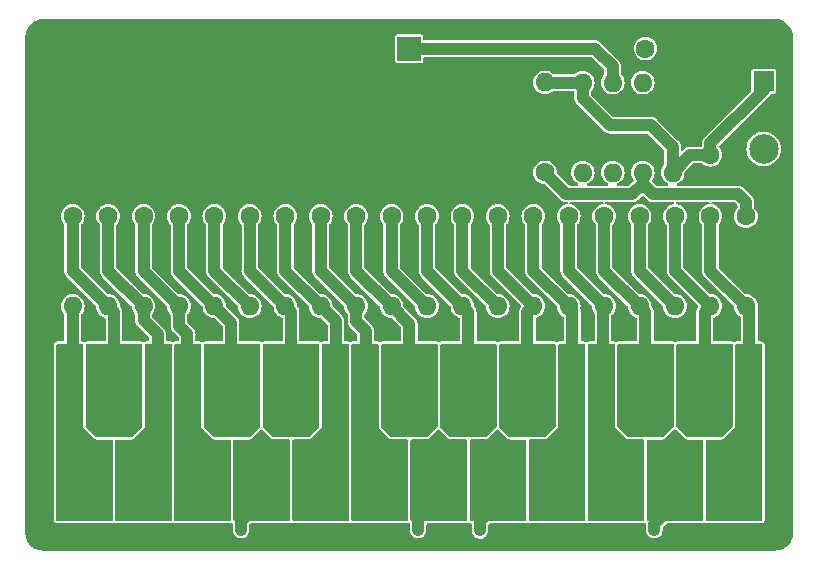
<source format=gbr>
%TF.GenerationSoftware,KiCad,Pcbnew,7.0.2*%
%TF.CreationDate,2023-05-19T22:23:46+01:00*%
%TF.ProjectId,pcb-stylophone_to_make,7063622d-7374-4796-9c6f-70686f6e655f,rev?*%
%TF.SameCoordinates,Original*%
%TF.FileFunction,Copper,L1,Top*%
%TF.FilePolarity,Positive*%
%FSLAX46Y46*%
G04 Gerber Fmt 4.6, Leading zero omitted, Abs format (unit mm)*
G04 Created by KiCad (PCBNEW 7.0.2) date 2023-05-19 22:23:46*
%MOMM*%
%LPD*%
G01*
G04 APERTURE LIST*
%TA.AperFunction,ComponentPad*%
%ADD10R,1.600000X1.600000*%
%TD*%
%TA.AperFunction,ComponentPad*%
%ADD11O,1.600000X1.600000*%
%TD*%
%TA.AperFunction,ComponentPad*%
%ADD12C,1.600000*%
%TD*%
%TA.AperFunction,ComponentPad*%
%ADD13R,2.000000X2.000000*%
%TD*%
%TA.AperFunction,ComponentPad*%
%ADD14C,2.000000*%
%TD*%
%TA.AperFunction,ComponentPad*%
%ADD15C,2.500000*%
%TD*%
%TA.AperFunction,ComponentPad*%
%ADD16R,1.700000X1.700000*%
%TD*%
%TA.AperFunction,ComponentPad*%
%ADD17O,1.700000X1.700000*%
%TD*%
%TA.AperFunction,ViaPad*%
%ADD18C,0.800000*%
%TD*%
%TA.AperFunction,Conductor*%
%ADD19C,1.000000*%
%TD*%
G04 APERTURE END LIST*
D10*
%TO.P,U1,1,GND*%
%TO.N,GND*%
X154800000Y-105380000D03*
D11*
%TO.P,U1,2,TR*%
%TO.N,Net-(J22-Pin_1)*%
X152260000Y-105380000D03*
%TO.P,U1,3,Q*%
%TO.N,Net-(U1-Q)*%
X149720000Y-105380000D03*
%TO.P,U1,4,R*%
%TO.N,VCC*%
X147180000Y-105380000D03*
%TO.P,U1,5,CV*%
%TO.N,unconnected-(U1-CV-Pad5)*%
X147180000Y-113000000D03*
%TO.P,U1,6,THR*%
%TO.N,Net-(J22-Pin_1)*%
X149720000Y-113000000D03*
%TO.P,U1,7,DIS*%
%TO.N,Net-(U1-DIS)*%
X152260000Y-113000000D03*
%TO.P,U1,8,VCC*%
%TO.N,VCC*%
X154800000Y-113000000D03*
%TD*%
D12*
%TO.P,R16,1*%
%TO.N,Net-(J15-Pin_1)*%
X119000000Y-116690000D03*
D11*
%TO.P,R16,2*%
%TO.N,Net-(J16-Pin_1)*%
X119000000Y-124310000D03*
%TD*%
D12*
%TO.P,R2,1*%
%TO.N,Net-(U1-DIS)*%
X161000000Y-116690000D03*
D11*
%TO.P,R2,2*%
%TO.N,Net-(J2-Pin_1)*%
X161000000Y-124310000D03*
%TD*%
D13*
%TO.P,LS1,1,1*%
%TO.N,Net-(U1-Q)*%
X132500000Y-102500000D03*
D14*
%TO.P,LS1,2,2*%
%TO.N,GND*%
X132500000Y-112500000D03*
%TD*%
D12*
%TO.P,R18,1*%
%TO.N,Net-(J17-Pin_1)*%
X113000000Y-116690000D03*
D11*
%TO.P,R18,2*%
%TO.N,Net-(J18-Pin_1)*%
X113000000Y-124310000D03*
%TD*%
D12*
%TO.P,R17,1*%
%TO.N,Net-(J16-Pin_1)*%
X116000000Y-116690000D03*
D11*
%TO.P,R17,2*%
%TO.N,Net-(J17-Pin_1)*%
X116000000Y-124310000D03*
%TD*%
D12*
%TO.P,R20,1*%
%TO.N,Net-(J19-Pin_1)*%
X107000000Y-116690000D03*
D11*
%TO.P,R20,2*%
%TO.N,Net-(J20-Pin_1)*%
X107000000Y-124310000D03*
%TD*%
D12*
%TO.P,R13,1*%
%TO.N,Net-(J12-Pin_1)*%
X128000000Y-116690000D03*
D11*
%TO.P,R13,2*%
%TO.N,Net-(J13-Pin_1)*%
X128000000Y-124310000D03*
%TD*%
D15*
%TO.P,J22,1,Pin_1*%
%TO.N,Net-(J22-Pin_1)*%
X162500000Y-111000000D03*
%TD*%
D12*
%TO.P,C2,1*%
%TO.N,Net-(J22-Pin_1)*%
X152500000Y-102500000D03*
%TO.P,C2,2*%
%TO.N,GND*%
X157500000Y-102500000D03*
%TD*%
%TO.P,R11,1*%
%TO.N,Net-(J10-Pin_1)*%
X134000000Y-116690000D03*
D11*
%TO.P,R11,2*%
%TO.N,Net-(J11-Pin_1)*%
X134000000Y-124310000D03*
%TD*%
D16*
%TO.P,J1,1,Pin_1*%
%TO.N,VCC*%
X162500000Y-105275000D03*
D17*
%TO.P,J1,2,Pin_2*%
%TO.N,GND*%
X162500000Y-102735000D03*
%TD*%
D12*
%TO.P,R10,1*%
%TO.N,Net-(J9-Pin_1)*%
X137000000Y-116690000D03*
D11*
%TO.P,R10,2*%
%TO.N,Net-(J10-Pin_1)*%
X137000000Y-124310000D03*
%TD*%
D12*
%TO.P,R8,1*%
%TO.N,Net-(J7-Pin_1)*%
X143000000Y-116690000D03*
D11*
%TO.P,R8,2*%
%TO.N,Net-(J8-Pin_1)*%
X143000000Y-124310000D03*
%TD*%
D12*
%TO.P,R12,1*%
%TO.N,Net-(J11-Pin_1)*%
X131000000Y-116690000D03*
D11*
%TO.P,R12,2*%
%TO.N,Net-(J12-Pin_1)*%
X131000000Y-124310000D03*
%TD*%
D12*
%TO.P,R1,1*%
%TO.N,Net-(U1-DIS)*%
X144000000Y-112990000D03*
D11*
%TO.P,R1,2*%
%TO.N,VCC*%
X144000000Y-105370000D03*
%TD*%
D12*
%TO.P,R15,1*%
%TO.N,Net-(J14-Pin_1)*%
X122000000Y-116690000D03*
D11*
%TO.P,R15,2*%
%TO.N,Net-(J15-Pin_1)*%
X122000000Y-124310000D03*
%TD*%
D12*
%TO.P,R6,1*%
%TO.N,Net-(J5-Pin_1)*%
X149000000Y-116690000D03*
D11*
%TO.P,R6,2*%
%TO.N,Net-(J6-Pin_1)*%
X149000000Y-124310000D03*
%TD*%
D12*
%TO.P,C1,1*%
%TO.N,VCC*%
X158000000Y-111500000D03*
%TO.P,C1,2*%
%TO.N,GND*%
X158000000Y-106500000D03*
%TD*%
%TO.P,R19,1*%
%TO.N,Net-(J18-Pin_1)*%
X110000000Y-116690000D03*
D11*
%TO.P,R19,2*%
%TO.N,Net-(J19-Pin_1)*%
X110000000Y-124310000D03*
%TD*%
D12*
%TO.P,R3,1*%
%TO.N,Net-(J2-Pin_1)*%
X158000000Y-116690000D03*
D11*
%TO.P,R3,2*%
%TO.N,Net-(J3-Pin_1)*%
X158000000Y-124310000D03*
%TD*%
D12*
%TO.P,R4,1*%
%TO.N,Net-(J3-Pin_1)*%
X155000000Y-116690000D03*
D11*
%TO.P,R4,2*%
%TO.N,Net-(J4-Pin_1)*%
X155000000Y-124310000D03*
%TD*%
D12*
%TO.P,R21,1*%
%TO.N,Net-(J20-Pin_1)*%
X104000000Y-116690000D03*
D11*
%TO.P,R21,2*%
%TO.N,Net-(J21-Pin_1)*%
X104000000Y-124310000D03*
%TD*%
D12*
%TO.P,R7,1*%
%TO.N,Net-(J6-Pin_1)*%
X146000000Y-116690000D03*
D11*
%TO.P,R7,2*%
%TO.N,Net-(J7-Pin_1)*%
X146000000Y-124310000D03*
%TD*%
D12*
%TO.P,R9,1*%
%TO.N,Net-(J8-Pin_1)*%
X140000000Y-116690000D03*
D11*
%TO.P,R9,2*%
%TO.N,Net-(J9-Pin_1)*%
X140000000Y-124310000D03*
%TD*%
D12*
%TO.P,R5,1*%
%TO.N,Net-(J4-Pin_1)*%
X152000000Y-116690000D03*
D11*
%TO.P,R5,2*%
%TO.N,Net-(J5-Pin_1)*%
X152000000Y-124310000D03*
%TD*%
D12*
%TO.P,R14,1*%
%TO.N,Net-(J13-Pin_1)*%
X125000000Y-116690000D03*
D11*
%TO.P,R14,2*%
%TO.N,Net-(J14-Pin_1)*%
X125000000Y-124310000D03*
%TD*%
D18*
%TO.N,GND*%
X147500000Y-144000000D03*
X153500000Y-119500000D03*
X164000000Y-135000000D03*
X164000000Y-120000000D03*
X127500000Y-144000000D03*
X141400000Y-115000000D03*
X150500000Y-119500000D03*
X147200000Y-110100000D03*
X101000000Y-135000000D03*
X101000000Y-117000000D03*
X112500000Y-144000000D03*
X147500000Y-119500000D03*
X156500000Y-119500000D03*
X125000000Y-115000000D03*
%TO.N,Net-(J4-Pin_1)*%
X153250000Y-143250000D03*
%TO.N,Net-(J9-Pin_1)*%
X138500000Y-143300000D03*
%TO.N,Net-(J11-Pin_1)*%
X133250000Y-143250000D03*
%TO.N,Net-(J16-Pin_1)*%
X118250000Y-143250000D03*
%TD*%
D19*
%TO.N,VCC*%
X154800000Y-113000000D02*
X154800000Y-110800000D01*
X144010000Y-105380000D02*
X144000000Y-105370000D01*
X154800000Y-110800000D02*
X153000000Y-109000000D01*
X158000000Y-110500000D02*
X158000000Y-111500000D01*
X162500000Y-105275000D02*
X162500000Y-106000000D01*
X153000000Y-109000000D02*
X149500000Y-109000000D01*
X162500000Y-106000000D02*
X158000000Y-110500000D01*
X147180000Y-105380000D02*
X144010000Y-105380000D01*
X156300000Y-111500000D02*
X154800000Y-113000000D01*
X158000000Y-111500000D02*
X156300000Y-111500000D01*
X147180000Y-106680000D02*
X147180000Y-105380000D01*
X149500000Y-109000000D02*
X147180000Y-106680000D01*
%TO.N,Net-(J2-Pin_1)*%
X160100000Y-137500000D02*
X161300000Y-136300000D01*
X161300000Y-124610000D02*
X161000000Y-124310000D01*
X160000000Y-137500000D02*
X160100000Y-137500000D01*
X158000000Y-121310000D02*
X161000000Y-124310000D01*
X158000000Y-116690000D02*
X158000000Y-121310000D01*
X161300000Y-136300000D02*
X161300000Y-124610000D01*
%TO.N,Net-(J3-Pin_1)*%
X155000000Y-121310000D02*
X158000000Y-124310000D01*
X155000000Y-116690000D02*
X155000000Y-121310000D01*
X157500000Y-132500000D02*
X157500000Y-124810000D01*
X157500000Y-124810000D02*
X158000000Y-124310000D01*
%TO.N,Net-(J4-Pin_1)*%
X153250000Y-142750000D02*
X155000000Y-141000000D01*
X155000000Y-141000000D02*
X155000000Y-137500000D01*
X152000000Y-121310000D02*
X155000000Y-124310000D01*
X152000000Y-116690000D02*
X152000000Y-121310000D01*
X153250000Y-143250000D02*
X153250000Y-142750000D01*
%TO.N,Net-(J5-Pin_1)*%
X152500000Y-124810000D02*
X152000000Y-124310000D01*
X152500000Y-132500000D02*
X152500000Y-124810000D01*
X149000000Y-121310000D02*
X152000000Y-124310000D01*
X149000000Y-116690000D02*
X149000000Y-121310000D01*
%TO.N,Net-(J6-Pin_1)*%
X148900000Y-136400000D02*
X148900000Y-124410000D01*
X148900000Y-124410000D02*
X149000000Y-124310000D01*
X146000000Y-121310000D02*
X149000000Y-124310000D01*
X150000000Y-137500000D02*
X148900000Y-136400000D01*
X146000000Y-116690000D02*
X146000000Y-121310000D01*
%TO.N,Net-(J7-Pin_1)*%
X143000000Y-121310000D02*
X146000000Y-124310000D01*
X146300000Y-135600000D02*
X146300000Y-124610000D01*
X145000000Y-137500000D02*
X145000000Y-136900000D01*
X146300000Y-124610000D02*
X146000000Y-124310000D01*
X143000000Y-116690000D02*
X143000000Y-121310000D01*
X145000000Y-136900000D02*
X146300000Y-135600000D01*
%TO.N,Net-(J8-Pin_1)*%
X142500000Y-124810000D02*
X143000000Y-124310000D01*
X142500000Y-132500000D02*
X142500000Y-124810000D01*
X140000000Y-121310000D02*
X143000000Y-124310000D01*
X140000000Y-116690000D02*
X140000000Y-121310000D01*
%TO.N,Net-(J9-Pin_1)*%
X137000000Y-116690000D02*
X137000000Y-121310000D01*
X138500000Y-143300000D02*
X138500000Y-142500000D01*
X140000000Y-141000000D02*
X140000000Y-137500000D01*
X138500000Y-142500000D02*
X140000000Y-141000000D01*
X137000000Y-121310000D02*
X140000000Y-124310000D01*
%TO.N,Net-(J10-Pin_1)*%
X137500000Y-124810000D02*
X137000000Y-124310000D01*
X134000000Y-121310000D02*
X137000000Y-124310000D01*
X137500000Y-132500000D02*
X137500000Y-124810000D01*
X134000000Y-116690000D02*
X134000000Y-121310000D01*
%TO.N,Net-(J11-Pin_1)*%
X131000000Y-121310000D02*
X134000000Y-124310000D01*
X131000000Y-116690000D02*
X131000000Y-121310000D01*
X133250000Y-143250000D02*
X133250000Y-142250000D01*
X135000000Y-140500000D02*
X135000000Y-137500000D01*
X133250000Y-142250000D02*
X135000000Y-140500000D01*
%TO.N,Net-(J12-Pin_1)*%
X128000000Y-116690000D02*
X128000000Y-121310000D01*
X131000000Y-124310000D02*
X132500000Y-125810000D01*
X128000000Y-121310000D02*
X131000000Y-124310000D01*
X132500000Y-125810000D02*
X132500000Y-132500000D01*
%TO.N,Net-(J13-Pin_1)*%
X130000000Y-136300000D02*
X130000000Y-137500000D01*
X125000000Y-121310000D02*
X128000000Y-124310000D01*
X128800000Y-126400000D02*
X128800000Y-135100000D01*
X128800000Y-135100000D02*
X130000000Y-136300000D01*
X125000000Y-116690000D02*
X125000000Y-121310000D01*
X128000000Y-124310000D02*
X128000000Y-125600000D01*
X128000000Y-125600000D02*
X128800000Y-126400000D01*
%TO.N,Net-(J14-Pin_1)*%
X126300000Y-125610000D02*
X126300000Y-136200000D01*
X125000000Y-124310000D02*
X126300000Y-125610000D01*
X122000000Y-121310000D02*
X125000000Y-124310000D01*
X122000000Y-116690000D02*
X122000000Y-121310000D01*
X126300000Y-136200000D02*
X125000000Y-137500000D01*
%TO.N,Net-(J15-Pin_1)*%
X119000000Y-121310000D02*
X122000000Y-124310000D01*
X122000000Y-124310000D02*
X122500000Y-124810000D01*
X119000000Y-116690000D02*
X119000000Y-121310000D01*
X122500000Y-124810000D02*
X122500000Y-132500000D01*
%TO.N,Net-(J16-Pin_1)*%
X116000000Y-116690000D02*
X116000000Y-121310000D01*
X118250000Y-143250000D02*
X118250000Y-142500000D01*
X120000000Y-140750000D02*
X120000000Y-137500000D01*
X116000000Y-121310000D02*
X119000000Y-124310000D01*
X118250000Y-142500000D02*
X120000000Y-140750000D01*
%TO.N,Net-(J17-Pin_1)*%
X113000000Y-116690000D02*
X113000000Y-121310000D01*
X116000000Y-124310000D02*
X117400000Y-125710000D01*
X117400000Y-125710000D02*
X117400000Y-132400000D01*
X117400000Y-132400000D02*
X117500000Y-132500000D01*
X113000000Y-121310000D02*
X116000000Y-124310000D01*
%TO.N,Net-(J18-Pin_1)*%
X110000000Y-116690000D02*
X110000000Y-121310000D01*
X113000000Y-126000000D02*
X113700000Y-126700000D01*
X113000000Y-124310000D02*
X113000000Y-126000000D01*
X110000000Y-121310000D02*
X113000000Y-124310000D01*
X113700000Y-136200000D02*
X115000000Y-137500000D01*
X113700000Y-126700000D02*
X113700000Y-136200000D01*
%TO.N,Net-(J19-Pin_1)*%
X111200000Y-136100000D02*
X110000000Y-137300000D01*
X110000000Y-125500000D02*
X111200000Y-126700000D01*
X110000000Y-124310000D02*
X110000000Y-125500000D01*
X107000000Y-116690000D02*
X107000000Y-121310000D01*
X110000000Y-137300000D02*
X110000000Y-137500000D01*
X107000000Y-121310000D02*
X110000000Y-124310000D01*
X111200000Y-126700000D02*
X111200000Y-136100000D01*
%TO.N,Net-(J20-Pin_1)*%
X107000000Y-124310000D02*
X107500000Y-124810000D01*
X104000000Y-121310000D02*
X107000000Y-124310000D01*
X104000000Y-116690000D02*
X104000000Y-121310000D01*
X107500000Y-124810000D02*
X107500000Y-132500000D01*
%TO.N,Net-(J21-Pin_1)*%
X104000000Y-124310000D02*
X104000000Y-136500000D01*
X104000000Y-136500000D02*
X105000000Y-137500000D01*
%TO.N,Net-(U1-Q)*%
X148200000Y-102500000D02*
X132500000Y-102500000D01*
X149720000Y-105380000D02*
X149720000Y-104020000D01*
X149720000Y-104020000D02*
X148200000Y-102500000D01*
%TO.N,Net-(U1-DIS)*%
X152260000Y-113960000D02*
X152260000Y-113000000D01*
X145800000Y-114800000D02*
X144000000Y-113000000D01*
X161000000Y-116690000D02*
X161000000Y-115500000D01*
X161000000Y-115500000D02*
X160300000Y-114800000D01*
X153100000Y-114800000D02*
X152260000Y-113960000D01*
X152260000Y-113000000D02*
X152260000Y-113940000D01*
X151400000Y-114800000D02*
X145800000Y-114800000D01*
X152260000Y-113940000D02*
X151400000Y-114800000D01*
X144000000Y-113000000D02*
X144000000Y-112990000D01*
X160300000Y-114800000D02*
X153100000Y-114800000D01*
%TD*%
%TA.AperFunction,Conductor*%
%TO.N,Net-(J18-Pin_1)*%
G36*
X114818192Y-127507535D02*
G01*
X114832825Y-127513596D01*
X114879351Y-127553333D01*
X114886405Y-127567180D01*
X114887635Y-127570150D01*
X114894665Y-127617471D01*
X114894858Y-127614850D01*
X114894739Y-127617258D01*
X114894500Y-127619691D01*
X114894500Y-134448826D01*
X114894557Y-134449993D01*
X114894558Y-134450020D01*
X114895429Y-134467757D01*
X114895431Y-134467795D01*
X114895489Y-134468959D01*
X114895603Y-134470124D01*
X114895606Y-134470155D01*
X114897270Y-134487057D01*
X114897273Y-134487084D01*
X114897390Y-134488269D01*
X114897569Y-134489482D01*
X114897570Y-134489483D01*
X114898929Y-134498648D01*
X114900000Y-134513169D01*
X114900000Y-134600000D01*
X115900000Y-135600000D01*
X115986835Y-135600000D01*
X116001360Y-135601071D01*
X116011709Y-135602607D01*
X116031028Y-135604510D01*
X116051173Y-135605500D01*
X117293587Y-135605500D01*
X117331472Y-135613036D01*
X117332824Y-135613596D01*
X117379350Y-135653332D01*
X117386405Y-135667180D01*
X117387635Y-135670150D01*
X117394665Y-135717471D01*
X117394858Y-135714850D01*
X117394739Y-135717258D01*
X117394500Y-135719691D01*
X117394500Y-142380308D01*
X117394737Y-142382721D01*
X117394857Y-142385153D01*
X117394660Y-142382493D01*
X117387634Y-142429853D01*
X117386403Y-142432825D01*
X117346666Y-142479351D01*
X117332826Y-142486403D01*
X117326680Y-142488948D01*
X117318195Y-142492463D01*
X117280309Y-142500000D01*
X112719691Y-142500000D01*
X112681805Y-142492463D01*
X112667170Y-142486401D01*
X112620647Y-142446663D01*
X112613598Y-142432830D01*
X112613596Y-142432825D01*
X112612367Y-142429858D01*
X112605340Y-142382467D01*
X112605142Y-142385155D01*
X112605260Y-142382735D01*
X112605500Y-142380308D01*
X112605500Y-127619691D01*
X112605260Y-127617264D01*
X112605142Y-127614844D01*
X112605340Y-127617531D01*
X112612367Y-127570141D01*
X112613599Y-127567167D01*
X112653337Y-127520646D01*
X112667166Y-127513599D01*
X112681810Y-127507534D01*
X112719691Y-127500000D01*
X114780309Y-127500000D01*
X114818192Y-127507535D01*
G37*
%TD.AperFunction*%
%TD*%
%TA.AperFunction,Conductor*%
%TO.N,Net-(J16-Pin_1)*%
G36*
X120037883Y-134757113D02*
G01*
X120052516Y-134763174D01*
X120084634Y-134784634D01*
X120900000Y-135600000D01*
X122280309Y-135600000D01*
X122318192Y-135607535D01*
X122332825Y-135613596D01*
X122379351Y-135653333D01*
X122386405Y-135667180D01*
X122387635Y-135670150D01*
X122394665Y-135717471D01*
X122394858Y-135714850D01*
X122394739Y-135717258D01*
X122394500Y-135719691D01*
X122394500Y-142380308D01*
X122394737Y-142382721D01*
X122394857Y-142385153D01*
X122394660Y-142382493D01*
X122387634Y-142429853D01*
X122386403Y-142432825D01*
X122346666Y-142479351D01*
X122332826Y-142486403D01*
X122326680Y-142488948D01*
X122318195Y-142492463D01*
X122280309Y-142500000D01*
X117719691Y-142500000D01*
X117681805Y-142492463D01*
X117667170Y-142486401D01*
X117620647Y-142446663D01*
X117613596Y-142432825D01*
X117607534Y-142418190D01*
X117600000Y-142380308D01*
X117600000Y-135719691D01*
X117607534Y-135681810D01*
X117613596Y-135667173D01*
X117653331Y-135620650D01*
X117667194Y-135613588D01*
X117668551Y-135613026D01*
X117706413Y-135605500D01*
X118947631Y-135605500D01*
X118948827Y-135605500D01*
X118968979Y-135604509D01*
X118988301Y-135602605D01*
X118998632Y-135601072D01*
X119013163Y-135600000D01*
X119058578Y-135600000D01*
X119058579Y-135600000D01*
X119100000Y-135600000D01*
X119915365Y-134784633D01*
X119947485Y-134763173D01*
X119962116Y-134757113D01*
X120023113Y-134752314D01*
X120037883Y-134757113D01*
G37*
%TD.AperFunction*%
%TD*%
%TA.AperFunction,Conductor*%
%TO.N,Net-(J21-Pin_1)*%
G36*
X104818192Y-127507535D02*
G01*
X104832825Y-127513596D01*
X104879351Y-127553333D01*
X104886405Y-127567180D01*
X104887635Y-127570150D01*
X104894665Y-127617471D01*
X104894858Y-127614850D01*
X104894739Y-127617258D01*
X104894500Y-127619691D01*
X104894500Y-134448826D01*
X104894557Y-134449993D01*
X104894558Y-134450020D01*
X104895429Y-134467757D01*
X104895431Y-134467795D01*
X104895489Y-134468959D01*
X104895603Y-134470124D01*
X104895606Y-134470155D01*
X104897270Y-134487057D01*
X104897273Y-134487084D01*
X104897390Y-134488269D01*
X104897569Y-134489482D01*
X104897570Y-134489483D01*
X104898929Y-134498648D01*
X104900000Y-134513169D01*
X104900000Y-134600000D01*
X105900000Y-135600000D01*
X105986835Y-135600000D01*
X106001360Y-135601071D01*
X106011709Y-135602607D01*
X106031028Y-135604510D01*
X106051173Y-135605500D01*
X107293587Y-135605500D01*
X107331472Y-135613036D01*
X107332824Y-135613596D01*
X107379350Y-135653332D01*
X107386405Y-135667180D01*
X107387635Y-135670150D01*
X107394665Y-135717471D01*
X107394858Y-135714850D01*
X107394739Y-135717258D01*
X107394500Y-135719691D01*
X107394500Y-142380308D01*
X107394737Y-142382721D01*
X107394857Y-142385153D01*
X107394660Y-142382493D01*
X107387634Y-142429853D01*
X107386403Y-142432825D01*
X107346666Y-142479351D01*
X107332826Y-142486403D01*
X107326680Y-142488948D01*
X107318195Y-142492463D01*
X107280309Y-142500000D01*
X102719691Y-142500000D01*
X102681805Y-142492463D01*
X102667170Y-142486401D01*
X102620647Y-142446663D01*
X102613596Y-142432825D01*
X102607534Y-142418190D01*
X102600000Y-142380308D01*
X102600000Y-127619691D01*
X102607534Y-127581810D01*
X102613596Y-127567173D01*
X102653331Y-127520650D01*
X102667166Y-127513599D01*
X102681810Y-127507534D01*
X102719691Y-127500000D01*
X104780309Y-127500000D01*
X104818192Y-127507535D01*
G37*
%TD.AperFunction*%
%TD*%
%TA.AperFunction,Conductor*%
%TO.N,Net-(J19-Pin_1)*%
G36*
X112318192Y-127507535D02*
G01*
X112332825Y-127513596D01*
X112379351Y-127553333D01*
X112386401Y-127567169D01*
X112392463Y-127581805D01*
X112400000Y-127619691D01*
X112400000Y-142380308D01*
X112392463Y-142418197D01*
X112386402Y-142432828D01*
X112346663Y-142479352D01*
X112332830Y-142486401D01*
X112325448Y-142489458D01*
X112318197Y-142492462D01*
X112280309Y-142500000D01*
X107719691Y-142500000D01*
X107681805Y-142492463D01*
X107667170Y-142486401D01*
X107620647Y-142446663D01*
X107613597Y-142432828D01*
X107607534Y-142418190D01*
X107600000Y-142380308D01*
X107600000Y-135719691D01*
X107607534Y-135681810D01*
X107613596Y-135667173D01*
X107653331Y-135620650D01*
X107667194Y-135613588D01*
X107668551Y-135613026D01*
X107706413Y-135605500D01*
X108947631Y-135605500D01*
X108948827Y-135605500D01*
X108968979Y-135604509D01*
X108988301Y-135602605D01*
X108998632Y-135601072D01*
X109013163Y-135600000D01*
X109058578Y-135600000D01*
X109058579Y-135600000D01*
X109100000Y-135600000D01*
X110100000Y-134600000D01*
X110100000Y-134513164D01*
X110101072Y-134498635D01*
X110102607Y-134488290D01*
X110104510Y-134468970D01*
X110105500Y-134448826D01*
X110105500Y-127619691D01*
X110105260Y-127617264D01*
X110105142Y-127614844D01*
X110105340Y-127617531D01*
X110112367Y-127570141D01*
X110113599Y-127567167D01*
X110153337Y-127520646D01*
X110167166Y-127513599D01*
X110181810Y-127507534D01*
X110219691Y-127500000D01*
X112280309Y-127500000D01*
X112318192Y-127507535D01*
G37*
%TD.AperFunction*%
%TD*%
%TA.AperFunction,Conductor*%
%TO.N,Net-(J20-Pin_1)*%
G36*
X109818192Y-127507535D02*
G01*
X109832825Y-127513596D01*
X109879351Y-127553333D01*
X109886401Y-127567170D01*
X109892463Y-127581805D01*
X109900000Y-127619691D01*
X109900000Y-134448826D01*
X109898097Y-134468146D01*
X109896228Y-134477539D01*
X109881447Y-134513220D01*
X109876129Y-134521179D01*
X109863817Y-134536182D01*
X109036182Y-135363817D01*
X109021179Y-135376129D01*
X109013220Y-135381447D01*
X108977541Y-135396227D01*
X108968149Y-135398096D01*
X108948827Y-135400000D01*
X106051173Y-135400000D01*
X106031854Y-135398097D01*
X106028794Y-135397488D01*
X106022460Y-135396228D01*
X105986779Y-135381447D01*
X105978820Y-135376129D01*
X105963817Y-135363817D01*
X105136182Y-134536182D01*
X105123870Y-134521179D01*
X105118552Y-134513220D01*
X105103769Y-134477529D01*
X105101901Y-134468136D01*
X105100000Y-134448826D01*
X105100000Y-127619691D01*
X105107534Y-127581810D01*
X105113596Y-127567173D01*
X105153331Y-127520650D01*
X105167166Y-127513599D01*
X105181810Y-127507534D01*
X105219691Y-127500000D01*
X109780309Y-127500000D01*
X109818192Y-127507535D01*
G37*
%TD.AperFunction*%
%TD*%
%TA.AperFunction,Conductor*%
%TO.N,GND*%
G36*
X148912793Y-115519407D02*
G01*
X148948757Y-115568907D01*
X148948757Y-115630093D01*
X148912793Y-115679593D01*
X148864305Y-115698023D01*
X148803869Y-115703975D01*
X148615272Y-115761185D01*
X148441463Y-115854088D01*
X148289117Y-115979117D01*
X148164088Y-116131463D01*
X148071185Y-116305272D01*
X148013975Y-116493869D01*
X147994658Y-116690000D01*
X148013975Y-116886130D01*
X148071185Y-117074727D01*
X148164088Y-117248536D01*
X148277028Y-117386153D01*
X148299328Y-117443129D01*
X148299500Y-117448958D01*
X148299500Y-121285844D01*
X148299319Y-121291822D01*
X148295641Y-121352604D01*
X148306622Y-121412529D01*
X148307521Y-121418437D01*
X148314860Y-121478873D01*
X148319256Y-121490465D01*
X148324067Y-121507721D01*
X148326305Y-121519932D01*
X148351302Y-121575473D01*
X148353581Y-121580974D01*
X148368465Y-121620219D01*
X148375182Y-121637931D01*
X148382228Y-121648138D01*
X148391031Y-121663746D01*
X148396121Y-121675056D01*
X148433676Y-121722991D01*
X148437214Y-121727799D01*
X148471817Y-121777929D01*
X148517389Y-121818302D01*
X148521744Y-121822401D01*
X150968007Y-124268664D01*
X150995784Y-124323181D01*
X150996526Y-124328964D01*
X151013975Y-124506131D01*
X151071185Y-124694727D01*
X151164088Y-124868536D01*
X151177026Y-124884301D01*
X151289117Y-125020883D01*
X151418298Y-125126900D01*
X151441463Y-125145911D01*
X151615272Y-125238814D01*
X151640663Y-125246516D01*
X151729237Y-125273384D01*
X151779434Y-125308368D01*
X151799481Y-125366176D01*
X151799500Y-125368121D01*
X151799500Y-127195500D01*
X151780593Y-127253691D01*
X151731093Y-127289655D01*
X151700500Y-127294500D01*
X150219691Y-127294500D01*
X150217270Y-127294738D01*
X150217258Y-127294739D01*
X150182033Y-127298208D01*
X150182015Y-127298210D01*
X150179605Y-127298448D01*
X150177233Y-127298919D01*
X150177211Y-127298923D01*
X150144118Y-127305505D01*
X150144101Y-127305509D01*
X150141724Y-127305982D01*
X150139406Y-127306684D01*
X150139394Y-127306688D01*
X150105502Y-127316967D01*
X150105486Y-127316972D01*
X150103177Y-127317673D01*
X150100946Y-127318596D01*
X150100932Y-127318602D01*
X150088533Y-127323738D01*
X150086763Y-127324533D01*
X150073863Y-127330501D01*
X150072116Y-127331369D01*
X150060066Y-127337521D01*
X150059091Y-127338291D01*
X150057181Y-127338995D01*
X150051350Y-127341973D01*
X150050995Y-127341276D01*
X150001685Y-127359463D01*
X149946081Y-127344951D01*
X149918332Y-127327947D01*
X149911461Y-127323736D01*
X149899069Y-127318604D01*
X149896831Y-127317677D01*
X149894515Y-127316974D01*
X149894511Y-127316973D01*
X149860616Y-127306691D01*
X149860610Y-127306689D01*
X149858281Y-127305983D01*
X149855893Y-127305508D01*
X149855889Y-127305507D01*
X149822777Y-127298921D01*
X149822773Y-127298920D01*
X149820398Y-127298448D01*
X149817994Y-127298211D01*
X149817979Y-127298209D01*
X149782741Y-127294739D01*
X149782730Y-127294738D01*
X149780309Y-127294500D01*
X149777869Y-127294500D01*
X149699500Y-127294500D01*
X149641309Y-127275593D01*
X149605345Y-127226093D01*
X149600500Y-127195500D01*
X149600500Y-125158295D01*
X149619407Y-125100104D01*
X149636692Y-125081769D01*
X149710883Y-125020883D01*
X149835910Y-124868538D01*
X149928814Y-124694727D01*
X149986024Y-124506132D01*
X150005341Y-124310000D01*
X149986024Y-124113868D01*
X149928814Y-123925273D01*
X149928814Y-123925272D01*
X149835911Y-123751463D01*
X149816900Y-123728298D01*
X149710883Y-123599117D01*
X149558538Y-123474090D01*
X149558539Y-123474090D01*
X149558536Y-123474088D01*
X149384727Y-123381185D01*
X149196131Y-123323975D01*
X149018964Y-123306526D01*
X148962907Y-123282006D01*
X148958664Y-123278007D01*
X146729496Y-121048839D01*
X146701719Y-120994322D01*
X146700500Y-120978835D01*
X146700500Y-117448958D01*
X146719407Y-117390767D01*
X146722972Y-117386153D01*
X146761702Y-117338960D01*
X146835910Y-117248538D01*
X146928814Y-117074727D01*
X146986024Y-116886132D01*
X147005341Y-116690000D01*
X146986024Y-116493868D01*
X146928814Y-116305273D01*
X146928814Y-116305272D01*
X146835911Y-116131463D01*
X146816900Y-116108298D01*
X146710883Y-115979117D01*
X146558538Y-115854090D01*
X146558539Y-115854090D01*
X146558536Y-115854088D01*
X146384727Y-115761185D01*
X146196130Y-115703975D01*
X146135695Y-115698023D01*
X146079637Y-115673504D01*
X146048698Y-115620717D01*
X146054695Y-115559826D01*
X146095338Y-115514089D01*
X146145398Y-115500500D01*
X148854602Y-115500500D01*
X148912793Y-115519407D01*
G37*
%TD.AperFunction*%
%TA.AperFunction,Conductor*%
G36*
X152294944Y-114992454D02*
G01*
X152320003Y-115010660D01*
X152587597Y-115278254D01*
X152591695Y-115282609D01*
X152632068Y-115328180D01*
X152632071Y-115328183D01*
X152682213Y-115362793D01*
X152686987Y-115366306D01*
X152734943Y-115403877D01*
X152746248Y-115408964D01*
X152761857Y-115417768D01*
X152772070Y-115424818D01*
X152829010Y-115446412D01*
X152834536Y-115448701D01*
X152853854Y-115457395D01*
X152890068Y-115473694D01*
X152902272Y-115475930D01*
X152919532Y-115480742D01*
X152931128Y-115485140D01*
X152991605Y-115492483D01*
X152997470Y-115493375D01*
X153057394Y-115504357D01*
X153057394Y-115504356D01*
X153057395Y-115504357D01*
X153094059Y-115502139D01*
X153118167Y-115500680D01*
X153124144Y-115500500D01*
X154854602Y-115500500D01*
X154912793Y-115519407D01*
X154948757Y-115568907D01*
X154948757Y-115630093D01*
X154912793Y-115679593D01*
X154864305Y-115698023D01*
X154803869Y-115703975D01*
X154615272Y-115761185D01*
X154441463Y-115854088D01*
X154289117Y-115979117D01*
X154164088Y-116131463D01*
X154071185Y-116305272D01*
X154013975Y-116493869D01*
X153994658Y-116690000D01*
X154013975Y-116886130D01*
X154071185Y-117074727D01*
X154164088Y-117248536D01*
X154277028Y-117386153D01*
X154299328Y-117443129D01*
X154299500Y-117448958D01*
X154299500Y-121285844D01*
X154299319Y-121291822D01*
X154295641Y-121352604D01*
X154306622Y-121412529D01*
X154307521Y-121418437D01*
X154314860Y-121478873D01*
X154319256Y-121490465D01*
X154324067Y-121507721D01*
X154326305Y-121519932D01*
X154351302Y-121575473D01*
X154353581Y-121580974D01*
X154368465Y-121620219D01*
X154375182Y-121637931D01*
X154382228Y-121648138D01*
X154391031Y-121663746D01*
X154396121Y-121675056D01*
X154433676Y-121722991D01*
X154437214Y-121727799D01*
X154471817Y-121777929D01*
X154517389Y-121818302D01*
X154521744Y-121822401D01*
X156941897Y-124242554D01*
X156969674Y-124297071D01*
X156960103Y-124357503D01*
X156953369Y-124368796D01*
X156937225Y-124392185D01*
X156933681Y-124397001D01*
X156896121Y-124444944D01*
X156891029Y-124456257D01*
X156882230Y-124471857D01*
X156875182Y-124482067D01*
X156853593Y-124538993D01*
X156851306Y-124544515D01*
X156826305Y-124600067D01*
X156824067Y-124612279D01*
X156819258Y-124629527D01*
X156814861Y-124641127D01*
X156814860Y-124641129D01*
X156807521Y-124701562D01*
X156806622Y-124707469D01*
X156795641Y-124767395D01*
X156799319Y-124828176D01*
X156799500Y-124834154D01*
X156799500Y-127195500D01*
X156780593Y-127253691D01*
X156731093Y-127289655D01*
X156700500Y-127294500D01*
X155219691Y-127294500D01*
X155217270Y-127294738D01*
X155217258Y-127294739D01*
X155182033Y-127298208D01*
X155182015Y-127298210D01*
X155179605Y-127298448D01*
X155177233Y-127298919D01*
X155177211Y-127298923D01*
X155144118Y-127305505D01*
X155144101Y-127305509D01*
X155141724Y-127305982D01*
X155139406Y-127306684D01*
X155139394Y-127306688D01*
X155105502Y-127316967D01*
X155105486Y-127316972D01*
X155103177Y-127317673D01*
X155100946Y-127318596D01*
X155100932Y-127318602D01*
X155088533Y-127323738D01*
X155086774Y-127324528D01*
X155073853Y-127330506D01*
X155072103Y-127331377D01*
X155060044Y-127337535D01*
X155059094Y-127338284D01*
X155057233Y-127338970D01*
X155051332Y-127341984D01*
X155050973Y-127341279D01*
X155001690Y-127359461D01*
X154946079Y-127344949D01*
X154911465Y-127323738D01*
X154899069Y-127318604D01*
X154896831Y-127317677D01*
X154894515Y-127316974D01*
X154894511Y-127316973D01*
X154860616Y-127306691D01*
X154860610Y-127306689D01*
X154858281Y-127305983D01*
X154855893Y-127305508D01*
X154855889Y-127305507D01*
X154822777Y-127298921D01*
X154822773Y-127298920D01*
X154820398Y-127298448D01*
X154817994Y-127298211D01*
X154817979Y-127298209D01*
X154782741Y-127294739D01*
X154782730Y-127294738D01*
X154780309Y-127294500D01*
X154777869Y-127294500D01*
X153299500Y-127294500D01*
X153241309Y-127275593D01*
X153205345Y-127226093D01*
X153200500Y-127195500D01*
X153200500Y-124834154D01*
X153200681Y-124828176D01*
X153204358Y-124767394D01*
X153193378Y-124707481D01*
X153192478Y-124701567D01*
X153185140Y-124641128D01*
X153180745Y-124629539D01*
X153175932Y-124612277D01*
X153173695Y-124600069D01*
X153148690Y-124544512D01*
X153146408Y-124539000D01*
X153146405Y-124538993D01*
X153124818Y-124482070D01*
X153117765Y-124471853D01*
X153108968Y-124456254D01*
X153103878Y-124444944D01*
X153066318Y-124397001D01*
X153062780Y-124392193D01*
X153062774Y-124392185D01*
X153028183Y-124342071D01*
X153028182Y-124342070D01*
X153021354Y-124332178D01*
X153024629Y-124329917D01*
X153004670Y-124295994D01*
X153002812Y-124284327D01*
X152986024Y-124113868D01*
X152928814Y-123925273D01*
X152928814Y-123925272D01*
X152835911Y-123751463D01*
X152816900Y-123728298D01*
X152710883Y-123599117D01*
X152558538Y-123474090D01*
X152558539Y-123474090D01*
X152558536Y-123474088D01*
X152384727Y-123381185D01*
X152196131Y-123323975D01*
X152018964Y-123306526D01*
X151962907Y-123282006D01*
X151958664Y-123278007D01*
X149729496Y-121048839D01*
X149701719Y-120994322D01*
X149700500Y-120978835D01*
X149700500Y-117448958D01*
X149719407Y-117390767D01*
X149722972Y-117386153D01*
X149761702Y-117338960D01*
X149835910Y-117248538D01*
X149928814Y-117074727D01*
X149986024Y-116886132D01*
X150005341Y-116690000D01*
X150994658Y-116690000D01*
X151013975Y-116886130D01*
X151071185Y-117074727D01*
X151164088Y-117248536D01*
X151277028Y-117386153D01*
X151299328Y-117443129D01*
X151299500Y-117448958D01*
X151299500Y-121285844D01*
X151299319Y-121291822D01*
X151295641Y-121352604D01*
X151306622Y-121412529D01*
X151307521Y-121418437D01*
X151314860Y-121478873D01*
X151319256Y-121490465D01*
X151324067Y-121507721D01*
X151326305Y-121519932D01*
X151351302Y-121575473D01*
X151353581Y-121580974D01*
X151368465Y-121620219D01*
X151375182Y-121637931D01*
X151382228Y-121648138D01*
X151391031Y-121663746D01*
X151396121Y-121675056D01*
X151433676Y-121722991D01*
X151437214Y-121727799D01*
X151471817Y-121777929D01*
X151517389Y-121818302D01*
X151521744Y-121822401D01*
X153968007Y-124268664D01*
X153995784Y-124323181D01*
X153996526Y-124328964D01*
X154013975Y-124506131D01*
X154071185Y-124694727D01*
X154164088Y-124868536D01*
X154177026Y-124884301D01*
X154289117Y-125020883D01*
X154418298Y-125126900D01*
X154441463Y-125145911D01*
X154615272Y-125238814D01*
X154709570Y-125267418D01*
X154803868Y-125296024D01*
X155000000Y-125315341D01*
X155196132Y-125296024D01*
X155384727Y-125238814D01*
X155558538Y-125145910D01*
X155710883Y-125020883D01*
X155835910Y-124868538D01*
X155928814Y-124694727D01*
X155986024Y-124506132D01*
X156005341Y-124310000D01*
X155986024Y-124113868D01*
X155928814Y-123925273D01*
X155928814Y-123925272D01*
X155835911Y-123751463D01*
X155816900Y-123728298D01*
X155710883Y-123599117D01*
X155558538Y-123474090D01*
X155558539Y-123474090D01*
X155558536Y-123474088D01*
X155384727Y-123381185D01*
X155196131Y-123323975D01*
X155018964Y-123306526D01*
X154962907Y-123282006D01*
X154958664Y-123278007D01*
X152729496Y-121048839D01*
X152701719Y-120994322D01*
X152700500Y-120978835D01*
X152700500Y-117448958D01*
X152719407Y-117390767D01*
X152722972Y-117386153D01*
X152761702Y-117338960D01*
X152835910Y-117248538D01*
X152928814Y-117074727D01*
X152986024Y-116886132D01*
X153005341Y-116690000D01*
X152986024Y-116493868D01*
X152928814Y-116305273D01*
X152928814Y-116305272D01*
X152835911Y-116131463D01*
X152816900Y-116108298D01*
X152710883Y-115979117D01*
X152558538Y-115854090D01*
X152558539Y-115854090D01*
X152558536Y-115854088D01*
X152384727Y-115761185D01*
X152196130Y-115703975D01*
X152000000Y-115684658D01*
X151803869Y-115703975D01*
X151615272Y-115761185D01*
X151441463Y-115854088D01*
X151289117Y-115979117D01*
X151164088Y-116131463D01*
X151071185Y-116305272D01*
X151013975Y-116493869D01*
X150994658Y-116690000D01*
X150005341Y-116690000D01*
X149986024Y-116493868D01*
X149928814Y-116305273D01*
X149928814Y-116305272D01*
X149835911Y-116131463D01*
X149816900Y-116108298D01*
X149710883Y-115979117D01*
X149558538Y-115854090D01*
X149558539Y-115854090D01*
X149558536Y-115854088D01*
X149384727Y-115761185D01*
X149196130Y-115703975D01*
X149135695Y-115698023D01*
X149079637Y-115673504D01*
X149048698Y-115620717D01*
X149054695Y-115559826D01*
X149095338Y-115514089D01*
X149145398Y-115500500D01*
X151375845Y-115500500D01*
X151381823Y-115500681D01*
X151442605Y-115504358D01*
X151442605Y-115504357D01*
X151442606Y-115504358D01*
X151502534Y-115493375D01*
X151508419Y-115492479D01*
X151568872Y-115485140D01*
X151580472Y-115480740D01*
X151597714Y-115475933D01*
X151609932Y-115473695D01*
X151665499Y-115448685D01*
X151670974Y-115446417D01*
X151727930Y-115424818D01*
X151738141Y-115417768D01*
X151753749Y-115408966D01*
X151765057Y-115403878D01*
X151813000Y-115366315D01*
X151817813Y-115362775D01*
X151867929Y-115328183D01*
X151908335Y-115282572D01*
X151912386Y-115278269D01*
X152179997Y-115010659D01*
X152234512Y-114982883D01*
X152294944Y-114992454D01*
G37*
%TD.AperFunction*%
%TA.AperFunction,Conductor*%
G36*
X157912793Y-115519407D02*
G01*
X157948757Y-115568907D01*
X157948757Y-115630093D01*
X157912793Y-115679593D01*
X157864305Y-115698023D01*
X157803869Y-115703975D01*
X157615272Y-115761185D01*
X157441463Y-115854088D01*
X157289117Y-115979117D01*
X157164088Y-116131463D01*
X157071185Y-116305272D01*
X157013975Y-116493869D01*
X156994658Y-116689999D01*
X157013975Y-116886130D01*
X157071185Y-117074727D01*
X157164088Y-117248536D01*
X157277028Y-117386153D01*
X157299328Y-117443129D01*
X157299500Y-117448958D01*
X157299500Y-121285844D01*
X157299319Y-121291822D01*
X157295641Y-121352604D01*
X157306622Y-121412529D01*
X157307521Y-121418437D01*
X157314860Y-121478873D01*
X157319256Y-121490465D01*
X157324067Y-121507721D01*
X157326305Y-121519932D01*
X157351302Y-121575473D01*
X157353581Y-121580974D01*
X157368465Y-121620219D01*
X157375182Y-121637931D01*
X157382228Y-121648138D01*
X157391031Y-121663746D01*
X157396121Y-121675056D01*
X157433676Y-121722991D01*
X157437214Y-121727799D01*
X157471817Y-121777929D01*
X157517389Y-121818302D01*
X157521744Y-121822401D01*
X159968007Y-124268664D01*
X159995784Y-124323181D01*
X159996526Y-124328964D01*
X160013975Y-124506131D01*
X160071185Y-124694727D01*
X160164088Y-124868536D01*
X160177026Y-124884301D01*
X160289117Y-125020883D01*
X160363304Y-125081767D01*
X160441462Y-125145911D01*
X160547168Y-125202411D01*
X160589575Y-125246516D01*
X160599500Y-125289721D01*
X160599500Y-127195500D01*
X160580593Y-127253691D01*
X160531093Y-127289655D01*
X160500500Y-127294500D01*
X160219691Y-127294500D01*
X160217270Y-127294738D01*
X160217258Y-127294739D01*
X160182033Y-127298208D01*
X160182015Y-127298210D01*
X160179605Y-127298448D01*
X160177233Y-127298919D01*
X160177211Y-127298923D01*
X160144118Y-127305505D01*
X160144101Y-127305509D01*
X160141724Y-127305982D01*
X160139406Y-127306684D01*
X160139394Y-127306688D01*
X160105502Y-127316967D01*
X160105486Y-127316972D01*
X160103177Y-127317673D01*
X160100946Y-127318596D01*
X160100932Y-127318602D01*
X160088533Y-127323738D01*
X160086763Y-127324533D01*
X160073863Y-127330501D01*
X160072116Y-127331369D01*
X160060066Y-127337521D01*
X160059091Y-127338291D01*
X160057181Y-127338995D01*
X160051350Y-127341973D01*
X160050995Y-127341276D01*
X160001685Y-127359463D01*
X159946081Y-127344951D01*
X159918332Y-127327947D01*
X159911461Y-127323736D01*
X159899069Y-127318604D01*
X159896831Y-127317677D01*
X159894515Y-127316974D01*
X159894511Y-127316973D01*
X159860616Y-127306691D01*
X159860610Y-127306689D01*
X159858281Y-127305983D01*
X159855893Y-127305508D01*
X159855889Y-127305507D01*
X159822777Y-127298921D01*
X159822773Y-127298920D01*
X159820398Y-127298448D01*
X159817994Y-127298211D01*
X159817979Y-127298209D01*
X159782741Y-127294739D01*
X159782730Y-127294738D01*
X159780309Y-127294500D01*
X159777869Y-127294500D01*
X158299500Y-127294500D01*
X158241309Y-127275593D01*
X158205345Y-127226093D01*
X158200500Y-127195500D01*
X158200500Y-125368121D01*
X158219407Y-125309930D01*
X158268907Y-125273966D01*
X158270743Y-125273390D01*
X158384727Y-125238814D01*
X158558538Y-125145910D01*
X158710883Y-125020883D01*
X158835910Y-124868538D01*
X158928814Y-124694727D01*
X158986024Y-124506132D01*
X159005341Y-124310000D01*
X158986024Y-124113868D01*
X158928814Y-123925273D01*
X158928814Y-123925272D01*
X158835911Y-123751463D01*
X158816900Y-123728298D01*
X158710883Y-123599117D01*
X158558538Y-123474090D01*
X158558539Y-123474090D01*
X158558536Y-123474088D01*
X158384727Y-123381185D01*
X158196131Y-123323975D01*
X158018964Y-123306526D01*
X157962907Y-123282006D01*
X157958664Y-123278007D01*
X155729496Y-121048839D01*
X155701719Y-120994322D01*
X155700500Y-120978835D01*
X155700500Y-117448958D01*
X155719407Y-117390767D01*
X155722972Y-117386153D01*
X155761702Y-117338960D01*
X155835910Y-117248538D01*
X155928814Y-117074727D01*
X155986024Y-116886132D01*
X156005341Y-116690000D01*
X155986024Y-116493868D01*
X155928814Y-116305273D01*
X155928814Y-116305272D01*
X155835911Y-116131463D01*
X155816900Y-116108298D01*
X155710883Y-115979117D01*
X155558538Y-115854090D01*
X155558539Y-115854090D01*
X155558536Y-115854088D01*
X155384727Y-115761185D01*
X155196130Y-115703975D01*
X155135695Y-115698023D01*
X155079637Y-115673504D01*
X155048698Y-115620717D01*
X155054695Y-115559826D01*
X155095338Y-115514089D01*
X155145398Y-115500500D01*
X157854602Y-115500500D01*
X157912793Y-115519407D01*
G37*
%TD.AperFunction*%
%TA.AperFunction,Conductor*%
G36*
X163503522Y-100000751D02*
G01*
X163569723Y-100005486D01*
X163714135Y-100016852D01*
X163727402Y-100018808D01*
X163818855Y-100038702D01*
X163820711Y-100039128D01*
X163934030Y-100066334D01*
X163945517Y-100069840D01*
X164038107Y-100104375D01*
X164041361Y-100105655D01*
X164144028Y-100148181D01*
X164153581Y-100152752D01*
X164242122Y-100201099D01*
X164246374Y-100203559D01*
X164339434Y-100260587D01*
X164347014Y-100265731D01*
X164387073Y-100295719D01*
X164428477Y-100326714D01*
X164433443Y-100330687D01*
X164515823Y-100401046D01*
X164521532Y-100406322D01*
X164593676Y-100478466D01*
X164598952Y-100484175D01*
X164669311Y-100566555D01*
X164673284Y-100571521D01*
X164734260Y-100652974D01*
X164739418Y-100660575D01*
X164796425Y-100753601D01*
X164798904Y-100757884D01*
X164847246Y-100846417D01*
X164851820Y-100855977D01*
X164894336Y-100958621D01*
X164895630Y-100961908D01*
X164930159Y-101054482D01*
X164933663Y-101065959D01*
X164960855Y-101179221D01*
X164961317Y-101181239D01*
X164981189Y-101272594D01*
X164983146Y-101285869D01*
X164994516Y-101430325D01*
X164999248Y-101496479D01*
X164999500Y-101503539D01*
X164999500Y-143496458D01*
X164999248Y-143503522D01*
X164994516Y-143569674D01*
X164983146Y-143714131D01*
X164981189Y-143727404D01*
X164961319Y-143818751D01*
X164960845Y-143820820D01*
X164933664Y-143934030D01*
X164930158Y-143945515D01*
X164895630Y-144038089D01*
X164894336Y-144041377D01*
X164851820Y-144144021D01*
X164847246Y-144153581D01*
X164798904Y-144242114D01*
X164796425Y-144246397D01*
X164739418Y-144339423D01*
X164734260Y-144347024D01*
X164673284Y-144428477D01*
X164669311Y-144433443D01*
X164598952Y-144515823D01*
X164593676Y-144521532D01*
X164521532Y-144593676D01*
X164515823Y-144598952D01*
X164433443Y-144669311D01*
X164428477Y-144673284D01*
X164347024Y-144734260D01*
X164339423Y-144739418D01*
X164246397Y-144796425D01*
X164242114Y-144798904D01*
X164153581Y-144847246D01*
X164144021Y-144851820D01*
X164041377Y-144894336D01*
X164038089Y-144895630D01*
X163945515Y-144930158D01*
X163934030Y-144933664D01*
X163820820Y-144960845D01*
X163818751Y-144961319D01*
X163727404Y-144981189D01*
X163714129Y-144983146D01*
X163569674Y-144994516D01*
X163503521Y-144999248D01*
X163496461Y-144999500D01*
X101503541Y-144999500D01*
X101496477Y-144999248D01*
X101430325Y-144994516D01*
X101285867Y-144983146D01*
X101272594Y-144981189D01*
X101181247Y-144961319D01*
X101179178Y-144960845D01*
X101065968Y-144933664D01*
X101054483Y-144930158D01*
X100961909Y-144895630D01*
X100958621Y-144894336D01*
X100855977Y-144851820D01*
X100846417Y-144847246D01*
X100757884Y-144798904D01*
X100753601Y-144796425D01*
X100660575Y-144739418D01*
X100652974Y-144734260D01*
X100571521Y-144673284D01*
X100566555Y-144669311D01*
X100484175Y-144598952D01*
X100478466Y-144593676D01*
X100406322Y-144521532D01*
X100401046Y-144515823D01*
X100330687Y-144433443D01*
X100326714Y-144428477D01*
X100306529Y-144401513D01*
X100265731Y-144347014D01*
X100260587Y-144339434D01*
X100203559Y-144246374D01*
X100201094Y-144242114D01*
X100152752Y-144153581D01*
X100148178Y-144144021D01*
X100105662Y-144041377D01*
X100104368Y-144038089D01*
X100069840Y-143945515D01*
X100066334Y-143934030D01*
X100053538Y-143880733D01*
X100039128Y-143820711D01*
X100038702Y-143818855D01*
X100018808Y-143727402D01*
X100016852Y-143714129D01*
X100005483Y-143569674D01*
X100000752Y-143503522D01*
X100000500Y-143496463D01*
X100000500Y-142380308D01*
X102394500Y-142380308D01*
X102394736Y-142382711D01*
X102394737Y-142382718D01*
X102398208Y-142417975D01*
X102398210Y-142417988D01*
X102398447Y-142420393D01*
X102405981Y-142458275D01*
X102406684Y-142460594D01*
X102406688Y-142460608D01*
X102406692Y-142460620D01*
X102417677Y-142496831D01*
X102418599Y-142499058D01*
X102418602Y-142499065D01*
X102423739Y-142511466D01*
X102424532Y-142513231D01*
X102430495Y-142526122D01*
X102431362Y-142527866D01*
X102437521Y-142539930D01*
X102487176Y-142602918D01*
X102487178Y-142602920D01*
X102533701Y-142642658D01*
X102588529Y-142676258D01*
X102588531Y-142676259D01*
X102593762Y-142678425D01*
X102603164Y-142682320D01*
X102641709Y-142694013D01*
X102679595Y-142701550D01*
X102719691Y-142705500D01*
X102722129Y-142705500D01*
X107277871Y-142705500D01*
X107280309Y-142705500D01*
X107320405Y-142701550D01*
X107358291Y-142694013D01*
X107396832Y-142682322D01*
X107411463Y-142676262D01*
X107411474Y-142676257D01*
X107413236Y-142675466D01*
X107426123Y-142669504D01*
X107427857Y-142668642D01*
X107439926Y-142662479D01*
X107439955Y-142662455D01*
X107439963Y-142662452D01*
X107440898Y-142661714D01*
X107442795Y-142661014D01*
X107448651Y-142658025D01*
X107449006Y-142658722D01*
X107498297Y-142640536D01*
X107553918Y-142655048D01*
X107573518Y-142667058D01*
X107588529Y-142676258D01*
X107603164Y-142682320D01*
X107641709Y-142694013D01*
X107679595Y-142701550D01*
X107719691Y-142705500D01*
X107722129Y-142705500D01*
X112277870Y-142705500D01*
X112280309Y-142705500D01*
X112320408Y-142701550D01*
X112358296Y-142694012D01*
X112396836Y-142682320D01*
X112411469Y-142676259D01*
X112411473Y-142676257D01*
X112413254Y-142675458D01*
X112426133Y-142669499D01*
X112427879Y-142668631D01*
X112439928Y-142662478D01*
X112439959Y-142662453D01*
X112439966Y-142662450D01*
X112440897Y-142661715D01*
X112442788Y-142661017D01*
X112448650Y-142658025D01*
X112449006Y-142658723D01*
X112498296Y-142640536D01*
X112553918Y-142655048D01*
X112573518Y-142667058D01*
X112588529Y-142676258D01*
X112603164Y-142682320D01*
X112641709Y-142694013D01*
X112679595Y-142701550D01*
X112719691Y-142705500D01*
X112722129Y-142705500D01*
X117277871Y-142705500D01*
X117280309Y-142705500D01*
X117320405Y-142701550D01*
X117358291Y-142694013D01*
X117396832Y-142682322D01*
X117410837Y-142676520D01*
X117471708Y-142670522D01*
X117524497Y-142701456D01*
X117549022Y-142757512D01*
X117549499Y-142767223D01*
X117549499Y-143289384D01*
X117549499Y-143289400D01*
X117549500Y-143292372D01*
X117549859Y-143295334D01*
X117549860Y-143295339D01*
X117564859Y-143418870D01*
X117583822Y-143468872D01*
X117625182Y-143577930D01*
X117721817Y-143717929D01*
X117721818Y-143717930D01*
X117849145Y-143830733D01*
X117927864Y-143872048D01*
X117999775Y-143909790D01*
X118051172Y-143922458D01*
X118164943Y-143950500D01*
X118164944Y-143950500D01*
X118335057Y-143950500D01*
X118401878Y-143934030D01*
X118500225Y-143909790D01*
X118650852Y-143830734D01*
X118650851Y-143830734D01*
X118650854Y-143830733D01*
X118721744Y-143767929D01*
X118778183Y-143717929D01*
X118874818Y-143577930D01*
X118935140Y-143418872D01*
X118950500Y-143292372D01*
X118950500Y-142831165D01*
X118969407Y-142772974D01*
X118979496Y-142761161D01*
X119006161Y-142734496D01*
X119060678Y-142706719D01*
X119076165Y-142705500D01*
X122277871Y-142705500D01*
X122280309Y-142705500D01*
X122320405Y-142701550D01*
X122358291Y-142694013D01*
X122396832Y-142682322D01*
X122411463Y-142676262D01*
X122411474Y-142676257D01*
X122413236Y-142675466D01*
X122426123Y-142669504D01*
X122427857Y-142668642D01*
X122439926Y-142662479D01*
X122439955Y-142662455D01*
X122439963Y-142662452D01*
X122440898Y-142661714D01*
X122442795Y-142661014D01*
X122448651Y-142658025D01*
X122449006Y-142658722D01*
X122498297Y-142640536D01*
X122553918Y-142655048D01*
X122573518Y-142667058D01*
X122588529Y-142676258D01*
X122603164Y-142682320D01*
X122641709Y-142694013D01*
X122679595Y-142701550D01*
X122719691Y-142705500D01*
X122722129Y-142705500D01*
X127277871Y-142705500D01*
X127280309Y-142705500D01*
X127320405Y-142701550D01*
X127358291Y-142694013D01*
X127396832Y-142682322D01*
X127411463Y-142676262D01*
X127411474Y-142676257D01*
X127413236Y-142675466D01*
X127426123Y-142669504D01*
X127427857Y-142668642D01*
X127439926Y-142662479D01*
X127439955Y-142662455D01*
X127439963Y-142662452D01*
X127440898Y-142661714D01*
X127442795Y-142661014D01*
X127448651Y-142658025D01*
X127449006Y-142658722D01*
X127498297Y-142640536D01*
X127553918Y-142655048D01*
X127573518Y-142667058D01*
X127588529Y-142676258D01*
X127603164Y-142682320D01*
X127641709Y-142694013D01*
X127679595Y-142701550D01*
X127719691Y-142705500D01*
X127722129Y-142705500D01*
X132277870Y-142705500D01*
X132280309Y-142705500D01*
X132320408Y-142701550D01*
X132358296Y-142694012D01*
X132396836Y-142682320D01*
X132411469Y-142676259D01*
X132410819Y-142676535D01*
X132471665Y-142670510D01*
X132524468Y-142701420D01*
X132549018Y-142757465D01*
X132549500Y-142767220D01*
X132549500Y-143292372D01*
X132549859Y-143295334D01*
X132549860Y-143295339D01*
X132564859Y-143418870D01*
X132583822Y-143468872D01*
X132625182Y-143577930D01*
X132721817Y-143717929D01*
X132721818Y-143717930D01*
X132849145Y-143830733D01*
X132927864Y-143872048D01*
X132999775Y-143909790D01*
X133051172Y-143922458D01*
X133164943Y-143950500D01*
X133164944Y-143950500D01*
X133335057Y-143950500D01*
X133401878Y-143934030D01*
X133500225Y-143909790D01*
X133650852Y-143830734D01*
X133650851Y-143830734D01*
X133650854Y-143830733D01*
X133721744Y-143767929D01*
X133778183Y-143717929D01*
X133874818Y-143577930D01*
X133935140Y-143418872D01*
X133950500Y-143292372D01*
X133950500Y-142804500D01*
X133969407Y-142746309D01*
X134018907Y-142710345D01*
X134049500Y-142705500D01*
X137277870Y-142705500D01*
X137280309Y-142705500D01*
X137320408Y-142701550D01*
X137358296Y-142694012D01*
X137396836Y-142682320D01*
X137411469Y-142676259D01*
X137411473Y-142676257D01*
X137413254Y-142675458D01*
X137426133Y-142669499D01*
X137427879Y-142668631D01*
X137439928Y-142662478D01*
X137439959Y-142662453D01*
X137439966Y-142662450D01*
X137440897Y-142661715D01*
X137442788Y-142661017D01*
X137448650Y-142658025D01*
X137449006Y-142658723D01*
X137498296Y-142640536D01*
X137553918Y-142655048D01*
X137573518Y-142667058D01*
X137588529Y-142676258D01*
X137603164Y-142682320D01*
X137641709Y-142694013D01*
X137679595Y-142701550D01*
X137710205Y-142704565D01*
X137766261Y-142729085D01*
X137797200Y-142781872D01*
X137799500Y-142803088D01*
X137799500Y-143342372D01*
X137799859Y-143345334D01*
X137799860Y-143345339D01*
X137814859Y-143468870D01*
X137826665Y-143500000D01*
X137875182Y-143627930D01*
X137971817Y-143767929D01*
X137971818Y-143767930D01*
X138099145Y-143880733D01*
X138154509Y-143909790D01*
X138249775Y-143959790D01*
X138332359Y-143980144D01*
X138414943Y-144000500D01*
X138414944Y-144000500D01*
X138585057Y-144000500D01*
X138640112Y-143986929D01*
X138750225Y-143959790D01*
X138900852Y-143880734D01*
X138900851Y-143880734D01*
X138900854Y-143880733D01*
X138968604Y-143820711D01*
X139028183Y-143767929D01*
X139124818Y-143627930D01*
X139185140Y-143468872D01*
X139200500Y-143342372D01*
X139200500Y-142831165D01*
X139219407Y-142772974D01*
X139229496Y-142761161D01*
X139256161Y-142734496D01*
X139310678Y-142706719D01*
X139326165Y-142705500D01*
X142277871Y-142705500D01*
X142280309Y-142705500D01*
X142320405Y-142701550D01*
X142358291Y-142694013D01*
X142396832Y-142682322D01*
X142411463Y-142676262D01*
X142411474Y-142676257D01*
X142413236Y-142675466D01*
X142426123Y-142669504D01*
X142427857Y-142668642D01*
X142439926Y-142662479D01*
X142439955Y-142662455D01*
X142439963Y-142662452D01*
X142440898Y-142661714D01*
X142442795Y-142661014D01*
X142448651Y-142658025D01*
X142449006Y-142658722D01*
X142498297Y-142640536D01*
X142553918Y-142655048D01*
X142573518Y-142667058D01*
X142588529Y-142676258D01*
X142603164Y-142682320D01*
X142641709Y-142694013D01*
X142679595Y-142701550D01*
X142719691Y-142705500D01*
X142722129Y-142705500D01*
X147277870Y-142705500D01*
X147280309Y-142705500D01*
X147320408Y-142701550D01*
X147358296Y-142694012D01*
X147396836Y-142682320D01*
X147411469Y-142676259D01*
X147411473Y-142676257D01*
X147413254Y-142675458D01*
X147426133Y-142669499D01*
X147427879Y-142668631D01*
X147439928Y-142662478D01*
X147439959Y-142662453D01*
X147439966Y-142662450D01*
X147440897Y-142661715D01*
X147442788Y-142661017D01*
X147448650Y-142658025D01*
X147449006Y-142658723D01*
X147498296Y-142640536D01*
X147553918Y-142655048D01*
X147573518Y-142667058D01*
X147588529Y-142676258D01*
X147603164Y-142682320D01*
X147641709Y-142694013D01*
X147679595Y-142701550D01*
X147719691Y-142705500D01*
X147722129Y-142705500D01*
X152277870Y-142705500D01*
X152280309Y-142705500D01*
X152320408Y-142701550D01*
X152358296Y-142694012D01*
X152396836Y-142682320D01*
X152411469Y-142676259D01*
X152410379Y-142676723D01*
X152471238Y-142670685D01*
X152524047Y-142701586D01*
X152548607Y-142757626D01*
X152548910Y-142761416D01*
X152549261Y-142767223D01*
X152549319Y-142768170D01*
X152549500Y-142774154D01*
X152549500Y-143292372D01*
X152549859Y-143295334D01*
X152549860Y-143295339D01*
X152564859Y-143418870D01*
X152583822Y-143468872D01*
X152625182Y-143577930D01*
X152721817Y-143717929D01*
X152721818Y-143717930D01*
X152849145Y-143830733D01*
X152927864Y-143872048D01*
X152999775Y-143909790D01*
X153051172Y-143922458D01*
X153164943Y-143950500D01*
X153164944Y-143950500D01*
X153335057Y-143950500D01*
X153401878Y-143934030D01*
X153500225Y-143909790D01*
X153650852Y-143830734D01*
X153650851Y-143830734D01*
X153650854Y-143830733D01*
X153721744Y-143767929D01*
X153778183Y-143717929D01*
X153874818Y-143577930D01*
X153935140Y-143418872D01*
X153950500Y-143292372D01*
X153950500Y-143081163D01*
X153969407Y-143022973D01*
X153979497Y-143011160D01*
X154256162Y-142734496D01*
X154310678Y-142706719D01*
X154326165Y-142705500D01*
X157277871Y-142705500D01*
X157280309Y-142705500D01*
X157320405Y-142701550D01*
X157358291Y-142694013D01*
X157396832Y-142682322D01*
X157411463Y-142676262D01*
X157411474Y-142676257D01*
X157413236Y-142675466D01*
X157426123Y-142669504D01*
X157427857Y-142668642D01*
X157439926Y-142662479D01*
X157439955Y-142662455D01*
X157439963Y-142662452D01*
X157440898Y-142661714D01*
X157442795Y-142661014D01*
X157448651Y-142658025D01*
X157449006Y-142658722D01*
X157498297Y-142640536D01*
X157553918Y-142655048D01*
X157573518Y-142667058D01*
X157588529Y-142676258D01*
X157603164Y-142682320D01*
X157641709Y-142694013D01*
X157679595Y-142701550D01*
X157719691Y-142705500D01*
X157722129Y-142705500D01*
X162277870Y-142705500D01*
X162280309Y-142705500D01*
X162320408Y-142701550D01*
X162358296Y-142694012D01*
X162396836Y-142682320D01*
X162411469Y-142676259D01*
X162411473Y-142676257D01*
X162413254Y-142675458D01*
X162426133Y-142669499D01*
X162427879Y-142668631D01*
X162439933Y-142662476D01*
X162441784Y-142661017D01*
X162502920Y-142612821D01*
X162542659Y-142566297D01*
X162576256Y-142511477D01*
X162582317Y-142496846D01*
X162594014Y-142458290D01*
X162601551Y-142420401D01*
X162605500Y-142380308D01*
X162605500Y-127619691D01*
X162601550Y-127579595D01*
X162594013Y-127541709D01*
X162582322Y-127503168D01*
X162576260Y-127488532D01*
X162575460Y-127486750D01*
X162569502Y-127473872D01*
X162568640Y-127472138D01*
X162562476Y-127460066D01*
X162512813Y-127397069D01*
X162466290Y-127357335D01*
X162411461Y-127323736D01*
X162399069Y-127318604D01*
X162396831Y-127317677D01*
X162394515Y-127316974D01*
X162394511Y-127316973D01*
X162360616Y-127306691D01*
X162360610Y-127306689D01*
X162358281Y-127305983D01*
X162355893Y-127305508D01*
X162355889Y-127305507D01*
X162322777Y-127298921D01*
X162322773Y-127298920D01*
X162320398Y-127298448D01*
X162317994Y-127298211D01*
X162317979Y-127298209D01*
X162282741Y-127294739D01*
X162282730Y-127294738D01*
X162280309Y-127294500D01*
X162277869Y-127294500D01*
X162099500Y-127294500D01*
X162041309Y-127275593D01*
X162005345Y-127226093D01*
X162000500Y-127195500D01*
X162000500Y-124634154D01*
X162000681Y-124628176D01*
X162004358Y-124567394D01*
X162004357Y-124567393D01*
X161993374Y-124507459D01*
X161992481Y-124501590D01*
X161990473Y-124485057D01*
X161990229Y-124463435D01*
X162005341Y-124310000D01*
X161986024Y-124113868D01*
X161928814Y-123925273D01*
X161928814Y-123925272D01*
X161835911Y-123751463D01*
X161816900Y-123728298D01*
X161710883Y-123599117D01*
X161558538Y-123474090D01*
X161558539Y-123474090D01*
X161558536Y-123474088D01*
X161384727Y-123381185D01*
X161196131Y-123323975D01*
X161018964Y-123306526D01*
X160962907Y-123282006D01*
X160958664Y-123278007D01*
X158729496Y-121048839D01*
X158701719Y-120994322D01*
X158700500Y-120978835D01*
X158700500Y-117448958D01*
X158719407Y-117390767D01*
X158722972Y-117386153D01*
X158761702Y-117338960D01*
X158835910Y-117248538D01*
X158928814Y-117074727D01*
X158986024Y-116886132D01*
X159005341Y-116690000D01*
X158986024Y-116493868D01*
X158928814Y-116305273D01*
X158928814Y-116305272D01*
X158835911Y-116131463D01*
X158816900Y-116108298D01*
X158710883Y-115979117D01*
X158558538Y-115854090D01*
X158558539Y-115854090D01*
X158558536Y-115854088D01*
X158384727Y-115761185D01*
X158196130Y-115703975D01*
X158135695Y-115698023D01*
X158079637Y-115673504D01*
X158048698Y-115620717D01*
X158054695Y-115559826D01*
X158095338Y-115514089D01*
X158145398Y-115500500D01*
X159968836Y-115500500D01*
X160027027Y-115519407D01*
X160038839Y-115529496D01*
X160270503Y-115761159D01*
X160298281Y-115815676D01*
X160299500Y-115831163D01*
X160299500Y-115931042D01*
X160280593Y-115989233D01*
X160277028Y-115993847D01*
X160164088Y-116131463D01*
X160071185Y-116305272D01*
X160013975Y-116493869D01*
X159994658Y-116689999D01*
X160013975Y-116886130D01*
X160071185Y-117074727D01*
X160164088Y-117248536D01*
X160164089Y-117248537D01*
X160164090Y-117248538D01*
X160289117Y-117400883D01*
X160418298Y-117506900D01*
X160441463Y-117525911D01*
X160615272Y-117618814D01*
X160709570Y-117647419D01*
X160803868Y-117676024D01*
X160901933Y-117685682D01*
X160999999Y-117695341D01*
X160999999Y-117695340D01*
X161000000Y-117695341D01*
X161196132Y-117676024D01*
X161384727Y-117618814D01*
X161558538Y-117525910D01*
X161710883Y-117400883D01*
X161835910Y-117248538D01*
X161928814Y-117074727D01*
X161986024Y-116886132D01*
X162005341Y-116690000D01*
X161986024Y-116493868D01*
X161928814Y-116305273D01*
X161928814Y-116305272D01*
X161835911Y-116131463D01*
X161722972Y-115993847D01*
X161700672Y-115936871D01*
X161700500Y-115931042D01*
X161700500Y-115524142D01*
X161700681Y-115518164D01*
X161704357Y-115457395D01*
X161696159Y-115412660D01*
X161693375Y-115397470D01*
X161692483Y-115391605D01*
X161685140Y-115331128D01*
X161680742Y-115319532D01*
X161675929Y-115302268D01*
X161673694Y-115290068D01*
X161648701Y-115234536D01*
X161646412Y-115229010D01*
X161624817Y-115172068D01*
X161617767Y-115161854D01*
X161608962Y-115146242D01*
X161603878Y-115134945D01*
X161603877Y-115134944D01*
X161603877Y-115134943D01*
X161566326Y-115087013D01*
X161562783Y-115082197D01*
X161528182Y-115032069D01*
X161482601Y-114991688D01*
X161478246Y-114987590D01*
X160812401Y-114321744D01*
X160808302Y-114317389D01*
X160767929Y-114271817D01*
X160717799Y-114237214D01*
X160712991Y-114233676D01*
X160665056Y-114196121D01*
X160653746Y-114191031D01*
X160638138Y-114182228D01*
X160627931Y-114175182D01*
X160610219Y-114168465D01*
X160570974Y-114153581D01*
X160565481Y-114151305D01*
X160509932Y-114126305D01*
X160497721Y-114124067D01*
X160480465Y-114119256D01*
X160468873Y-114114860D01*
X160408437Y-114107521D01*
X160402529Y-114106622D01*
X160342604Y-114095641D01*
X160281823Y-114099319D01*
X160275845Y-114099500D01*
X155260627Y-114099500D01*
X155202436Y-114080593D01*
X155166472Y-114031093D01*
X155166472Y-113969907D01*
X155202436Y-113920407D01*
X155213959Y-113913190D01*
X155358536Y-113835911D01*
X155358535Y-113835911D01*
X155358538Y-113835910D01*
X155510883Y-113710883D01*
X155635910Y-113558538D01*
X155728814Y-113384727D01*
X155786024Y-113196132D01*
X155803473Y-113018963D01*
X155827992Y-112962907D01*
X155831993Y-112958663D01*
X156561162Y-112229496D01*
X156615678Y-112201719D01*
X156631165Y-112200500D01*
X157241042Y-112200500D01*
X157299233Y-112219407D01*
X157303847Y-112222972D01*
X157441463Y-112335911D01*
X157615272Y-112428814D01*
X157686762Y-112450500D01*
X157803868Y-112486024D01*
X158000000Y-112505341D01*
X158196132Y-112486024D01*
X158384727Y-112428814D01*
X158558538Y-112335910D01*
X158710883Y-112210883D01*
X158835910Y-112058538D01*
X158928814Y-111884727D01*
X158986024Y-111696132D01*
X159005341Y-111500000D01*
X158986024Y-111303868D01*
X158928814Y-111115273D01*
X158928814Y-111115272D01*
X158867200Y-111000000D01*
X161044529Y-111000000D01*
X161064380Y-111239563D01*
X161123390Y-111472591D01*
X161219951Y-111692728D01*
X161351429Y-111893969D01*
X161514236Y-112070825D01*
X161703933Y-112218472D01*
X161915344Y-112332882D01*
X162142703Y-112410934D01*
X162379808Y-112450500D01*
X162379810Y-112450500D01*
X162620190Y-112450500D01*
X162620192Y-112450500D01*
X162857297Y-112410934D01*
X163084656Y-112332882D01*
X163296067Y-112218472D01*
X163485764Y-112070825D01*
X163648571Y-111893969D01*
X163780049Y-111692728D01*
X163876610Y-111472591D01*
X163935620Y-111239563D01*
X163955471Y-111000000D01*
X163935620Y-110760437D01*
X163876610Y-110527409D01*
X163780049Y-110307272D01*
X163648571Y-110106031D01*
X163485764Y-109929175D01*
X163296067Y-109781528D01*
X163084656Y-109667118D01*
X163084655Y-109667117D01*
X163084654Y-109667117D01*
X162857298Y-109589066D01*
X162720988Y-109566320D01*
X162620192Y-109549500D01*
X162379808Y-109549500D01*
X162279012Y-109566320D01*
X162142701Y-109589066D01*
X161915345Y-109667117D01*
X161703932Y-109781528D01*
X161514237Y-109929174D01*
X161351426Y-110106034D01*
X161219953Y-110307268D01*
X161219951Y-110307270D01*
X161219951Y-110307272D01*
X161123390Y-110527409D01*
X161064380Y-110760437D01*
X161061158Y-110799319D01*
X161046865Y-110971815D01*
X161044529Y-111000000D01*
X158867200Y-111000000D01*
X158835911Y-110941462D01*
X158763595Y-110853347D01*
X158741294Y-110796370D01*
X158756742Y-110737167D01*
X158770113Y-110720542D01*
X162978278Y-106512377D01*
X162982580Y-106508328D01*
X163028183Y-106467929D01*
X163062778Y-106417807D01*
X163066320Y-106412996D01*
X163105141Y-106363445D01*
X163155912Y-106329298D01*
X163183072Y-106325500D01*
X163369747Y-106325500D01*
X163369748Y-106325500D01*
X163428231Y-106313867D01*
X163494552Y-106269552D01*
X163538867Y-106203231D01*
X163550500Y-106144748D01*
X163550500Y-104405252D01*
X163538867Y-104346769D01*
X163495028Y-104281160D01*
X163494552Y-104280447D01*
X163428231Y-104236133D01*
X163369748Y-104224500D01*
X161630252Y-104224500D01*
X161601010Y-104230316D01*
X161571768Y-104236133D01*
X161505447Y-104280447D01*
X161461133Y-104346768D01*
X161449500Y-104405253D01*
X161449500Y-106018834D01*
X161430593Y-106077025D01*
X161420504Y-106088838D01*
X157521743Y-109987598D01*
X157517390Y-109991695D01*
X157471818Y-110032070D01*
X157437223Y-110082187D01*
X157433682Y-110086999D01*
X157396121Y-110134944D01*
X157391029Y-110146257D01*
X157382230Y-110161857D01*
X157375182Y-110172067D01*
X157353593Y-110228993D01*
X157351306Y-110234515D01*
X157326305Y-110290067D01*
X157324067Y-110302279D01*
X157319258Y-110319527D01*
X157314860Y-110331128D01*
X157312558Y-110350082D01*
X157307521Y-110391562D01*
X157306622Y-110397469D01*
X157295641Y-110457395D01*
X157299319Y-110518176D01*
X157299500Y-110524154D01*
X157299500Y-110700500D01*
X157280593Y-110758691D01*
X157231093Y-110794655D01*
X157200500Y-110799500D01*
X156324144Y-110799500D01*
X156318167Y-110799319D01*
X156315841Y-110799178D01*
X156257394Y-110795642D01*
X156197484Y-110806620D01*
X156191577Y-110807519D01*
X156131125Y-110814860D01*
X156119522Y-110819260D01*
X156102273Y-110824068D01*
X156090072Y-110826304D01*
X156034544Y-110851295D01*
X156029021Y-110853582D01*
X155972069Y-110875181D01*
X155961853Y-110882233D01*
X155946254Y-110891031D01*
X155934943Y-110896122D01*
X155887009Y-110933675D01*
X155882195Y-110937217D01*
X155832071Y-110971815D01*
X155791687Y-111017399D01*
X155787590Y-111021751D01*
X155669504Y-111139838D01*
X155614987Y-111167616D01*
X155554555Y-111158045D01*
X155511291Y-111114780D01*
X155500500Y-111069835D01*
X155500500Y-110824142D01*
X155500681Y-110818164D01*
X155504357Y-110757395D01*
X155500650Y-110737167D01*
X155493375Y-110697470D01*
X155492483Y-110691605D01*
X155485140Y-110631128D01*
X155480742Y-110619532D01*
X155475929Y-110602268D01*
X155473694Y-110590068D01*
X155448701Y-110534536D01*
X155446412Y-110529010D01*
X155424818Y-110472070D01*
X155417768Y-110461857D01*
X155408964Y-110446248D01*
X155403877Y-110434943D01*
X155366306Y-110386987D01*
X155362793Y-110382213D01*
X155328183Y-110332071D01*
X155327119Y-110331128D01*
X155282609Y-110291695D01*
X155278254Y-110287597D01*
X153512401Y-108521744D01*
X153508302Y-108517389D01*
X153467929Y-108471817D01*
X153417799Y-108437214D01*
X153412991Y-108433676D01*
X153365056Y-108396121D01*
X153353746Y-108391031D01*
X153338138Y-108382228D01*
X153327931Y-108375182D01*
X153310219Y-108368465D01*
X153270974Y-108353581D01*
X153265481Y-108351305D01*
X153209932Y-108326305D01*
X153197721Y-108324067D01*
X153180465Y-108319256D01*
X153168873Y-108314860D01*
X153108437Y-108307521D01*
X153102529Y-108306622D01*
X153042604Y-108295641D01*
X152981823Y-108299319D01*
X152975845Y-108299500D01*
X149831165Y-108299500D01*
X149772974Y-108280593D01*
X149761161Y-108270504D01*
X147909496Y-106418839D01*
X147881719Y-106364322D01*
X147880500Y-106348835D01*
X147880500Y-106138958D01*
X147899407Y-106080767D01*
X147902972Y-106076153D01*
X147950012Y-106018834D01*
X148015910Y-105938538D01*
X148108814Y-105764727D01*
X148166024Y-105576132D01*
X148185341Y-105380000D01*
X148166024Y-105183868D01*
X148108814Y-104995273D01*
X148108814Y-104995272D01*
X148015911Y-104821463D01*
X147996900Y-104798298D01*
X147890883Y-104669117D01*
X147738538Y-104544090D01*
X147738539Y-104544090D01*
X147738536Y-104544088D01*
X147564727Y-104451185D01*
X147376130Y-104393975D01*
X147179999Y-104374658D01*
X146983869Y-104393975D01*
X146795272Y-104451185D01*
X146621463Y-104544088D01*
X146483847Y-104657028D01*
X146426871Y-104679328D01*
X146421042Y-104679500D01*
X144771142Y-104679500D01*
X144712951Y-104660593D01*
X144708346Y-104657035D01*
X144558538Y-104534090D01*
X144558539Y-104534090D01*
X144558536Y-104534088D01*
X144384727Y-104441185D01*
X144196130Y-104383975D01*
X144000000Y-104364658D01*
X143803869Y-104383975D01*
X143615272Y-104441185D01*
X143441463Y-104534088D01*
X143289117Y-104659117D01*
X143164088Y-104811463D01*
X143071185Y-104985272D01*
X143013975Y-105173869D01*
X142994658Y-105369999D01*
X143013975Y-105566130D01*
X143071185Y-105754727D01*
X143164088Y-105928536D01*
X143164090Y-105928538D01*
X143289117Y-106080883D01*
X143418298Y-106186900D01*
X143441463Y-106205911D01*
X143615272Y-106298814D01*
X143703244Y-106325500D01*
X143803868Y-106356024D01*
X144000000Y-106375341D01*
X144196132Y-106356024D01*
X144384727Y-106298814D01*
X144558538Y-106205910D01*
X144683967Y-106102972D01*
X144740944Y-106080672D01*
X144746773Y-106080500D01*
X146380500Y-106080500D01*
X146438691Y-106099407D01*
X146474655Y-106148907D01*
X146479500Y-106179500D01*
X146479500Y-106655844D01*
X146479319Y-106661822D01*
X146475641Y-106722604D01*
X146486622Y-106782529D01*
X146487521Y-106788437D01*
X146494860Y-106848873D01*
X146499256Y-106860465D01*
X146504067Y-106877721D01*
X146506305Y-106889932D01*
X146531302Y-106945473D01*
X146533581Y-106950974D01*
X146548465Y-106990219D01*
X146555182Y-107007931D01*
X146562228Y-107018138D01*
X146571031Y-107033746D01*
X146576121Y-107045056D01*
X146613676Y-107092991D01*
X146617214Y-107097799D01*
X146651817Y-107147929D01*
X146697389Y-107188302D01*
X146701744Y-107192401D01*
X148987597Y-109478254D01*
X148991695Y-109482609D01*
X149032068Y-109528180D01*
X149032071Y-109528183D01*
X149082213Y-109562793D01*
X149086987Y-109566306D01*
X149134943Y-109603877D01*
X149146248Y-109608964D01*
X149161857Y-109617768D01*
X149172070Y-109624818D01*
X149229010Y-109646412D01*
X149234536Y-109648701D01*
X149259567Y-109659966D01*
X149290068Y-109673694D01*
X149302272Y-109675930D01*
X149319532Y-109680742D01*
X149331128Y-109685140D01*
X149391605Y-109692483D01*
X149397470Y-109693375D01*
X149457394Y-109704357D01*
X149457394Y-109704356D01*
X149457395Y-109704357D01*
X149493049Y-109702200D01*
X149518166Y-109700680D01*
X149524143Y-109700500D01*
X152668835Y-109700500D01*
X152727026Y-109719407D01*
X152738839Y-109729496D01*
X154070504Y-111061161D01*
X154098281Y-111115678D01*
X154099500Y-111131165D01*
X154099500Y-112241042D01*
X154080593Y-112299233D01*
X154077028Y-112303847D01*
X153964088Y-112441463D01*
X153871185Y-112615272D01*
X153813975Y-112803869D01*
X153794658Y-112999999D01*
X153813975Y-113196130D01*
X153871185Y-113384727D01*
X153964088Y-113558536D01*
X153964089Y-113558537D01*
X153964090Y-113558538D01*
X154089117Y-113710883D01*
X154218298Y-113816900D01*
X154241463Y-113835911D01*
X154386041Y-113913190D01*
X154428448Y-113957296D01*
X154436831Y-114017904D01*
X154407989Y-114071865D01*
X154352937Y-114098566D01*
X154339373Y-114099500D01*
X153431165Y-114099500D01*
X153372974Y-114080593D01*
X153361161Y-114070504D01*
X153048149Y-113757492D01*
X153020372Y-113702975D01*
X153029943Y-113642543D01*
X153041626Y-113624682D01*
X153095911Y-113558537D01*
X153188814Y-113384727D01*
X153191847Y-113374727D01*
X153246024Y-113196132D01*
X153265341Y-113000000D01*
X153246024Y-112803868D01*
X153188814Y-112615273D01*
X153188814Y-112615272D01*
X153095911Y-112441463D01*
X153070855Y-112410933D01*
X152970883Y-112289117D01*
X152818538Y-112164090D01*
X152818539Y-112164090D01*
X152818536Y-112164088D01*
X152644727Y-112071185D01*
X152456130Y-112013975D01*
X152260000Y-111994658D01*
X152063869Y-112013975D01*
X151875272Y-112071185D01*
X151701463Y-112164088D01*
X151549117Y-112289117D01*
X151424088Y-112441463D01*
X151331185Y-112615272D01*
X151273975Y-112803869D01*
X151254658Y-113000000D01*
X151273975Y-113196130D01*
X151331185Y-113384727D01*
X151424088Y-113558537D01*
X151469358Y-113613697D01*
X151491659Y-113670674D01*
X151476211Y-113729877D01*
X151462835Y-113746506D01*
X151138840Y-114070503D01*
X151084323Y-114098281D01*
X151068836Y-114099500D01*
X150180627Y-114099500D01*
X150122436Y-114080593D01*
X150086472Y-114031093D01*
X150086472Y-113969907D01*
X150122436Y-113920407D01*
X150133959Y-113913190D01*
X150278536Y-113835911D01*
X150278535Y-113835911D01*
X150278538Y-113835910D01*
X150430883Y-113710883D01*
X150555910Y-113558538D01*
X150648814Y-113384727D01*
X150706024Y-113196132D01*
X150725341Y-113000000D01*
X150706024Y-112803868D01*
X150648814Y-112615273D01*
X150648814Y-112615272D01*
X150555911Y-112441463D01*
X150530855Y-112410933D01*
X150430883Y-112289117D01*
X150278538Y-112164090D01*
X150278539Y-112164090D01*
X150278536Y-112164088D01*
X150104727Y-112071185D01*
X149916130Y-112013975D01*
X149720000Y-111994658D01*
X149523869Y-112013975D01*
X149335272Y-112071185D01*
X149161463Y-112164088D01*
X149009117Y-112289117D01*
X148884088Y-112441463D01*
X148791185Y-112615272D01*
X148733975Y-112803869D01*
X148714658Y-113000000D01*
X148733975Y-113196130D01*
X148791185Y-113384727D01*
X148884088Y-113558536D01*
X148884089Y-113558537D01*
X148884090Y-113558538D01*
X149009117Y-113710883D01*
X149138298Y-113816900D01*
X149161463Y-113835911D01*
X149306041Y-113913190D01*
X149348448Y-113957296D01*
X149356831Y-114017904D01*
X149327989Y-114071865D01*
X149272937Y-114098566D01*
X149259373Y-114099500D01*
X147640627Y-114099500D01*
X147582436Y-114080593D01*
X147546472Y-114031093D01*
X147546472Y-113969907D01*
X147582436Y-113920407D01*
X147593959Y-113913190D01*
X147738536Y-113835911D01*
X147738535Y-113835911D01*
X147738538Y-113835910D01*
X147890883Y-113710883D01*
X148015910Y-113558538D01*
X148108814Y-113384727D01*
X148166024Y-113196132D01*
X148185341Y-113000000D01*
X148166024Y-112803868D01*
X148108814Y-112615273D01*
X148108814Y-112615272D01*
X148015911Y-112441463D01*
X147990855Y-112410933D01*
X147890883Y-112289117D01*
X147738538Y-112164090D01*
X147738539Y-112164090D01*
X147738536Y-112164088D01*
X147564727Y-112071185D01*
X147376130Y-112013975D01*
X147179999Y-111994658D01*
X146983869Y-112013975D01*
X146795272Y-112071185D01*
X146621463Y-112164088D01*
X146469117Y-112289117D01*
X146344088Y-112441463D01*
X146251185Y-112615272D01*
X146193975Y-112803869D01*
X146174658Y-113000000D01*
X146193975Y-113196130D01*
X146251185Y-113384727D01*
X146344088Y-113558536D01*
X146344089Y-113558537D01*
X146344090Y-113558538D01*
X146469117Y-113710883D01*
X146598298Y-113816900D01*
X146621463Y-113835911D01*
X146766041Y-113913190D01*
X146808448Y-113957296D01*
X146816831Y-114017904D01*
X146787989Y-114071865D01*
X146732937Y-114098566D01*
X146719373Y-114099500D01*
X146131165Y-114099500D01*
X146072974Y-114080593D01*
X146061161Y-114070504D01*
X145033084Y-113042427D01*
X145005307Y-112987910D01*
X145004565Y-112982126D01*
X145002672Y-112962907D01*
X144986024Y-112793868D01*
X144957418Y-112699570D01*
X144928814Y-112605272D01*
X144835911Y-112431463D01*
X144816900Y-112408298D01*
X144710883Y-112279117D01*
X144558538Y-112154090D01*
X144558539Y-112154090D01*
X144558536Y-112154088D01*
X144384727Y-112061185D01*
X144196130Y-112003975D01*
X144000000Y-111984658D01*
X143803869Y-112003975D01*
X143615272Y-112061185D01*
X143441463Y-112154088D01*
X143289117Y-112279117D01*
X143164088Y-112431463D01*
X143071185Y-112605272D01*
X143013975Y-112793869D01*
X142994658Y-112989999D01*
X143013975Y-113186130D01*
X143071185Y-113374727D01*
X143164088Y-113548536D01*
X143164090Y-113548538D01*
X143289117Y-113700883D01*
X143358095Y-113757492D01*
X143441463Y-113825911D01*
X143615272Y-113918814D01*
X143648238Y-113928814D01*
X143803868Y-113976024D01*
X143836278Y-113979216D01*
X143969942Y-113992381D01*
X144026000Y-114016900D01*
X144030243Y-114020900D01*
X145287597Y-115278254D01*
X145291695Y-115282609D01*
X145332068Y-115328180D01*
X145332071Y-115328183D01*
X145382213Y-115362793D01*
X145386987Y-115366306D01*
X145434943Y-115403877D01*
X145446248Y-115408964D01*
X145461857Y-115417768D01*
X145472070Y-115424818D01*
X145529010Y-115446412D01*
X145534536Y-115448701D01*
X145553854Y-115457395D01*
X145590068Y-115473694D01*
X145602272Y-115475930D01*
X145619532Y-115480742D01*
X145631128Y-115485140D01*
X145691605Y-115492483D01*
X145697470Y-115493375D01*
X145757394Y-115504357D01*
X145757394Y-115504356D01*
X145757395Y-115504357D01*
X145793049Y-115502200D01*
X145818166Y-115500680D01*
X145824143Y-115500500D01*
X145854602Y-115500500D01*
X145912793Y-115519407D01*
X145948757Y-115568907D01*
X145948757Y-115630093D01*
X145912793Y-115679593D01*
X145864305Y-115698023D01*
X145803869Y-115703975D01*
X145615272Y-115761185D01*
X145441463Y-115854088D01*
X145289117Y-115979117D01*
X145164088Y-116131463D01*
X145071185Y-116305272D01*
X145013975Y-116493869D01*
X144994658Y-116690000D01*
X145013975Y-116886130D01*
X145071185Y-117074727D01*
X145164088Y-117248536D01*
X145277028Y-117386153D01*
X145299328Y-117443129D01*
X145299500Y-117448958D01*
X145299500Y-121285844D01*
X145299319Y-121291822D01*
X145295641Y-121352604D01*
X145306622Y-121412529D01*
X145307521Y-121418437D01*
X145314860Y-121478873D01*
X145319256Y-121490465D01*
X145324067Y-121507721D01*
X145326305Y-121519932D01*
X145351302Y-121575473D01*
X145353581Y-121580974D01*
X145368465Y-121620219D01*
X145375182Y-121637931D01*
X145382228Y-121648138D01*
X145391031Y-121663746D01*
X145396121Y-121675056D01*
X145433676Y-121722991D01*
X145437214Y-121727799D01*
X145471817Y-121777929D01*
X145517389Y-121818302D01*
X145521744Y-121822401D01*
X147968007Y-124268664D01*
X147995784Y-124323181D01*
X147996526Y-124328964D01*
X148013975Y-124506131D01*
X148071184Y-124694725D01*
X148110027Y-124767394D01*
X148164089Y-124868537D01*
X148164091Y-124868539D01*
X148177027Y-124884301D01*
X148199328Y-124941278D01*
X148199500Y-124947107D01*
X148199500Y-127195500D01*
X148180593Y-127253691D01*
X148131093Y-127289655D01*
X148100500Y-127294500D01*
X147719691Y-127294500D01*
X147717270Y-127294738D01*
X147717258Y-127294739D01*
X147682033Y-127298208D01*
X147682015Y-127298210D01*
X147679605Y-127298448D01*
X147677233Y-127298919D01*
X147677211Y-127298923D01*
X147644118Y-127305505D01*
X147644101Y-127305509D01*
X147641724Y-127305982D01*
X147639406Y-127306684D01*
X147639394Y-127306688D01*
X147605502Y-127316967D01*
X147605486Y-127316972D01*
X147603177Y-127317673D01*
X147600946Y-127318596D01*
X147600932Y-127318602D01*
X147588533Y-127323738D01*
X147586763Y-127324533D01*
X147573863Y-127330501D01*
X147572116Y-127331369D01*
X147560066Y-127337521D01*
X147559091Y-127338291D01*
X147557181Y-127338995D01*
X147551350Y-127341973D01*
X147550995Y-127341276D01*
X147501685Y-127359463D01*
X147446081Y-127344951D01*
X147418332Y-127327947D01*
X147411461Y-127323736D01*
X147399069Y-127318604D01*
X147396831Y-127317677D01*
X147394515Y-127316974D01*
X147394511Y-127316973D01*
X147360616Y-127306691D01*
X147360610Y-127306689D01*
X147358281Y-127305983D01*
X147355893Y-127305508D01*
X147355889Y-127305507D01*
X147322777Y-127298921D01*
X147322773Y-127298920D01*
X147320398Y-127298448D01*
X147317994Y-127298211D01*
X147317979Y-127298209D01*
X147282741Y-127294739D01*
X147282730Y-127294738D01*
X147280309Y-127294500D01*
X147277869Y-127294500D01*
X147099500Y-127294500D01*
X147041309Y-127275593D01*
X147005345Y-127226093D01*
X147000500Y-127195500D01*
X147000500Y-124634154D01*
X147000681Y-124628176D01*
X147004358Y-124567394D01*
X147004357Y-124567393D01*
X146993374Y-124507459D01*
X146992481Y-124501590D01*
X146990473Y-124485057D01*
X146990229Y-124463435D01*
X147005341Y-124310000D01*
X146986024Y-124113868D01*
X146928814Y-123925273D01*
X146928814Y-123925272D01*
X146835911Y-123751463D01*
X146816900Y-123728298D01*
X146710883Y-123599117D01*
X146558538Y-123474090D01*
X146558539Y-123474090D01*
X146558536Y-123474088D01*
X146384727Y-123381185D01*
X146196131Y-123323975D01*
X146018964Y-123306526D01*
X145962907Y-123282006D01*
X145958664Y-123278007D01*
X143729496Y-121048838D01*
X143701719Y-120994321D01*
X143700500Y-120978834D01*
X143700500Y-117448958D01*
X143719407Y-117390767D01*
X143722972Y-117386153D01*
X143761702Y-117338960D01*
X143835910Y-117248538D01*
X143928814Y-117074727D01*
X143986024Y-116886132D01*
X144005341Y-116690000D01*
X143986024Y-116493868D01*
X143928814Y-116305273D01*
X143928814Y-116305272D01*
X143835911Y-116131463D01*
X143816900Y-116108298D01*
X143710883Y-115979117D01*
X143558538Y-115854090D01*
X143558539Y-115854090D01*
X143558536Y-115854088D01*
X143384727Y-115761185D01*
X143196130Y-115703975D01*
X142999999Y-115684658D01*
X142803869Y-115703975D01*
X142615272Y-115761185D01*
X142441463Y-115854088D01*
X142289117Y-115979117D01*
X142164088Y-116131463D01*
X142071185Y-116305272D01*
X142013975Y-116493869D01*
X141994658Y-116689999D01*
X142013975Y-116886130D01*
X142071185Y-117074727D01*
X142164088Y-117248536D01*
X142277028Y-117386153D01*
X142299328Y-117443129D01*
X142299500Y-117448958D01*
X142299500Y-121285844D01*
X142299319Y-121291822D01*
X142295641Y-121352604D01*
X142306622Y-121412529D01*
X142307521Y-121418437D01*
X142314860Y-121478873D01*
X142319256Y-121490465D01*
X142324067Y-121507721D01*
X142326305Y-121519932D01*
X142351302Y-121575473D01*
X142353581Y-121580974D01*
X142368465Y-121620219D01*
X142375182Y-121637931D01*
X142382228Y-121648138D01*
X142391031Y-121663746D01*
X142396121Y-121675056D01*
X142433676Y-121722991D01*
X142437214Y-121727799D01*
X142471817Y-121777929D01*
X142517389Y-121818302D01*
X142521744Y-121822401D01*
X144968007Y-124268664D01*
X144995784Y-124323181D01*
X144996526Y-124328964D01*
X145013975Y-124506131D01*
X145071185Y-124694727D01*
X145164088Y-124868536D01*
X145177026Y-124884301D01*
X145289117Y-125020883D01*
X145363304Y-125081767D01*
X145441462Y-125145911D01*
X145547168Y-125202411D01*
X145589575Y-125246516D01*
X145599500Y-125289721D01*
X145599500Y-127195500D01*
X145580593Y-127253691D01*
X145531093Y-127289655D01*
X145500500Y-127294500D01*
X145219691Y-127294500D01*
X145217270Y-127294738D01*
X145217258Y-127294739D01*
X145182033Y-127298208D01*
X145182015Y-127298210D01*
X145179605Y-127298448D01*
X145177233Y-127298919D01*
X145177211Y-127298923D01*
X145144118Y-127305505D01*
X145144101Y-127305509D01*
X145141724Y-127305982D01*
X145139406Y-127306684D01*
X145139394Y-127306688D01*
X145105502Y-127316967D01*
X145105486Y-127316972D01*
X145103177Y-127317673D01*
X145100946Y-127318596D01*
X145100932Y-127318602D01*
X145088533Y-127323738D01*
X145086774Y-127324528D01*
X145073853Y-127330506D01*
X145072103Y-127331377D01*
X145060044Y-127337535D01*
X145059094Y-127338284D01*
X145057233Y-127338970D01*
X145051332Y-127341984D01*
X145050973Y-127341279D01*
X145001690Y-127359461D01*
X144946079Y-127344949D01*
X144911465Y-127323738D01*
X144899069Y-127318604D01*
X144896831Y-127317677D01*
X144894515Y-127316974D01*
X144894511Y-127316973D01*
X144860616Y-127306691D01*
X144860610Y-127306689D01*
X144858281Y-127305983D01*
X144855893Y-127305508D01*
X144855889Y-127305507D01*
X144822777Y-127298921D01*
X144822773Y-127298920D01*
X144820398Y-127298448D01*
X144817994Y-127298211D01*
X144817979Y-127298209D01*
X144782741Y-127294739D01*
X144782730Y-127294738D01*
X144780309Y-127294500D01*
X144777869Y-127294500D01*
X143299500Y-127294500D01*
X143241309Y-127275593D01*
X143205345Y-127226093D01*
X143200500Y-127195500D01*
X143200500Y-125368121D01*
X143219407Y-125309930D01*
X143268907Y-125273966D01*
X143270743Y-125273390D01*
X143384727Y-125238814D01*
X143558538Y-125145910D01*
X143710883Y-125020883D01*
X143835910Y-124868538D01*
X143928814Y-124694727D01*
X143986024Y-124506132D01*
X144005341Y-124310000D01*
X143986024Y-124113868D01*
X143928814Y-123925273D01*
X143928814Y-123925272D01*
X143835911Y-123751463D01*
X143816900Y-123728298D01*
X143710883Y-123599117D01*
X143558538Y-123474090D01*
X143558539Y-123474090D01*
X143558536Y-123474088D01*
X143384727Y-123381185D01*
X143196131Y-123323975D01*
X143018964Y-123306526D01*
X142962907Y-123282006D01*
X142958664Y-123278007D01*
X140729496Y-121048839D01*
X140701719Y-120994322D01*
X140700500Y-120978835D01*
X140700500Y-117448958D01*
X140719407Y-117390767D01*
X140722972Y-117386153D01*
X140761702Y-117338960D01*
X140835910Y-117248538D01*
X140928814Y-117074727D01*
X140986024Y-116886132D01*
X141005341Y-116690000D01*
X140986024Y-116493868D01*
X140928814Y-116305273D01*
X140928814Y-116305272D01*
X140835911Y-116131463D01*
X140816900Y-116108298D01*
X140710883Y-115979117D01*
X140558538Y-115854090D01*
X140558539Y-115854090D01*
X140558536Y-115854088D01*
X140384727Y-115761185D01*
X140196130Y-115703975D01*
X140000000Y-115684658D01*
X139803869Y-115703975D01*
X139615272Y-115761185D01*
X139441463Y-115854088D01*
X139289117Y-115979117D01*
X139164088Y-116131463D01*
X139071185Y-116305272D01*
X139013975Y-116493869D01*
X138994658Y-116689999D01*
X139013975Y-116886130D01*
X139071185Y-117074727D01*
X139164088Y-117248536D01*
X139277028Y-117386153D01*
X139299328Y-117443129D01*
X139299500Y-117448958D01*
X139299500Y-121285844D01*
X139299319Y-121291822D01*
X139295641Y-121352604D01*
X139306622Y-121412529D01*
X139307521Y-121418437D01*
X139314860Y-121478873D01*
X139319256Y-121490465D01*
X139324067Y-121507721D01*
X139326305Y-121519932D01*
X139351302Y-121575473D01*
X139353581Y-121580974D01*
X139368465Y-121620219D01*
X139375182Y-121637931D01*
X139382228Y-121648138D01*
X139391031Y-121663746D01*
X139396121Y-121675056D01*
X139433676Y-121722991D01*
X139437214Y-121727799D01*
X139471817Y-121777929D01*
X139517389Y-121818302D01*
X139521744Y-121822401D01*
X141941897Y-124242554D01*
X141969674Y-124297071D01*
X141960103Y-124357503D01*
X141953369Y-124368796D01*
X141937225Y-124392185D01*
X141933681Y-124397001D01*
X141896121Y-124444944D01*
X141891029Y-124456257D01*
X141882230Y-124471857D01*
X141875182Y-124482067D01*
X141853593Y-124538993D01*
X141851306Y-124544515D01*
X141826305Y-124600067D01*
X141824067Y-124612279D01*
X141819258Y-124629527D01*
X141814861Y-124641127D01*
X141814860Y-124641129D01*
X141807521Y-124701562D01*
X141806622Y-124707469D01*
X141795641Y-124767395D01*
X141799319Y-124828176D01*
X141799500Y-124834154D01*
X141799500Y-127195500D01*
X141780593Y-127253691D01*
X141731093Y-127289655D01*
X141700500Y-127294500D01*
X140219691Y-127294500D01*
X140217270Y-127294738D01*
X140217258Y-127294739D01*
X140182033Y-127298208D01*
X140182015Y-127298210D01*
X140179605Y-127298448D01*
X140177233Y-127298919D01*
X140177211Y-127298923D01*
X140144118Y-127305505D01*
X140144101Y-127305509D01*
X140141724Y-127305982D01*
X140139406Y-127306684D01*
X140139394Y-127306688D01*
X140105502Y-127316967D01*
X140105486Y-127316972D01*
X140103177Y-127317673D01*
X140100946Y-127318596D01*
X140100932Y-127318602D01*
X140088533Y-127323738D01*
X140086774Y-127324528D01*
X140073853Y-127330506D01*
X140072103Y-127331377D01*
X140060044Y-127337535D01*
X140059094Y-127338284D01*
X140057233Y-127338970D01*
X140051332Y-127341984D01*
X140050973Y-127341279D01*
X140001690Y-127359461D01*
X139946079Y-127344949D01*
X139911465Y-127323738D01*
X139899069Y-127318604D01*
X139896831Y-127317677D01*
X139894515Y-127316974D01*
X139894511Y-127316973D01*
X139860616Y-127306691D01*
X139860610Y-127306689D01*
X139858281Y-127305983D01*
X139855893Y-127305508D01*
X139855889Y-127305507D01*
X139822777Y-127298921D01*
X139822773Y-127298920D01*
X139820398Y-127298448D01*
X139817994Y-127298211D01*
X139817979Y-127298209D01*
X139782741Y-127294739D01*
X139782730Y-127294738D01*
X139780309Y-127294500D01*
X139777869Y-127294500D01*
X138299500Y-127294500D01*
X138241309Y-127275593D01*
X138205345Y-127226093D01*
X138200500Y-127195500D01*
X138200500Y-124834154D01*
X138200681Y-124828176D01*
X138204358Y-124767394D01*
X138193378Y-124707481D01*
X138192478Y-124701567D01*
X138185140Y-124641128D01*
X138180745Y-124629539D01*
X138175932Y-124612277D01*
X138173695Y-124600069D01*
X138148690Y-124544512D01*
X138146408Y-124539000D01*
X138146405Y-124538993D01*
X138124818Y-124482070D01*
X138117765Y-124471853D01*
X138108968Y-124456254D01*
X138103878Y-124444944D01*
X138066318Y-124397001D01*
X138062780Y-124392193D01*
X138062774Y-124392185D01*
X138028183Y-124342071D01*
X138028182Y-124342070D01*
X138021354Y-124332178D01*
X138024629Y-124329917D01*
X138004670Y-124295994D01*
X138002812Y-124284327D01*
X137986024Y-124113868D01*
X137928814Y-123925273D01*
X137928814Y-123925272D01*
X137835911Y-123751463D01*
X137816900Y-123728298D01*
X137710883Y-123599117D01*
X137558538Y-123474090D01*
X137558539Y-123474090D01*
X137558536Y-123474088D01*
X137384727Y-123381185D01*
X137196131Y-123323975D01*
X137018964Y-123306526D01*
X136962907Y-123282006D01*
X136958664Y-123278007D01*
X134729496Y-121048839D01*
X134701719Y-120994322D01*
X134700500Y-120978835D01*
X134700500Y-117448958D01*
X134719407Y-117390767D01*
X134722972Y-117386153D01*
X134761702Y-117338960D01*
X134835910Y-117248538D01*
X134928814Y-117074727D01*
X134986024Y-116886132D01*
X135005341Y-116690000D01*
X135994658Y-116690000D01*
X136013975Y-116886130D01*
X136071185Y-117074727D01*
X136164088Y-117248536D01*
X136277028Y-117386153D01*
X136299328Y-117443129D01*
X136299500Y-117448958D01*
X136299500Y-121285844D01*
X136299319Y-121291822D01*
X136295641Y-121352604D01*
X136306622Y-121412529D01*
X136307521Y-121418437D01*
X136314860Y-121478873D01*
X136319256Y-121490465D01*
X136324067Y-121507721D01*
X136326305Y-121519932D01*
X136351302Y-121575473D01*
X136353581Y-121580974D01*
X136368465Y-121620219D01*
X136375182Y-121637931D01*
X136382228Y-121648138D01*
X136391031Y-121663746D01*
X136396121Y-121675056D01*
X136433676Y-121722991D01*
X136437214Y-121727799D01*
X136471817Y-121777929D01*
X136517389Y-121818302D01*
X136521744Y-121822401D01*
X138968007Y-124268664D01*
X138995784Y-124323181D01*
X138996526Y-124328964D01*
X139013975Y-124506131D01*
X139071185Y-124694727D01*
X139164088Y-124868536D01*
X139177026Y-124884301D01*
X139289117Y-125020883D01*
X139418298Y-125126900D01*
X139441463Y-125145911D01*
X139615272Y-125238814D01*
X139709570Y-125267418D01*
X139803868Y-125296024D01*
X140000000Y-125315341D01*
X140196132Y-125296024D01*
X140384727Y-125238814D01*
X140558538Y-125145910D01*
X140710883Y-125020883D01*
X140835910Y-124868538D01*
X140928814Y-124694727D01*
X140986024Y-124506132D01*
X141005341Y-124310000D01*
X140986024Y-124113868D01*
X140928814Y-123925273D01*
X140928814Y-123925272D01*
X140835911Y-123751463D01*
X140816900Y-123728298D01*
X140710883Y-123599117D01*
X140558538Y-123474090D01*
X140558539Y-123474090D01*
X140558536Y-123474088D01*
X140384727Y-123381185D01*
X140196131Y-123323975D01*
X140018964Y-123306526D01*
X139962907Y-123282006D01*
X139958664Y-123278007D01*
X137729496Y-121048839D01*
X137701719Y-120994322D01*
X137700500Y-120978835D01*
X137700500Y-117448958D01*
X137719407Y-117390767D01*
X137722972Y-117386153D01*
X137761702Y-117338960D01*
X137835910Y-117248538D01*
X137928814Y-117074727D01*
X137986024Y-116886132D01*
X138005341Y-116690000D01*
X137986024Y-116493868D01*
X137928814Y-116305273D01*
X137928814Y-116305272D01*
X137835911Y-116131463D01*
X137816900Y-116108298D01*
X137710883Y-115979117D01*
X137558538Y-115854090D01*
X137558539Y-115854090D01*
X137558536Y-115854088D01*
X137384727Y-115761185D01*
X137196130Y-115703975D01*
X137000000Y-115684658D01*
X136803869Y-115703975D01*
X136615272Y-115761185D01*
X136441463Y-115854088D01*
X136289117Y-115979117D01*
X136164088Y-116131463D01*
X136071185Y-116305272D01*
X136013975Y-116493869D01*
X135994658Y-116690000D01*
X135005341Y-116690000D01*
X134986024Y-116493868D01*
X134928814Y-116305273D01*
X134928814Y-116305272D01*
X134835911Y-116131463D01*
X134816900Y-116108298D01*
X134710883Y-115979117D01*
X134558538Y-115854090D01*
X134558539Y-115854090D01*
X134558536Y-115854088D01*
X134384727Y-115761185D01*
X134196130Y-115703975D01*
X134000000Y-115684658D01*
X133803869Y-115703975D01*
X133615272Y-115761185D01*
X133441463Y-115854088D01*
X133289117Y-115979117D01*
X133164088Y-116131463D01*
X133071185Y-116305272D01*
X133013975Y-116493869D01*
X132994658Y-116690000D01*
X133013975Y-116886130D01*
X133071185Y-117074727D01*
X133164088Y-117248536D01*
X133277028Y-117386153D01*
X133299328Y-117443129D01*
X133299500Y-117448958D01*
X133299500Y-121285844D01*
X133299319Y-121291822D01*
X133295641Y-121352604D01*
X133306622Y-121412529D01*
X133307521Y-121418437D01*
X133314860Y-121478873D01*
X133319256Y-121490465D01*
X133324067Y-121507721D01*
X133326305Y-121519932D01*
X133351302Y-121575473D01*
X133353581Y-121580974D01*
X133368465Y-121620219D01*
X133375182Y-121637931D01*
X133382228Y-121648138D01*
X133391031Y-121663746D01*
X133396121Y-121675056D01*
X133433676Y-121722991D01*
X133437214Y-121727799D01*
X133471817Y-121777929D01*
X133517389Y-121818302D01*
X133521744Y-121822401D01*
X135968007Y-124268664D01*
X135995784Y-124323181D01*
X135996526Y-124328964D01*
X136013975Y-124506131D01*
X136071185Y-124694727D01*
X136164088Y-124868536D01*
X136177026Y-124884301D01*
X136289117Y-125020883D01*
X136418298Y-125126900D01*
X136441463Y-125145911D01*
X136615272Y-125238814D01*
X136640663Y-125246516D01*
X136729237Y-125273384D01*
X136779434Y-125308368D01*
X136799481Y-125366176D01*
X136799500Y-125368121D01*
X136799500Y-127195500D01*
X136780593Y-127253691D01*
X136731093Y-127289655D01*
X136700500Y-127294500D01*
X135219691Y-127294500D01*
X135217270Y-127294738D01*
X135217258Y-127294739D01*
X135182033Y-127298208D01*
X135182015Y-127298210D01*
X135179605Y-127298448D01*
X135177233Y-127298919D01*
X135177211Y-127298923D01*
X135144118Y-127305505D01*
X135144101Y-127305509D01*
X135141724Y-127305982D01*
X135139406Y-127306684D01*
X135139394Y-127306688D01*
X135105502Y-127316967D01*
X135105486Y-127316972D01*
X135103177Y-127317673D01*
X135100946Y-127318596D01*
X135100932Y-127318602D01*
X135088533Y-127323738D01*
X135086763Y-127324533D01*
X135073863Y-127330501D01*
X135072116Y-127331369D01*
X135060066Y-127337521D01*
X135059091Y-127338291D01*
X135057181Y-127338995D01*
X135051350Y-127341973D01*
X135050995Y-127341276D01*
X135001685Y-127359463D01*
X134946081Y-127344951D01*
X134918332Y-127327947D01*
X134911461Y-127323736D01*
X134899069Y-127318604D01*
X134896831Y-127317677D01*
X134894515Y-127316974D01*
X134894511Y-127316973D01*
X134860616Y-127306691D01*
X134860610Y-127306689D01*
X134858281Y-127305983D01*
X134855893Y-127305508D01*
X134855889Y-127305507D01*
X134822777Y-127298921D01*
X134822773Y-127298920D01*
X134820398Y-127298448D01*
X134817994Y-127298211D01*
X134817979Y-127298209D01*
X134782741Y-127294739D01*
X134782730Y-127294738D01*
X134780309Y-127294500D01*
X134777869Y-127294500D01*
X133299500Y-127294500D01*
X133241309Y-127275593D01*
X133205345Y-127226093D01*
X133200500Y-127195500D01*
X133200500Y-125834142D01*
X133200681Y-125828164D01*
X133204357Y-125767395D01*
X133199124Y-125738839D01*
X133193375Y-125707470D01*
X133192483Y-125701605D01*
X133185140Y-125641128D01*
X133180742Y-125629532D01*
X133175929Y-125612268D01*
X133175227Y-125608437D01*
X133173694Y-125600068D01*
X133148701Y-125544536D01*
X133146412Y-125539010D01*
X133124818Y-125482070D01*
X133117768Y-125471857D01*
X133108964Y-125456248D01*
X133103877Y-125444943D01*
X133066306Y-125396987D01*
X133062793Y-125392213D01*
X133028183Y-125342071D01*
X133023579Y-125337992D01*
X132982609Y-125301695D01*
X132978254Y-125297597D01*
X132031992Y-124351335D01*
X132004215Y-124296818D01*
X132003473Y-124291034D01*
X131986024Y-124113869D01*
X131928814Y-123925272D01*
X131835911Y-123751463D01*
X131816900Y-123728298D01*
X131710883Y-123599117D01*
X131558538Y-123474090D01*
X131558539Y-123474090D01*
X131558536Y-123474088D01*
X131384727Y-123381185D01*
X131196131Y-123323975D01*
X131018964Y-123306526D01*
X130962907Y-123282006D01*
X130958664Y-123278007D01*
X128729496Y-121048839D01*
X128701719Y-120994322D01*
X128700500Y-120978835D01*
X128700500Y-117448958D01*
X128719407Y-117390767D01*
X128722972Y-117386153D01*
X128761702Y-117338960D01*
X128835910Y-117248538D01*
X128928814Y-117074727D01*
X128986024Y-116886132D01*
X129005341Y-116690000D01*
X129994658Y-116690000D01*
X130013975Y-116886130D01*
X130071185Y-117074727D01*
X130164088Y-117248536D01*
X130277028Y-117386153D01*
X130299328Y-117443129D01*
X130299500Y-117448958D01*
X130299500Y-121285844D01*
X130299319Y-121291822D01*
X130295641Y-121352604D01*
X130306622Y-121412529D01*
X130307521Y-121418437D01*
X130314860Y-121478873D01*
X130319256Y-121490465D01*
X130324067Y-121507721D01*
X130326305Y-121519932D01*
X130351302Y-121575473D01*
X130353581Y-121580974D01*
X130368465Y-121620219D01*
X130375182Y-121637931D01*
X130382228Y-121648138D01*
X130391031Y-121663746D01*
X130396121Y-121675056D01*
X130433676Y-121722991D01*
X130437214Y-121727799D01*
X130471817Y-121777929D01*
X130517389Y-121818302D01*
X130521744Y-121822401D01*
X132968007Y-124268664D01*
X132995784Y-124323181D01*
X132996526Y-124328964D01*
X133013975Y-124506131D01*
X133071185Y-124694727D01*
X133164088Y-124868536D01*
X133177026Y-124884301D01*
X133289117Y-125020883D01*
X133418298Y-125126900D01*
X133441463Y-125145911D01*
X133615272Y-125238814D01*
X133709570Y-125267418D01*
X133803868Y-125296024D01*
X134000000Y-125315341D01*
X134196132Y-125296024D01*
X134384727Y-125238814D01*
X134558538Y-125145910D01*
X134710883Y-125020883D01*
X134835910Y-124868538D01*
X134928814Y-124694727D01*
X134986024Y-124506132D01*
X135005341Y-124310000D01*
X134986024Y-124113868D01*
X134928814Y-123925273D01*
X134928814Y-123925272D01*
X134835911Y-123751463D01*
X134816900Y-123728298D01*
X134710883Y-123599117D01*
X134558538Y-123474090D01*
X134558539Y-123474090D01*
X134558536Y-123474088D01*
X134384727Y-123381185D01*
X134196131Y-123323975D01*
X134018964Y-123306526D01*
X133962907Y-123282006D01*
X133958664Y-123278007D01*
X131729496Y-121048839D01*
X131701719Y-120994322D01*
X131700500Y-120978835D01*
X131700500Y-117448958D01*
X131719407Y-117390767D01*
X131722972Y-117386153D01*
X131761702Y-117338960D01*
X131835910Y-117248538D01*
X131928814Y-117074727D01*
X131986024Y-116886132D01*
X132005341Y-116690000D01*
X131986024Y-116493868D01*
X131928814Y-116305273D01*
X131928814Y-116305272D01*
X131835911Y-116131463D01*
X131816900Y-116108298D01*
X131710883Y-115979117D01*
X131558538Y-115854090D01*
X131558539Y-115854090D01*
X131558536Y-115854088D01*
X131384727Y-115761185D01*
X131196130Y-115703975D01*
X130999999Y-115684658D01*
X130803869Y-115703975D01*
X130615272Y-115761185D01*
X130441463Y-115854088D01*
X130289117Y-115979117D01*
X130164088Y-116131463D01*
X130071185Y-116305272D01*
X130013975Y-116493869D01*
X129994658Y-116690000D01*
X129005341Y-116690000D01*
X128986024Y-116493868D01*
X128928814Y-116305273D01*
X128928814Y-116305272D01*
X128835911Y-116131463D01*
X128816900Y-116108298D01*
X128710883Y-115979117D01*
X128558538Y-115854090D01*
X128558539Y-115854090D01*
X128558536Y-115854088D01*
X128384727Y-115761185D01*
X128196130Y-115703975D01*
X128000000Y-115684658D01*
X127803869Y-115703975D01*
X127615272Y-115761185D01*
X127441463Y-115854088D01*
X127289117Y-115979117D01*
X127164088Y-116131463D01*
X127071185Y-116305272D01*
X127013975Y-116493869D01*
X126994658Y-116689999D01*
X127013975Y-116886130D01*
X127071185Y-117074727D01*
X127164088Y-117248536D01*
X127277027Y-117386151D01*
X127299327Y-117443127D01*
X127299499Y-117448956D01*
X127299499Y-121285844D01*
X127299318Y-121291821D01*
X127295641Y-121352603D01*
X127306622Y-121412529D01*
X127307521Y-121418437D01*
X127314860Y-121478873D01*
X127319256Y-121490465D01*
X127324067Y-121507721D01*
X127326305Y-121519932D01*
X127351302Y-121575473D01*
X127353581Y-121580974D01*
X127368465Y-121620219D01*
X127375182Y-121637931D01*
X127382228Y-121648138D01*
X127391031Y-121663746D01*
X127396121Y-121675056D01*
X127433676Y-121722991D01*
X127437214Y-121727799D01*
X127471817Y-121777929D01*
X127517389Y-121818302D01*
X127521744Y-121822401D01*
X129968007Y-124268664D01*
X129995784Y-124323181D01*
X129996526Y-124328964D01*
X130013975Y-124506131D01*
X130071185Y-124694727D01*
X130164088Y-124868536D01*
X130177026Y-124884301D01*
X130289117Y-125020883D01*
X130418298Y-125126900D01*
X130441463Y-125145911D01*
X130615272Y-125238814D01*
X130709570Y-125267418D01*
X130803868Y-125296024D01*
X130981034Y-125313473D01*
X131037092Y-125337992D01*
X131041335Y-125341992D01*
X131770504Y-126071160D01*
X131798281Y-126125677D01*
X131799500Y-126141164D01*
X131799500Y-127195500D01*
X131780593Y-127253691D01*
X131731093Y-127289655D01*
X131700500Y-127294500D01*
X130219691Y-127294500D01*
X130217270Y-127294738D01*
X130217258Y-127294739D01*
X130182033Y-127298208D01*
X130182015Y-127298210D01*
X130179605Y-127298448D01*
X130177233Y-127298919D01*
X130177211Y-127298923D01*
X130144118Y-127305505D01*
X130144101Y-127305509D01*
X130141724Y-127305982D01*
X130139406Y-127306684D01*
X130139394Y-127306688D01*
X130105502Y-127316967D01*
X130105486Y-127316972D01*
X130103177Y-127317673D01*
X130100946Y-127318596D01*
X130100932Y-127318602D01*
X130088533Y-127323738D01*
X130086763Y-127324533D01*
X130073863Y-127330501D01*
X130072116Y-127331369D01*
X130060066Y-127337521D01*
X130059091Y-127338291D01*
X130057181Y-127338995D01*
X130051350Y-127341973D01*
X130050995Y-127341276D01*
X130001685Y-127359463D01*
X129946081Y-127344951D01*
X129918332Y-127327947D01*
X129911461Y-127323736D01*
X129899069Y-127318604D01*
X129896831Y-127317677D01*
X129894515Y-127316974D01*
X129894511Y-127316973D01*
X129860616Y-127306691D01*
X129860610Y-127306689D01*
X129858281Y-127305983D01*
X129855893Y-127305508D01*
X129855889Y-127305507D01*
X129822777Y-127298921D01*
X129822773Y-127298920D01*
X129820398Y-127298448D01*
X129817994Y-127298211D01*
X129817979Y-127298209D01*
X129782741Y-127294739D01*
X129782730Y-127294738D01*
X129780309Y-127294500D01*
X129777869Y-127294500D01*
X129599500Y-127294500D01*
X129541309Y-127275593D01*
X129505345Y-127226093D01*
X129500500Y-127195500D01*
X129500499Y-126424156D01*
X129500680Y-126418176D01*
X129500994Y-126412991D01*
X129504358Y-126357394D01*
X129493375Y-126297465D01*
X129492478Y-126291568D01*
X129491924Y-126287006D01*
X129485140Y-126231128D01*
X129480745Y-126219539D01*
X129475932Y-126202277D01*
X129475097Y-126197721D01*
X129473695Y-126190069D01*
X129448690Y-126134512D01*
X129446408Y-126129000D01*
X129424819Y-126072072D01*
X129424818Y-126072070D01*
X129417765Y-126061853D01*
X129408968Y-126046254D01*
X129403878Y-126034944D01*
X129366324Y-125987009D01*
X129362788Y-125982204D01*
X129328183Y-125932071D01*
X129306646Y-125912991D01*
X129282608Y-125891695D01*
X129278253Y-125887596D01*
X128729496Y-125338838D01*
X128701719Y-125284321D01*
X128700500Y-125268834D01*
X128700500Y-125068958D01*
X128719407Y-125010767D01*
X128722972Y-125006153D01*
X128776213Y-124941278D01*
X128835910Y-124868538D01*
X128928814Y-124694727D01*
X128986024Y-124506132D01*
X129005341Y-124310000D01*
X128986024Y-124113868D01*
X128928814Y-123925273D01*
X128928814Y-123925272D01*
X128835911Y-123751463D01*
X128816900Y-123728298D01*
X128710883Y-123599117D01*
X128558538Y-123474090D01*
X128558539Y-123474090D01*
X128558536Y-123474088D01*
X128384727Y-123381185D01*
X128196131Y-123323975D01*
X128018964Y-123306526D01*
X127962907Y-123282006D01*
X127958664Y-123278007D01*
X125729496Y-121048839D01*
X125701719Y-120994322D01*
X125700500Y-120978835D01*
X125700500Y-117448958D01*
X125719407Y-117390767D01*
X125722972Y-117386153D01*
X125761702Y-117338960D01*
X125835910Y-117248538D01*
X125928814Y-117074727D01*
X125986024Y-116886132D01*
X126005341Y-116690000D01*
X125986024Y-116493868D01*
X125928814Y-116305273D01*
X125928814Y-116305272D01*
X125835911Y-116131463D01*
X125816900Y-116108298D01*
X125710883Y-115979117D01*
X125558538Y-115854090D01*
X125558539Y-115854090D01*
X125558536Y-115854088D01*
X125384727Y-115761185D01*
X125196130Y-115703975D01*
X125000000Y-115684658D01*
X124803869Y-115703975D01*
X124615272Y-115761185D01*
X124441463Y-115854088D01*
X124289117Y-115979117D01*
X124164088Y-116131463D01*
X124071185Y-116305272D01*
X124013975Y-116493869D01*
X123994658Y-116689999D01*
X124013975Y-116886130D01*
X124071185Y-117074727D01*
X124164088Y-117248536D01*
X124277028Y-117386153D01*
X124299328Y-117443129D01*
X124299500Y-117448958D01*
X124299500Y-121285844D01*
X124299319Y-121291822D01*
X124295641Y-121352604D01*
X124306622Y-121412529D01*
X124307521Y-121418437D01*
X124314860Y-121478873D01*
X124319256Y-121490465D01*
X124324067Y-121507721D01*
X124326305Y-121519932D01*
X124351302Y-121575473D01*
X124353581Y-121580974D01*
X124368465Y-121620219D01*
X124375182Y-121637931D01*
X124382228Y-121648138D01*
X124391031Y-121663746D01*
X124396121Y-121675056D01*
X124433676Y-121722991D01*
X124437214Y-121727799D01*
X124471817Y-121777929D01*
X124517389Y-121818302D01*
X124521744Y-121822401D01*
X126968007Y-124268664D01*
X126995784Y-124323181D01*
X126996526Y-124328964D01*
X127013975Y-124506131D01*
X127071185Y-124694727D01*
X127164088Y-124868537D01*
X127277027Y-125006153D01*
X127299327Y-125063130D01*
X127299499Y-125068958D01*
X127299500Y-125575844D01*
X127299319Y-125581822D01*
X127295641Y-125642604D01*
X127306622Y-125702529D01*
X127307521Y-125708437D01*
X127314860Y-125768873D01*
X127319256Y-125780465D01*
X127324067Y-125797721D01*
X127326305Y-125809932D01*
X127351114Y-125865057D01*
X127351302Y-125865473D01*
X127353581Y-125870974D01*
X127360686Y-125889708D01*
X127375182Y-125927931D01*
X127382228Y-125938138D01*
X127391031Y-125953746D01*
X127396121Y-125965056D01*
X127396122Y-125965057D01*
X127433213Y-126012401D01*
X127433676Y-126012991D01*
X127437214Y-126017799D01*
X127471817Y-126067929D01*
X127514183Y-126105462D01*
X127517389Y-126108302D01*
X127521744Y-126112401D01*
X128070504Y-126661161D01*
X128098281Y-126715678D01*
X128099500Y-126731165D01*
X128099500Y-127195500D01*
X128080593Y-127253691D01*
X128031093Y-127289655D01*
X128000500Y-127294500D01*
X127719691Y-127294500D01*
X127717270Y-127294738D01*
X127717258Y-127294739D01*
X127682033Y-127298208D01*
X127682015Y-127298210D01*
X127679605Y-127298448D01*
X127677233Y-127298919D01*
X127677211Y-127298923D01*
X127644118Y-127305505D01*
X127644101Y-127305509D01*
X127641724Y-127305982D01*
X127639406Y-127306684D01*
X127639394Y-127306688D01*
X127605502Y-127316967D01*
X127605486Y-127316972D01*
X127603177Y-127317673D01*
X127600946Y-127318596D01*
X127600932Y-127318602D01*
X127588533Y-127323738D01*
X127586774Y-127324528D01*
X127573853Y-127330506D01*
X127572103Y-127331377D01*
X127560044Y-127337535D01*
X127559094Y-127338284D01*
X127557233Y-127338970D01*
X127551332Y-127341984D01*
X127550973Y-127341279D01*
X127501690Y-127359461D01*
X127446079Y-127344949D01*
X127411465Y-127323738D01*
X127399069Y-127318604D01*
X127396831Y-127317677D01*
X127394515Y-127316974D01*
X127394511Y-127316973D01*
X127360616Y-127306691D01*
X127360610Y-127306689D01*
X127358281Y-127305983D01*
X127355893Y-127305508D01*
X127355889Y-127305507D01*
X127322777Y-127298921D01*
X127322773Y-127298920D01*
X127320398Y-127298448D01*
X127317994Y-127298211D01*
X127317979Y-127298209D01*
X127282741Y-127294739D01*
X127282730Y-127294738D01*
X127280309Y-127294500D01*
X127277869Y-127294500D01*
X127099500Y-127294500D01*
X127041309Y-127275593D01*
X127005345Y-127226093D01*
X127000500Y-127195500D01*
X127000500Y-125634154D01*
X127000681Y-125628176D01*
X127004358Y-125567394D01*
X126995878Y-125521123D01*
X126993376Y-125507470D01*
X126992478Y-125501567D01*
X126990111Y-125482070D01*
X126985140Y-125441128D01*
X126980745Y-125429539D01*
X126975932Y-125412277D01*
X126973695Y-125400069D01*
X126948690Y-125344512D01*
X126946408Y-125339000D01*
X126924819Y-125282072D01*
X126924818Y-125282070D01*
X126917765Y-125271853D01*
X126908968Y-125256254D01*
X126903878Y-125244944D01*
X126901627Y-125242071D01*
X126866324Y-125197009D01*
X126862788Y-125192204D01*
X126828183Y-125142071D01*
X126782608Y-125101695D01*
X126778253Y-125097596D01*
X126031992Y-124351335D01*
X126004215Y-124296818D01*
X126003473Y-124291034D01*
X125986024Y-124113869D01*
X125928814Y-123925272D01*
X125835911Y-123751463D01*
X125816900Y-123728298D01*
X125710883Y-123599117D01*
X125558538Y-123474090D01*
X125558539Y-123474090D01*
X125558536Y-123474088D01*
X125384727Y-123381185D01*
X125196131Y-123323975D01*
X125018964Y-123306526D01*
X124962907Y-123282006D01*
X124958664Y-123278007D01*
X122729496Y-121048839D01*
X122701719Y-120994322D01*
X122700500Y-120978835D01*
X122700500Y-117448958D01*
X122719407Y-117390767D01*
X122722972Y-117386153D01*
X122761702Y-117338960D01*
X122835910Y-117248538D01*
X122928814Y-117074727D01*
X122986024Y-116886132D01*
X123005341Y-116690000D01*
X122986024Y-116493868D01*
X122928814Y-116305273D01*
X122928814Y-116305272D01*
X122835911Y-116131463D01*
X122816900Y-116108298D01*
X122710883Y-115979117D01*
X122558538Y-115854090D01*
X122558539Y-115854090D01*
X122558536Y-115854088D01*
X122384727Y-115761185D01*
X122196130Y-115703975D01*
X122000000Y-115684658D01*
X121803869Y-115703975D01*
X121615272Y-115761185D01*
X121441463Y-115854088D01*
X121289117Y-115979117D01*
X121164088Y-116131463D01*
X121071185Y-116305272D01*
X121013975Y-116493869D01*
X120994658Y-116690000D01*
X121013975Y-116886130D01*
X121071185Y-117074727D01*
X121164088Y-117248536D01*
X121277028Y-117386153D01*
X121299328Y-117443129D01*
X121299500Y-117448958D01*
X121299500Y-121285844D01*
X121299319Y-121291822D01*
X121295641Y-121352604D01*
X121306622Y-121412529D01*
X121307521Y-121418437D01*
X121314860Y-121478873D01*
X121319256Y-121490465D01*
X121324067Y-121507721D01*
X121326305Y-121519932D01*
X121351302Y-121575473D01*
X121353581Y-121580974D01*
X121368465Y-121620219D01*
X121375182Y-121637931D01*
X121382228Y-121648138D01*
X121391031Y-121663746D01*
X121396121Y-121675056D01*
X121433676Y-121722991D01*
X121437214Y-121727799D01*
X121471817Y-121777929D01*
X121517389Y-121818302D01*
X121521744Y-121822401D01*
X123968007Y-124268664D01*
X123995784Y-124323181D01*
X123996526Y-124328964D01*
X124013975Y-124506131D01*
X124071185Y-124694727D01*
X124164088Y-124868536D01*
X124177026Y-124884301D01*
X124289117Y-125020883D01*
X124418298Y-125126900D01*
X124441463Y-125145911D01*
X124615272Y-125238814D01*
X124709570Y-125267418D01*
X124803868Y-125296024D01*
X124981034Y-125313473D01*
X125037092Y-125337992D01*
X125041335Y-125341992D01*
X125570504Y-125871161D01*
X125598281Y-125925678D01*
X125599500Y-125941165D01*
X125599500Y-127195500D01*
X125580593Y-127253691D01*
X125531093Y-127289655D01*
X125500500Y-127294500D01*
X125219691Y-127294500D01*
X125217270Y-127294738D01*
X125217258Y-127294739D01*
X125182033Y-127298208D01*
X125182015Y-127298210D01*
X125179605Y-127298448D01*
X125177233Y-127298919D01*
X125177211Y-127298923D01*
X125144118Y-127305505D01*
X125144101Y-127305509D01*
X125141724Y-127305982D01*
X125139406Y-127306684D01*
X125139394Y-127306688D01*
X125105502Y-127316967D01*
X125105486Y-127316972D01*
X125103177Y-127317673D01*
X125100946Y-127318596D01*
X125100932Y-127318602D01*
X125088533Y-127323738D01*
X125086774Y-127324528D01*
X125073853Y-127330506D01*
X125072103Y-127331377D01*
X125060044Y-127337535D01*
X125059094Y-127338284D01*
X125057233Y-127338970D01*
X125051332Y-127341984D01*
X125050973Y-127341279D01*
X125001690Y-127359461D01*
X124946079Y-127344949D01*
X124911465Y-127323738D01*
X124899069Y-127318604D01*
X124896831Y-127317677D01*
X124894515Y-127316974D01*
X124894511Y-127316973D01*
X124860616Y-127306691D01*
X124860610Y-127306689D01*
X124858281Y-127305983D01*
X124855893Y-127305508D01*
X124855889Y-127305507D01*
X124822777Y-127298921D01*
X124822773Y-127298920D01*
X124820398Y-127298448D01*
X124817994Y-127298211D01*
X124817979Y-127298209D01*
X124782741Y-127294739D01*
X124782730Y-127294738D01*
X124780309Y-127294500D01*
X124777869Y-127294500D01*
X123299500Y-127294500D01*
X123241309Y-127275593D01*
X123205345Y-127226093D01*
X123200500Y-127195500D01*
X123200500Y-124834154D01*
X123200681Y-124828176D01*
X123204358Y-124767394D01*
X123193378Y-124707481D01*
X123192478Y-124701567D01*
X123185140Y-124641128D01*
X123180745Y-124629539D01*
X123175932Y-124612277D01*
X123173695Y-124600069D01*
X123148690Y-124544512D01*
X123146408Y-124539000D01*
X123146405Y-124538993D01*
X123124818Y-124482070D01*
X123117765Y-124471853D01*
X123108968Y-124456254D01*
X123103878Y-124444944D01*
X123066318Y-124397001D01*
X123062780Y-124392193D01*
X123062774Y-124392185D01*
X123028183Y-124342071D01*
X123028182Y-124342070D01*
X123021354Y-124332178D01*
X123024629Y-124329917D01*
X123004670Y-124295994D01*
X123002812Y-124284327D01*
X122986024Y-124113868D01*
X122928814Y-123925273D01*
X122928814Y-123925272D01*
X122835911Y-123751463D01*
X122816900Y-123728298D01*
X122710883Y-123599117D01*
X122558538Y-123474090D01*
X122558539Y-123474090D01*
X122558536Y-123474088D01*
X122384727Y-123381185D01*
X122196131Y-123323975D01*
X122018964Y-123306526D01*
X121962907Y-123282006D01*
X121958664Y-123278007D01*
X119729495Y-121048838D01*
X119701718Y-120994321D01*
X119700499Y-120978846D01*
X119700499Y-117448956D01*
X119719406Y-117390766D01*
X119722950Y-117386178D01*
X119835910Y-117248538D01*
X119835912Y-117248536D01*
X119928814Y-117074727D01*
X119986024Y-116886132D01*
X120005341Y-116690000D01*
X119986024Y-116493868D01*
X119928814Y-116305273D01*
X119928814Y-116305272D01*
X119835911Y-116131463D01*
X119816900Y-116108298D01*
X119710883Y-115979117D01*
X119558538Y-115854090D01*
X119558539Y-115854090D01*
X119558536Y-115854088D01*
X119384727Y-115761185D01*
X119196130Y-115703975D01*
X118999999Y-115684658D01*
X118803869Y-115703975D01*
X118615272Y-115761185D01*
X118441463Y-115854088D01*
X118289117Y-115979117D01*
X118164088Y-116131463D01*
X118071185Y-116305272D01*
X118013975Y-116493869D01*
X117994658Y-116690000D01*
X118013975Y-116886130D01*
X118071185Y-117074727D01*
X118164088Y-117248536D01*
X118277028Y-117386153D01*
X118299328Y-117443129D01*
X118299500Y-117448958D01*
X118299500Y-121285844D01*
X118299319Y-121291822D01*
X118295641Y-121352604D01*
X118306622Y-121412529D01*
X118307521Y-121418437D01*
X118314860Y-121478873D01*
X118319256Y-121490465D01*
X118324067Y-121507721D01*
X118326305Y-121519932D01*
X118351302Y-121575473D01*
X118353581Y-121580974D01*
X118368465Y-121620219D01*
X118375182Y-121637931D01*
X118382228Y-121648138D01*
X118391031Y-121663746D01*
X118396121Y-121675056D01*
X118433676Y-121722991D01*
X118437214Y-121727799D01*
X118471817Y-121777929D01*
X118517389Y-121818302D01*
X118521744Y-121822401D01*
X120968007Y-124268664D01*
X120995784Y-124323181D01*
X120996526Y-124328964D01*
X121013975Y-124506131D01*
X121071185Y-124694727D01*
X121164088Y-124868536D01*
X121177026Y-124884301D01*
X121289117Y-125020883D01*
X121418298Y-125126900D01*
X121441463Y-125145911D01*
X121615272Y-125238814D01*
X121640663Y-125246516D01*
X121729237Y-125273384D01*
X121779434Y-125308368D01*
X121799481Y-125366176D01*
X121799500Y-125368121D01*
X121799500Y-127195500D01*
X121780593Y-127253691D01*
X121731093Y-127289655D01*
X121700500Y-127294500D01*
X120219691Y-127294500D01*
X120217270Y-127294738D01*
X120217258Y-127294739D01*
X120182033Y-127298208D01*
X120182015Y-127298210D01*
X120179605Y-127298448D01*
X120177233Y-127298919D01*
X120177211Y-127298923D01*
X120144118Y-127305505D01*
X120144101Y-127305509D01*
X120141724Y-127305982D01*
X120139406Y-127306684D01*
X120139394Y-127306688D01*
X120105502Y-127316967D01*
X120105486Y-127316972D01*
X120103177Y-127317673D01*
X120100946Y-127318596D01*
X120100932Y-127318602D01*
X120088533Y-127323738D01*
X120086763Y-127324533D01*
X120073863Y-127330501D01*
X120072116Y-127331369D01*
X120060066Y-127337521D01*
X120059091Y-127338291D01*
X120057181Y-127338995D01*
X120051350Y-127341973D01*
X120050995Y-127341276D01*
X120001685Y-127359463D01*
X119946081Y-127344951D01*
X119918332Y-127327947D01*
X119911461Y-127323736D01*
X119899069Y-127318604D01*
X119896831Y-127317677D01*
X119894515Y-127316974D01*
X119894511Y-127316973D01*
X119860616Y-127306691D01*
X119860610Y-127306689D01*
X119858281Y-127305983D01*
X119855893Y-127305508D01*
X119855889Y-127305507D01*
X119822777Y-127298921D01*
X119822773Y-127298920D01*
X119820398Y-127298448D01*
X119817994Y-127298211D01*
X119817979Y-127298209D01*
X119782741Y-127294739D01*
X119782730Y-127294738D01*
X119780309Y-127294500D01*
X119777869Y-127294500D01*
X118199500Y-127294500D01*
X118141309Y-127275593D01*
X118105345Y-127226093D01*
X118100500Y-127195500D01*
X118100500Y-125734154D01*
X118100681Y-125728176D01*
X118104358Y-125667395D01*
X118099815Y-125642604D01*
X118093373Y-125607454D01*
X118092481Y-125601589D01*
X118085140Y-125541128D01*
X118080740Y-125529528D01*
X118075931Y-125512273D01*
X118073969Y-125501567D01*
X118073695Y-125500068D01*
X118048689Y-125444507D01*
X118046411Y-125439007D01*
X118042820Y-125429539D01*
X118024818Y-125382070D01*
X118017770Y-125371859D01*
X118008967Y-125356251D01*
X118003878Y-125344943D01*
X117990912Y-125328393D01*
X117966323Y-125297007D01*
X117962779Y-125292191D01*
X117928182Y-125242069D01*
X117882609Y-125201695D01*
X117878254Y-125197597D01*
X117031992Y-124351335D01*
X117004215Y-124296818D01*
X117003473Y-124291034D01*
X116986024Y-124113869D01*
X116928814Y-123925272D01*
X116835911Y-123751463D01*
X116816900Y-123728298D01*
X116710883Y-123599117D01*
X116558538Y-123474090D01*
X116558539Y-123474090D01*
X116558536Y-123474088D01*
X116384727Y-123381185D01*
X116196131Y-123323975D01*
X116018964Y-123306526D01*
X115962907Y-123282006D01*
X115958664Y-123278007D01*
X113729496Y-121048839D01*
X113701719Y-120994322D01*
X113700500Y-120978835D01*
X113700500Y-117448958D01*
X113719407Y-117390767D01*
X113722972Y-117386153D01*
X113761702Y-117338960D01*
X113835910Y-117248538D01*
X113928814Y-117074727D01*
X113986024Y-116886132D01*
X114005341Y-116690000D01*
X114994658Y-116690000D01*
X115013975Y-116886130D01*
X115071185Y-117074727D01*
X115164088Y-117248536D01*
X115277028Y-117386153D01*
X115299328Y-117443129D01*
X115299500Y-117448958D01*
X115299500Y-121285844D01*
X115299319Y-121291822D01*
X115295641Y-121352604D01*
X115306622Y-121412529D01*
X115307521Y-121418437D01*
X115314860Y-121478873D01*
X115319256Y-121490465D01*
X115324067Y-121507721D01*
X115326305Y-121519932D01*
X115351302Y-121575473D01*
X115353581Y-121580974D01*
X115368465Y-121620219D01*
X115375182Y-121637931D01*
X115382228Y-121648138D01*
X115391031Y-121663746D01*
X115396121Y-121675056D01*
X115433676Y-121722991D01*
X115437214Y-121727799D01*
X115471817Y-121777929D01*
X115517389Y-121818302D01*
X115521744Y-121822401D01*
X117968007Y-124268664D01*
X117995784Y-124323181D01*
X117996526Y-124328964D01*
X118013975Y-124506131D01*
X118071185Y-124694727D01*
X118164088Y-124868536D01*
X118177026Y-124884301D01*
X118289117Y-125020883D01*
X118418298Y-125126900D01*
X118441463Y-125145911D01*
X118615272Y-125238814D01*
X118709570Y-125267418D01*
X118803868Y-125296024D01*
X119000000Y-125315341D01*
X119196132Y-125296024D01*
X119384727Y-125238814D01*
X119558538Y-125145910D01*
X119710883Y-125020883D01*
X119835910Y-124868538D01*
X119928814Y-124694727D01*
X119986024Y-124506132D01*
X120005341Y-124310000D01*
X119986024Y-124113868D01*
X119928814Y-123925273D01*
X119928814Y-123925272D01*
X119835911Y-123751463D01*
X119816900Y-123728298D01*
X119710883Y-123599117D01*
X119558538Y-123474090D01*
X119558539Y-123474090D01*
X119558536Y-123474088D01*
X119384727Y-123381185D01*
X119196131Y-123323975D01*
X119018964Y-123306526D01*
X118962907Y-123282006D01*
X118958664Y-123278007D01*
X116729496Y-121048839D01*
X116701719Y-120994322D01*
X116700500Y-120978835D01*
X116700500Y-117448958D01*
X116719407Y-117390767D01*
X116722972Y-117386153D01*
X116761702Y-117338960D01*
X116835910Y-117248538D01*
X116928814Y-117074727D01*
X116986024Y-116886132D01*
X117005341Y-116690000D01*
X116986024Y-116493868D01*
X116928814Y-116305273D01*
X116928814Y-116305272D01*
X116835911Y-116131463D01*
X116816900Y-116108298D01*
X116710883Y-115979117D01*
X116558538Y-115854090D01*
X116558539Y-115854090D01*
X116558536Y-115854088D01*
X116384727Y-115761185D01*
X116196130Y-115703975D01*
X116000000Y-115684658D01*
X115803869Y-115703975D01*
X115615272Y-115761185D01*
X115441463Y-115854088D01*
X115289117Y-115979117D01*
X115164088Y-116131463D01*
X115071185Y-116305272D01*
X115013975Y-116493869D01*
X114994658Y-116690000D01*
X114005341Y-116690000D01*
X113986024Y-116493868D01*
X113928814Y-116305273D01*
X113928814Y-116305272D01*
X113835911Y-116131463D01*
X113816900Y-116108298D01*
X113710883Y-115979117D01*
X113558538Y-115854090D01*
X113558539Y-115854090D01*
X113558536Y-115854088D01*
X113384727Y-115761185D01*
X113196130Y-115703975D01*
X113000000Y-115684658D01*
X112803869Y-115703975D01*
X112615272Y-115761185D01*
X112441463Y-115854088D01*
X112289117Y-115979117D01*
X112164088Y-116131463D01*
X112071185Y-116305272D01*
X112013975Y-116493869D01*
X111994658Y-116689999D01*
X112013975Y-116886130D01*
X112071185Y-117074727D01*
X112164088Y-117248536D01*
X112277028Y-117386153D01*
X112299328Y-117443129D01*
X112299500Y-117448958D01*
X112299500Y-121285844D01*
X112299319Y-121291822D01*
X112295641Y-121352604D01*
X112306622Y-121412529D01*
X112307521Y-121418437D01*
X112314860Y-121478873D01*
X112319256Y-121490465D01*
X112324067Y-121507721D01*
X112326305Y-121519932D01*
X112351302Y-121575473D01*
X112353581Y-121580974D01*
X112368465Y-121620219D01*
X112375182Y-121637931D01*
X112382228Y-121648138D01*
X112391031Y-121663746D01*
X112396121Y-121675056D01*
X112433676Y-121722991D01*
X112437214Y-121727799D01*
X112471817Y-121777929D01*
X112517389Y-121818302D01*
X112521744Y-121822401D01*
X114968007Y-124268664D01*
X114995784Y-124323181D01*
X114996526Y-124328964D01*
X115013975Y-124506131D01*
X115071185Y-124694727D01*
X115164088Y-124868536D01*
X115177026Y-124884301D01*
X115289117Y-125020883D01*
X115418298Y-125126900D01*
X115441463Y-125145911D01*
X115615272Y-125238814D01*
X115709570Y-125267418D01*
X115803868Y-125296024D01*
X115981034Y-125313473D01*
X116037092Y-125337992D01*
X116041335Y-125341992D01*
X116670504Y-125971161D01*
X116698281Y-126025678D01*
X116699500Y-126041165D01*
X116699500Y-127195500D01*
X116680593Y-127253691D01*
X116631093Y-127289655D01*
X116600500Y-127294500D01*
X115219691Y-127294500D01*
X115217270Y-127294738D01*
X115217258Y-127294739D01*
X115182033Y-127298208D01*
X115182015Y-127298210D01*
X115179605Y-127298448D01*
X115177233Y-127298919D01*
X115177211Y-127298923D01*
X115144118Y-127305505D01*
X115144101Y-127305509D01*
X115141724Y-127305982D01*
X115139406Y-127306684D01*
X115139394Y-127306688D01*
X115105502Y-127316967D01*
X115105486Y-127316972D01*
X115103177Y-127317673D01*
X115100946Y-127318596D01*
X115100932Y-127318602D01*
X115088533Y-127323738D01*
X115086774Y-127324528D01*
X115073853Y-127330506D01*
X115072103Y-127331377D01*
X115060044Y-127337535D01*
X115059094Y-127338284D01*
X115057233Y-127338970D01*
X115051332Y-127341984D01*
X115050973Y-127341279D01*
X115001690Y-127359461D01*
X114946079Y-127344949D01*
X114911465Y-127323738D01*
X114899069Y-127318604D01*
X114896831Y-127317677D01*
X114894515Y-127316974D01*
X114894511Y-127316973D01*
X114860616Y-127306691D01*
X114860610Y-127306689D01*
X114858281Y-127305983D01*
X114855893Y-127305508D01*
X114855889Y-127305507D01*
X114822777Y-127298921D01*
X114822773Y-127298920D01*
X114820398Y-127298448D01*
X114817994Y-127298211D01*
X114817979Y-127298209D01*
X114782741Y-127294739D01*
X114782730Y-127294738D01*
X114780309Y-127294500D01*
X114777869Y-127294500D01*
X114499500Y-127294500D01*
X114441309Y-127275593D01*
X114405345Y-127226093D01*
X114400500Y-127195500D01*
X114400500Y-126961160D01*
X114400500Y-126724108D01*
X114400678Y-126718201D01*
X114404357Y-126657394D01*
X114393375Y-126597470D01*
X114392483Y-126591605D01*
X114385140Y-126531128D01*
X114380742Y-126519532D01*
X114375929Y-126502268D01*
X114373694Y-126490068D01*
X114348701Y-126434536D01*
X114346412Y-126429010D01*
X114324817Y-126372068D01*
X114317767Y-126361854D01*
X114308962Y-126346242D01*
X114303878Y-126334945D01*
X114303877Y-126334944D01*
X114303877Y-126334943D01*
X114272221Y-126294538D01*
X114266326Y-126287013D01*
X114262783Y-126282197D01*
X114228182Y-126232069D01*
X114182592Y-126191680D01*
X114178237Y-126187581D01*
X113729496Y-125738839D01*
X113701719Y-125684323D01*
X113700500Y-125668836D01*
X113700500Y-125068958D01*
X113719407Y-125010767D01*
X113722972Y-125006153D01*
X113776213Y-124941278D01*
X113835910Y-124868538D01*
X113928814Y-124694727D01*
X113986024Y-124506132D01*
X114005341Y-124310000D01*
X113986024Y-124113868D01*
X113928814Y-123925273D01*
X113928814Y-123925272D01*
X113835911Y-123751463D01*
X113816900Y-123728298D01*
X113710883Y-123599117D01*
X113558538Y-123474090D01*
X113558539Y-123474090D01*
X113558536Y-123474088D01*
X113384727Y-123381185D01*
X113196131Y-123323975D01*
X113018964Y-123306526D01*
X112962907Y-123282006D01*
X112958664Y-123278007D01*
X110729496Y-121048838D01*
X110701719Y-120994321D01*
X110700500Y-120978834D01*
X110700500Y-117448958D01*
X110719407Y-117390767D01*
X110722972Y-117386153D01*
X110761702Y-117338960D01*
X110835910Y-117248538D01*
X110928814Y-117074727D01*
X110986024Y-116886132D01*
X111005341Y-116690000D01*
X110986024Y-116493868D01*
X110928814Y-116305273D01*
X110928814Y-116305272D01*
X110835911Y-116131463D01*
X110816900Y-116108298D01*
X110710883Y-115979117D01*
X110558538Y-115854090D01*
X110558539Y-115854090D01*
X110558536Y-115854088D01*
X110384727Y-115761185D01*
X110196130Y-115703975D01*
X110000000Y-115684658D01*
X109803869Y-115703975D01*
X109615272Y-115761185D01*
X109441463Y-115854088D01*
X109289117Y-115979117D01*
X109164088Y-116131463D01*
X109071185Y-116305272D01*
X109013975Y-116493869D01*
X108994658Y-116689999D01*
X109013975Y-116886130D01*
X109071185Y-117074727D01*
X109164088Y-117248536D01*
X109277028Y-117386153D01*
X109299328Y-117443129D01*
X109299500Y-117448958D01*
X109299500Y-121285844D01*
X109299319Y-121291822D01*
X109295641Y-121352604D01*
X109306622Y-121412529D01*
X109307521Y-121418437D01*
X109314860Y-121478873D01*
X109319256Y-121490465D01*
X109324067Y-121507721D01*
X109326305Y-121519932D01*
X109351302Y-121575473D01*
X109353581Y-121580974D01*
X109368465Y-121620219D01*
X109375182Y-121637931D01*
X109382228Y-121648138D01*
X109391031Y-121663746D01*
X109396121Y-121675056D01*
X109433676Y-121722991D01*
X109437214Y-121727799D01*
X109471817Y-121777929D01*
X109517389Y-121818302D01*
X109521744Y-121822401D01*
X111968007Y-124268664D01*
X111995784Y-124323181D01*
X111996526Y-124328964D01*
X112013975Y-124506131D01*
X112071185Y-124694727D01*
X112164088Y-124868536D01*
X112277028Y-125006153D01*
X112299328Y-125063129D01*
X112299500Y-125068958D01*
X112299500Y-125975844D01*
X112299319Y-125981822D01*
X112295641Y-126042604D01*
X112306622Y-126102529D01*
X112307521Y-126108437D01*
X112314860Y-126168873D01*
X112319256Y-126180465D01*
X112324067Y-126197721D01*
X112326305Y-126209932D01*
X112336267Y-126232068D01*
X112351302Y-126265473D01*
X112353581Y-126270974D01*
X112368465Y-126310219D01*
X112375182Y-126327931D01*
X112382228Y-126338138D01*
X112391031Y-126353746D01*
X112396121Y-126365056D01*
X112433676Y-126412991D01*
X112437214Y-126417799D01*
X112471817Y-126467929D01*
X112496806Y-126490067D01*
X112517389Y-126508302D01*
X112521744Y-126512401D01*
X112970503Y-126961160D01*
X112998280Y-127015677D01*
X112999499Y-127031163D01*
X112999500Y-127195499D01*
X112980593Y-127253690D01*
X112931093Y-127289654D01*
X112900500Y-127294500D01*
X112719691Y-127294500D01*
X112717270Y-127294738D01*
X112717258Y-127294739D01*
X112682033Y-127298208D01*
X112682015Y-127298210D01*
X112679605Y-127298448D01*
X112677233Y-127298919D01*
X112677211Y-127298923D01*
X112644118Y-127305505D01*
X112644101Y-127305509D01*
X112641724Y-127305982D01*
X112639406Y-127306684D01*
X112639394Y-127306688D01*
X112605502Y-127316967D01*
X112605486Y-127316972D01*
X112603177Y-127317673D01*
X112600946Y-127318596D01*
X112600932Y-127318602D01*
X112588533Y-127323738D01*
X112586763Y-127324533D01*
X112573863Y-127330501D01*
X112572116Y-127331369D01*
X112560066Y-127337521D01*
X112559091Y-127338291D01*
X112557181Y-127338995D01*
X112551350Y-127341973D01*
X112550995Y-127341276D01*
X112501685Y-127359463D01*
X112446081Y-127344951D01*
X112418332Y-127327947D01*
X112411461Y-127323736D01*
X112399069Y-127318604D01*
X112396831Y-127317677D01*
X112394515Y-127316974D01*
X112394511Y-127316973D01*
X112360616Y-127306691D01*
X112360610Y-127306689D01*
X112358281Y-127305983D01*
X112355893Y-127305508D01*
X112355889Y-127305507D01*
X112322777Y-127298921D01*
X112322773Y-127298920D01*
X112320398Y-127298448D01*
X112317994Y-127298211D01*
X112317979Y-127298209D01*
X112282741Y-127294739D01*
X112282730Y-127294738D01*
X112280309Y-127294500D01*
X112277869Y-127294500D01*
X111999500Y-127294500D01*
X111941309Y-127275593D01*
X111905345Y-127226093D01*
X111900500Y-127195500D01*
X111900500Y-126961160D01*
X111900500Y-126724108D01*
X111900678Y-126718201D01*
X111904357Y-126657394D01*
X111893375Y-126597470D01*
X111892483Y-126591605D01*
X111885140Y-126531128D01*
X111880742Y-126519532D01*
X111875929Y-126502268D01*
X111873694Y-126490068D01*
X111848701Y-126434536D01*
X111846412Y-126429010D01*
X111824818Y-126372070D01*
X111817768Y-126361857D01*
X111808964Y-126346248D01*
X111803877Y-126334943D01*
X111766306Y-126286987D01*
X111762782Y-126282197D01*
X111728183Y-126232071D01*
X111727119Y-126231128D01*
X111682609Y-126191695D01*
X111678254Y-126187597D01*
X110729495Y-125238838D01*
X110701718Y-125184321D01*
X110700499Y-125168834D01*
X110700499Y-125142070D01*
X110700499Y-125068955D01*
X110719406Y-125010767D01*
X110722947Y-125006182D01*
X110835910Y-124868538D01*
X110928814Y-124694727D01*
X110986024Y-124506132D01*
X111005341Y-124310000D01*
X110986024Y-124113868D01*
X110928814Y-123925273D01*
X110928814Y-123925272D01*
X110835911Y-123751463D01*
X110816900Y-123728298D01*
X110710883Y-123599117D01*
X110558538Y-123474090D01*
X110558539Y-123474090D01*
X110558536Y-123474088D01*
X110384727Y-123381185D01*
X110196131Y-123323975D01*
X110018964Y-123306526D01*
X109962907Y-123282006D01*
X109958664Y-123278007D01*
X107729495Y-121048838D01*
X107701718Y-120994321D01*
X107700500Y-120978846D01*
X107700500Y-117448957D01*
X107719407Y-117390767D01*
X107722972Y-117386153D01*
X107761702Y-117338960D01*
X107835910Y-117248538D01*
X107928814Y-117074727D01*
X107986024Y-116886132D01*
X108005341Y-116690000D01*
X107986024Y-116493868D01*
X107928814Y-116305273D01*
X107928814Y-116305272D01*
X107835911Y-116131463D01*
X107816900Y-116108298D01*
X107710883Y-115979117D01*
X107558538Y-115854090D01*
X107558539Y-115854090D01*
X107558536Y-115854088D01*
X107384727Y-115761185D01*
X107196130Y-115703975D01*
X106999999Y-115684658D01*
X106803869Y-115703975D01*
X106615272Y-115761185D01*
X106441463Y-115854088D01*
X106289117Y-115979117D01*
X106164088Y-116131463D01*
X106071185Y-116305272D01*
X106013975Y-116493869D01*
X105994658Y-116689999D01*
X106013975Y-116886130D01*
X106071185Y-117074727D01*
X106164088Y-117248536D01*
X106277027Y-117386151D01*
X106299327Y-117443127D01*
X106299499Y-117448956D01*
X106299499Y-121285844D01*
X106299318Y-121291821D01*
X106295641Y-121352603D01*
X106306622Y-121412529D01*
X106307521Y-121418437D01*
X106314860Y-121478873D01*
X106319256Y-121490465D01*
X106324067Y-121507721D01*
X106326305Y-121519932D01*
X106351302Y-121575473D01*
X106353581Y-121580974D01*
X106368465Y-121620219D01*
X106375182Y-121637931D01*
X106382228Y-121648138D01*
X106391031Y-121663746D01*
X106396121Y-121675056D01*
X106433676Y-121722991D01*
X106437214Y-121727799D01*
X106471817Y-121777929D01*
X106517389Y-121818302D01*
X106521744Y-121822401D01*
X108968007Y-124268664D01*
X108995784Y-124323181D01*
X108996526Y-124328964D01*
X109013975Y-124506131D01*
X109071185Y-124694727D01*
X109164088Y-124868536D01*
X109277028Y-125006153D01*
X109299328Y-125063129D01*
X109299500Y-125068958D01*
X109299500Y-125475844D01*
X109299319Y-125481822D01*
X109295641Y-125542604D01*
X109306622Y-125602529D01*
X109307521Y-125608437D01*
X109314860Y-125668873D01*
X109319256Y-125680465D01*
X109324067Y-125697721D01*
X109326305Y-125709932D01*
X109335862Y-125731168D01*
X109351302Y-125765473D01*
X109353581Y-125770974D01*
X109357181Y-125780465D01*
X109375182Y-125827931D01*
X109382228Y-125838138D01*
X109391031Y-125853746D01*
X109396121Y-125865056D01*
X109396122Y-125865057D01*
X109416991Y-125891695D01*
X109433676Y-125912991D01*
X109437214Y-125917799D01*
X109471817Y-125967929D01*
X109508195Y-126000157D01*
X109517389Y-126008302D01*
X109521744Y-126012401D01*
X109999411Y-126490068D01*
X110470504Y-126961160D01*
X110498281Y-127015677D01*
X110499500Y-127031164D01*
X110499500Y-127195500D01*
X110480593Y-127253691D01*
X110431093Y-127289655D01*
X110400500Y-127294500D01*
X110219691Y-127294500D01*
X110217270Y-127294738D01*
X110217258Y-127294739D01*
X110182033Y-127298208D01*
X110182015Y-127298210D01*
X110179605Y-127298448D01*
X110177233Y-127298919D01*
X110177211Y-127298923D01*
X110144118Y-127305505D01*
X110144101Y-127305509D01*
X110141724Y-127305982D01*
X110139406Y-127306684D01*
X110139394Y-127306688D01*
X110105502Y-127316967D01*
X110105486Y-127316972D01*
X110103177Y-127317673D01*
X110100946Y-127318596D01*
X110100932Y-127318602D01*
X110088533Y-127323738D01*
X110086763Y-127324533D01*
X110073863Y-127330501D01*
X110072116Y-127331369D01*
X110060066Y-127337521D01*
X110059091Y-127338291D01*
X110057181Y-127338995D01*
X110051350Y-127341973D01*
X110050995Y-127341276D01*
X110001685Y-127359463D01*
X109946081Y-127344951D01*
X109918332Y-127327947D01*
X109911461Y-127323736D01*
X109899069Y-127318604D01*
X109896831Y-127317677D01*
X109894515Y-127316974D01*
X109894511Y-127316973D01*
X109860616Y-127306691D01*
X109860610Y-127306689D01*
X109858281Y-127305983D01*
X109855893Y-127305508D01*
X109855889Y-127305507D01*
X109822777Y-127298921D01*
X109822773Y-127298920D01*
X109820398Y-127298448D01*
X109817994Y-127298211D01*
X109817979Y-127298209D01*
X109782741Y-127294739D01*
X109782730Y-127294738D01*
X109780309Y-127294500D01*
X109777869Y-127294500D01*
X108299500Y-127294500D01*
X108241309Y-127275593D01*
X108205345Y-127226093D01*
X108200500Y-127195500D01*
X108200500Y-124834154D01*
X108200681Y-124828176D01*
X108204358Y-124767394D01*
X108193378Y-124707481D01*
X108192478Y-124701567D01*
X108185140Y-124641128D01*
X108180745Y-124629539D01*
X108175932Y-124612277D01*
X108173695Y-124600069D01*
X108148690Y-124544512D01*
X108146408Y-124539000D01*
X108146405Y-124538993D01*
X108124818Y-124482070D01*
X108117765Y-124471853D01*
X108108968Y-124456254D01*
X108103878Y-124444944D01*
X108066318Y-124397001D01*
X108062780Y-124392193D01*
X108062774Y-124392185D01*
X108028183Y-124342071D01*
X108028182Y-124342070D01*
X108021354Y-124332178D01*
X108024629Y-124329917D01*
X108004670Y-124295994D01*
X108002812Y-124284327D01*
X107986024Y-124113868D01*
X107928814Y-123925273D01*
X107928814Y-123925272D01*
X107835911Y-123751463D01*
X107816900Y-123728298D01*
X107710883Y-123599117D01*
X107558538Y-123474090D01*
X107558539Y-123474090D01*
X107558536Y-123474088D01*
X107384727Y-123381185D01*
X107196131Y-123323975D01*
X107018964Y-123306526D01*
X106962907Y-123282006D01*
X106958664Y-123278007D01*
X104729496Y-121048839D01*
X104701719Y-120994322D01*
X104700500Y-120978835D01*
X104700500Y-117448958D01*
X104719407Y-117390767D01*
X104722972Y-117386153D01*
X104761702Y-117338960D01*
X104835910Y-117248538D01*
X104928814Y-117074727D01*
X104986024Y-116886132D01*
X105005341Y-116690000D01*
X104986024Y-116493868D01*
X104928814Y-116305273D01*
X104928814Y-116305272D01*
X104835911Y-116131463D01*
X104816900Y-116108298D01*
X104710883Y-115979117D01*
X104558538Y-115854090D01*
X104558539Y-115854090D01*
X104558536Y-115854088D01*
X104384727Y-115761185D01*
X104196130Y-115703975D01*
X104000000Y-115684658D01*
X103803869Y-115703975D01*
X103615272Y-115761185D01*
X103441463Y-115854088D01*
X103289117Y-115979117D01*
X103164088Y-116131463D01*
X103071185Y-116305272D01*
X103013975Y-116493869D01*
X102994658Y-116689999D01*
X103013975Y-116886130D01*
X103071185Y-117074727D01*
X103164088Y-117248536D01*
X103277028Y-117386153D01*
X103299328Y-117443129D01*
X103299500Y-117448958D01*
X103299500Y-121285844D01*
X103299319Y-121291822D01*
X103295641Y-121352604D01*
X103306622Y-121412529D01*
X103307521Y-121418437D01*
X103314860Y-121478873D01*
X103319256Y-121490465D01*
X103324067Y-121507721D01*
X103326305Y-121519932D01*
X103351302Y-121575473D01*
X103353581Y-121580974D01*
X103368465Y-121620219D01*
X103375182Y-121637931D01*
X103382228Y-121648138D01*
X103391031Y-121663746D01*
X103396121Y-121675056D01*
X103433676Y-121722991D01*
X103437214Y-121727799D01*
X103471817Y-121777929D01*
X103517389Y-121818302D01*
X103521744Y-121822401D01*
X105968007Y-124268664D01*
X105995784Y-124323181D01*
X105996526Y-124328964D01*
X106013975Y-124506131D01*
X106071185Y-124694727D01*
X106164088Y-124868536D01*
X106177026Y-124884301D01*
X106289117Y-125020883D01*
X106418298Y-125126900D01*
X106441463Y-125145911D01*
X106561070Y-125209842D01*
X106615273Y-125238814D01*
X106724208Y-125271859D01*
X106729236Y-125273384D01*
X106779433Y-125308368D01*
X106799480Y-125366176D01*
X106799499Y-125368121D01*
X106799499Y-126294538D01*
X106799500Y-127195500D01*
X106780593Y-127253691D01*
X106731093Y-127289655D01*
X106700500Y-127294500D01*
X105219691Y-127294500D01*
X105217270Y-127294738D01*
X105217258Y-127294739D01*
X105182033Y-127298208D01*
X105182015Y-127298210D01*
X105179605Y-127298448D01*
X105177233Y-127298919D01*
X105177211Y-127298923D01*
X105144118Y-127305505D01*
X105144101Y-127305509D01*
X105141724Y-127305982D01*
X105139406Y-127306684D01*
X105139394Y-127306688D01*
X105105502Y-127316967D01*
X105105486Y-127316972D01*
X105103177Y-127317673D01*
X105100946Y-127318596D01*
X105100932Y-127318602D01*
X105088533Y-127323738D01*
X105086774Y-127324528D01*
X105073853Y-127330506D01*
X105072103Y-127331377D01*
X105060044Y-127337535D01*
X105059094Y-127338284D01*
X105057233Y-127338970D01*
X105051332Y-127341984D01*
X105050973Y-127341279D01*
X105001690Y-127359461D01*
X104946079Y-127344949D01*
X104911465Y-127323738D01*
X104899069Y-127318604D01*
X104896831Y-127317677D01*
X104894515Y-127316974D01*
X104894511Y-127316973D01*
X104860616Y-127306691D01*
X104860610Y-127306689D01*
X104858281Y-127305983D01*
X104855893Y-127305508D01*
X104855889Y-127305507D01*
X104822777Y-127298921D01*
X104822773Y-127298920D01*
X104820398Y-127298448D01*
X104815461Y-127297961D01*
X104789796Y-127295434D01*
X104733739Y-127270914D01*
X104702800Y-127218127D01*
X104700500Y-127196911D01*
X104700500Y-125068958D01*
X104719407Y-125010767D01*
X104722972Y-125006153D01*
X104776213Y-124941278D01*
X104835910Y-124868538D01*
X104928814Y-124694727D01*
X104986024Y-124506132D01*
X105005341Y-124310000D01*
X104986024Y-124113868D01*
X104928814Y-123925273D01*
X104928814Y-123925272D01*
X104835911Y-123751463D01*
X104816900Y-123728298D01*
X104710883Y-123599117D01*
X104558538Y-123474090D01*
X104558539Y-123474090D01*
X104558536Y-123474088D01*
X104384727Y-123381185D01*
X104196130Y-123323975D01*
X104000000Y-123304658D01*
X103803869Y-123323975D01*
X103615272Y-123381185D01*
X103441463Y-123474088D01*
X103289117Y-123599117D01*
X103164088Y-123751463D01*
X103071185Y-123925272D01*
X103013975Y-124113869D01*
X102994658Y-124310000D01*
X103013975Y-124506130D01*
X103071185Y-124694727D01*
X103164088Y-124868536D01*
X103277028Y-125006153D01*
X103299328Y-125063129D01*
X103299500Y-125068958D01*
X103299500Y-127195500D01*
X103280593Y-127253691D01*
X103231093Y-127289655D01*
X103200500Y-127294500D01*
X102719691Y-127294500D01*
X102717270Y-127294738D01*
X102717258Y-127294739D01*
X102682033Y-127298208D01*
X102682015Y-127298210D01*
X102679605Y-127298448D01*
X102677233Y-127298919D01*
X102677211Y-127298923D01*
X102644118Y-127305505D01*
X102644101Y-127305509D01*
X102641724Y-127305982D01*
X102639406Y-127306684D01*
X102639394Y-127306688D01*
X102605502Y-127316967D01*
X102605486Y-127316972D01*
X102603177Y-127317673D01*
X102600946Y-127318596D01*
X102600932Y-127318602D01*
X102588533Y-127323738D01*
X102586774Y-127324528D01*
X102573853Y-127330506D01*
X102572103Y-127331377D01*
X102560046Y-127337533D01*
X102497071Y-127387184D01*
X102457332Y-127433712D01*
X102423735Y-127488540D01*
X102418605Y-127500927D01*
X102417673Y-127503178D01*
X102416972Y-127505490D01*
X102416964Y-127505513D01*
X102406691Y-127539386D01*
X102405982Y-127541724D01*
X102405507Y-127544110D01*
X102405506Y-127544116D01*
X102398923Y-127577211D01*
X102398919Y-127577233D01*
X102398448Y-127579605D01*
X102398210Y-127582015D01*
X102398208Y-127582033D01*
X102394739Y-127617258D01*
X102394739Y-127617264D01*
X102394500Y-127619691D01*
X102394500Y-142380308D01*
X100000500Y-142380308D01*
X100000500Y-103519748D01*
X131299500Y-103519748D01*
X131311133Y-103578230D01*
X131311133Y-103578231D01*
X131355447Y-103644552D01*
X131370994Y-103654940D01*
X131421769Y-103688867D01*
X131480252Y-103700500D01*
X131480253Y-103700500D01*
X133519747Y-103700500D01*
X133519748Y-103700500D01*
X133578231Y-103688867D01*
X133644552Y-103644552D01*
X133688867Y-103578231D01*
X133700500Y-103519748D01*
X133700500Y-103299499D01*
X133719407Y-103241309D01*
X133768907Y-103205345D01*
X133799500Y-103200500D01*
X147868835Y-103200500D01*
X147927026Y-103219407D01*
X147938839Y-103229496D01*
X148990504Y-104281160D01*
X149018281Y-104335677D01*
X149019500Y-104351164D01*
X149019500Y-104621042D01*
X149000593Y-104679233D01*
X148997028Y-104683847D01*
X148884088Y-104821463D01*
X148791185Y-104995272D01*
X148733975Y-105183869D01*
X148714658Y-105379999D01*
X148733975Y-105576130D01*
X148791185Y-105764727D01*
X148884088Y-105938536D01*
X148884090Y-105938538D01*
X149009117Y-106090883D01*
X149117097Y-106179500D01*
X149161463Y-106215911D01*
X149335272Y-106308814D01*
X149402799Y-106329298D01*
X149523868Y-106366024D01*
X149720000Y-106385341D01*
X149916132Y-106366024D01*
X150104727Y-106308814D01*
X150278538Y-106215910D01*
X150430883Y-106090883D01*
X150555910Y-105938538D01*
X150648814Y-105764727D01*
X150706024Y-105576132D01*
X150725341Y-105380000D01*
X150725341Y-105379999D01*
X151254658Y-105379999D01*
X151273975Y-105576130D01*
X151331185Y-105764727D01*
X151424088Y-105938536D01*
X151424090Y-105938538D01*
X151549117Y-106090883D01*
X151657097Y-106179500D01*
X151701463Y-106215911D01*
X151875272Y-106308814D01*
X151942799Y-106329298D01*
X152063868Y-106366024D01*
X152260000Y-106385341D01*
X152456132Y-106366024D01*
X152644727Y-106308814D01*
X152818538Y-106215910D01*
X152970883Y-106090883D01*
X153095910Y-105938538D01*
X153188814Y-105764727D01*
X153246024Y-105576132D01*
X153265341Y-105380000D01*
X153246024Y-105183868D01*
X153188814Y-104995273D01*
X153188814Y-104995272D01*
X153095911Y-104821463D01*
X153076900Y-104798298D01*
X152970883Y-104669117D01*
X152818538Y-104544090D01*
X152818539Y-104544090D01*
X152818536Y-104544088D01*
X152644727Y-104451185D01*
X152456130Y-104393975D01*
X152259999Y-104374658D01*
X152063869Y-104393975D01*
X151875272Y-104451185D01*
X151701463Y-104544088D01*
X151549117Y-104669117D01*
X151424088Y-104821463D01*
X151331185Y-104995272D01*
X151273975Y-105183869D01*
X151254658Y-105379999D01*
X150725341Y-105379999D01*
X150706024Y-105183868D01*
X150648814Y-104995273D01*
X150648814Y-104995272D01*
X150555911Y-104821463D01*
X150442972Y-104683847D01*
X150420672Y-104626871D01*
X150420500Y-104621042D01*
X150420500Y-104044154D01*
X150420681Y-104038176D01*
X150424358Y-103977394D01*
X150413378Y-103917481D01*
X150412478Y-103911567D01*
X150405140Y-103851128D01*
X150400745Y-103839539D01*
X150395932Y-103822277D01*
X150393695Y-103810069D01*
X150368690Y-103754512D01*
X150366408Y-103749000D01*
X150344818Y-103692069D01*
X150337770Y-103681859D01*
X150328966Y-103666250D01*
X150323878Y-103654944D01*
X150323877Y-103654943D01*
X150323876Y-103654940D01*
X150286325Y-103607011D01*
X150282787Y-103602204D01*
X150248183Y-103552071D01*
X150248180Y-103552068D01*
X150202601Y-103511688D01*
X150198246Y-103507590D01*
X149190657Y-102500000D01*
X151494658Y-102500000D01*
X151513975Y-102696130D01*
X151571185Y-102884727D01*
X151664088Y-103058536D01*
X151664090Y-103058538D01*
X151789117Y-103210883D01*
X151897097Y-103299500D01*
X151941463Y-103335911D01*
X152115272Y-103428814D01*
X152209570Y-103457419D01*
X152303868Y-103486024D01*
X152500000Y-103505341D01*
X152696132Y-103486024D01*
X152884727Y-103428814D01*
X153058538Y-103335910D01*
X153210883Y-103210883D01*
X153335910Y-103058538D01*
X153428814Y-102884727D01*
X153486024Y-102696132D01*
X153505341Y-102500000D01*
X153486024Y-102303868D01*
X153428814Y-102115273D01*
X153428814Y-102115272D01*
X153335911Y-101941463D01*
X153291492Y-101887339D01*
X153210883Y-101789117D01*
X153058538Y-101664090D01*
X153058539Y-101664090D01*
X153058536Y-101664088D01*
X152884727Y-101571185D01*
X152696130Y-101513975D01*
X152499999Y-101494658D01*
X152303869Y-101513975D01*
X152115272Y-101571185D01*
X151941463Y-101664088D01*
X151789117Y-101789117D01*
X151664088Y-101941463D01*
X151571185Y-102115272D01*
X151513975Y-102303869D01*
X151494658Y-102500000D01*
X149190657Y-102500000D01*
X148712401Y-102021744D01*
X148708302Y-102017389D01*
X148667929Y-101971817D01*
X148617799Y-101937214D01*
X148612991Y-101933676D01*
X148565056Y-101896121D01*
X148553746Y-101891031D01*
X148538138Y-101882228D01*
X148527931Y-101875182D01*
X148510219Y-101868465D01*
X148470974Y-101853581D01*
X148465481Y-101851305D01*
X148409932Y-101826305D01*
X148397721Y-101824067D01*
X148380465Y-101819256D01*
X148368873Y-101814860D01*
X148308437Y-101807521D01*
X148302529Y-101806622D01*
X148242604Y-101795641D01*
X148181823Y-101799319D01*
X148175845Y-101799500D01*
X133799500Y-101799500D01*
X133741309Y-101780593D01*
X133705345Y-101731093D01*
X133700500Y-101700500D01*
X133700500Y-101480253D01*
X133700500Y-101480252D01*
X133688867Y-101421769D01*
X133669431Y-101392682D01*
X133644552Y-101355447D01*
X133578231Y-101311133D01*
X133578230Y-101311133D01*
X133519748Y-101299500D01*
X131480252Y-101299500D01*
X131451010Y-101305316D01*
X131421768Y-101311133D01*
X131355447Y-101355447D01*
X131311133Y-101421768D01*
X131311132Y-101421769D01*
X131311133Y-101421769D01*
X131299500Y-101480252D01*
X131299500Y-103519748D01*
X100000500Y-103519748D01*
X100000500Y-101503537D01*
X100000752Y-101496475D01*
X100001912Y-101480252D01*
X100005484Y-101430313D01*
X100016853Y-101285849D01*
X100018807Y-101272602D01*
X100038668Y-101181302D01*
X100039140Y-101179239D01*
X100039157Y-101179170D01*
X100066339Y-101065946D01*
X100069836Y-101054494D01*
X100104389Y-100961854D01*
X100105639Y-100958677D01*
X100148187Y-100855956D01*
X100152745Y-100846430D01*
X100201118Y-100757841D01*
X100203538Y-100753659D01*
X100260600Y-100660544D01*
X100265716Y-100653005D01*
X100326736Y-100571493D01*
X100330664Y-100566582D01*
X100401070Y-100484148D01*
X100406297Y-100478492D01*
X100478492Y-100406297D01*
X100484148Y-100401070D01*
X100566582Y-100330664D01*
X100571493Y-100326736D01*
X100653005Y-100265716D01*
X100660544Y-100260600D01*
X100753659Y-100203538D01*
X100757841Y-100201118D01*
X100846430Y-100152745D01*
X100855956Y-100148187D01*
X100958677Y-100105639D01*
X100961854Y-100104389D01*
X101054492Y-100069837D01*
X101065959Y-100066336D01*
X101179329Y-100039118D01*
X101181102Y-100038712D01*
X101272602Y-100018807D01*
X101285864Y-100016852D01*
X101430265Y-100005487D01*
X101488333Y-100001334D01*
X101496478Y-100000752D01*
X101503537Y-100000500D01*
X163496462Y-100000500D01*
X163503522Y-100000751D01*
G37*
%TD.AperFunction*%
%TD*%
%TA.AperFunction,Conductor*%
%TO.N,Net-(J17-Pin_1)*%
G36*
X119818192Y-127507535D02*
G01*
X119832825Y-127513596D01*
X119879351Y-127553333D01*
X119886401Y-127567170D01*
X119892463Y-127581805D01*
X119900000Y-127619691D01*
X119900000Y-134448826D01*
X119898097Y-134468146D01*
X119896228Y-134477539D01*
X119881447Y-134513220D01*
X119876129Y-134521179D01*
X119863817Y-134536182D01*
X119036182Y-135363817D01*
X119021179Y-135376129D01*
X119013220Y-135381447D01*
X118977541Y-135396227D01*
X118968149Y-135398096D01*
X118948827Y-135400000D01*
X116051173Y-135400000D01*
X116031854Y-135398097D01*
X116028794Y-135397488D01*
X116022460Y-135396228D01*
X115986779Y-135381447D01*
X115978820Y-135376129D01*
X115963817Y-135363817D01*
X115136182Y-134536182D01*
X115123870Y-134521179D01*
X115118552Y-134513220D01*
X115103769Y-134477529D01*
X115101901Y-134468136D01*
X115100000Y-134448826D01*
X115100000Y-127619691D01*
X115107534Y-127581810D01*
X115113596Y-127567173D01*
X115153331Y-127520650D01*
X115167166Y-127513599D01*
X115181810Y-127507534D01*
X115219691Y-127500000D01*
X119780309Y-127500000D01*
X119818192Y-127507535D01*
G37*
%TD.AperFunction*%
%TD*%
%TA.AperFunction,Conductor*%
%TO.N,Net-(J15-Pin_1)*%
G36*
X124818192Y-127507535D02*
G01*
X124832825Y-127513596D01*
X124879351Y-127553333D01*
X124886405Y-127567180D01*
X124887635Y-127570150D01*
X124894665Y-127617471D01*
X124894858Y-127614850D01*
X124894738Y-127617265D01*
X124894500Y-127619691D01*
X124894500Y-127622110D01*
X124894499Y-127622131D01*
X124894499Y-134463654D01*
X124877822Y-134518645D01*
X124876136Y-134521169D01*
X124863817Y-134536182D01*
X124036182Y-135363817D01*
X124021206Y-135376111D01*
X124018683Y-135377798D01*
X123963655Y-135394500D01*
X122719691Y-135394500D01*
X122717270Y-135394738D01*
X122717258Y-135394739D01*
X122682023Y-135398209D01*
X122682005Y-135398211D01*
X122679605Y-135398448D01*
X122677226Y-135398921D01*
X122677173Y-135398929D01*
X122662652Y-135400000D01*
X122337351Y-135400000D01*
X122322830Y-135398929D01*
X122322775Y-135398920D01*
X122320398Y-135398448D01*
X122317997Y-135398211D01*
X122317980Y-135398209D01*
X122282741Y-135394739D01*
X122282730Y-135394738D01*
X122280309Y-135394500D01*
X122277869Y-135394500D01*
X121036345Y-135394500D01*
X120981332Y-135377808D01*
X120978808Y-135376121D01*
X120963817Y-135363817D01*
X120136182Y-134536182D01*
X120123873Y-134521183D01*
X120121619Y-134517810D01*
X120105008Y-134458923D01*
X120105052Y-134457936D01*
X120105441Y-134450033D01*
X120105441Y-134450020D01*
X120105500Y-134448826D01*
X120105500Y-127619691D01*
X120105260Y-127617264D01*
X120105142Y-127614844D01*
X120105340Y-127617531D01*
X120112367Y-127570141D01*
X120113599Y-127567167D01*
X120153337Y-127520646D01*
X120167166Y-127513599D01*
X120181810Y-127507534D01*
X120219691Y-127500000D01*
X124780309Y-127500000D01*
X124818192Y-127507535D01*
G37*
%TD.AperFunction*%
%TD*%
%TA.AperFunction,Conductor*%
%TO.N,Net-(J14-Pin_1)*%
G36*
X127318192Y-127507535D02*
G01*
X127332825Y-127513596D01*
X127379351Y-127553333D01*
X127386405Y-127567180D01*
X127387635Y-127570150D01*
X127394665Y-127617471D01*
X127394858Y-127614850D01*
X127394739Y-127617258D01*
X127394500Y-127619691D01*
X127394500Y-142380308D01*
X127394737Y-142382721D01*
X127394857Y-142385153D01*
X127394660Y-142382493D01*
X127387634Y-142429853D01*
X127386403Y-142432825D01*
X127346666Y-142479351D01*
X127332826Y-142486403D01*
X127326680Y-142488948D01*
X127318195Y-142492463D01*
X127280309Y-142500000D01*
X122719691Y-142500000D01*
X122681805Y-142492463D01*
X122667170Y-142486401D01*
X122620647Y-142446663D01*
X122613596Y-142432825D01*
X122607534Y-142418190D01*
X122600000Y-142380308D01*
X122600000Y-135719691D01*
X122607534Y-135681810D01*
X122613596Y-135667173D01*
X122653331Y-135620650D01*
X122667166Y-135613599D01*
X122681810Y-135607534D01*
X122719691Y-135600000D01*
X124058578Y-135600000D01*
X124058579Y-135600000D01*
X124100000Y-135600000D01*
X125100000Y-134600000D01*
X125100000Y-127619691D01*
X125107534Y-127581810D01*
X125113596Y-127567173D01*
X125153331Y-127520650D01*
X125167166Y-127513599D01*
X125181810Y-127507534D01*
X125219691Y-127500000D01*
X127280309Y-127500000D01*
X127318192Y-127507535D01*
G37*
%TD.AperFunction*%
%TD*%
%TA.AperFunction,Conductor*%
%TO.N,Net-(J11-Pin_1)*%
G36*
X135037883Y-134757113D02*
G01*
X135052516Y-134763174D01*
X135084634Y-134784634D01*
X135900000Y-135600000D01*
X137280309Y-135600000D01*
X137318192Y-135607535D01*
X137332825Y-135613596D01*
X137379351Y-135653333D01*
X137386401Y-135667169D01*
X137392463Y-135681805D01*
X137400000Y-135719691D01*
X137400000Y-142380308D01*
X137392463Y-142418197D01*
X137386402Y-142432828D01*
X137346663Y-142479352D01*
X137332830Y-142486401D01*
X137325448Y-142489458D01*
X137318197Y-142492462D01*
X137280309Y-142500000D01*
X132719691Y-142500000D01*
X132681805Y-142492463D01*
X132667170Y-142486401D01*
X132620647Y-142446663D01*
X132613598Y-142432830D01*
X132612367Y-142429858D01*
X132605340Y-142382467D01*
X132605142Y-142385155D01*
X132605260Y-142382735D01*
X132605500Y-142380308D01*
X132605500Y-135719691D01*
X132605260Y-135717264D01*
X132605142Y-135714844D01*
X132605340Y-135717531D01*
X132612367Y-135670141D01*
X132613599Y-135667167D01*
X132653337Y-135620646D01*
X132667166Y-135613599D01*
X132681810Y-135607534D01*
X132719691Y-135600000D01*
X134058578Y-135600000D01*
X134058579Y-135600000D01*
X134100000Y-135600000D01*
X134915365Y-134784633D01*
X134947485Y-134763173D01*
X134962116Y-134757113D01*
X135023113Y-134752314D01*
X135037883Y-134757113D01*
G37*
%TD.AperFunction*%
%TD*%
%TA.AperFunction,Conductor*%
%TO.N,Net-(J13-Pin_1)*%
G36*
X129818192Y-127507535D02*
G01*
X129832825Y-127513596D01*
X129879351Y-127553333D01*
X129886402Y-127567171D01*
X129892463Y-127581802D01*
X129900000Y-127619691D01*
X129900000Y-134600000D01*
X130900000Y-135600000D01*
X132280309Y-135600000D01*
X132318192Y-135607535D01*
X132332825Y-135613596D01*
X132379351Y-135653333D01*
X132386401Y-135667170D01*
X132392463Y-135681805D01*
X132400000Y-135719691D01*
X132400000Y-142380308D01*
X132392463Y-142418197D01*
X132386402Y-142432828D01*
X132346663Y-142479352D01*
X132332830Y-142486401D01*
X132325448Y-142489458D01*
X132318197Y-142492462D01*
X132280309Y-142500000D01*
X127719691Y-142500000D01*
X127681805Y-142492463D01*
X127667170Y-142486401D01*
X127620647Y-142446663D01*
X127613597Y-142432828D01*
X127607534Y-142418190D01*
X127600000Y-142380308D01*
X127600000Y-127619691D01*
X127607534Y-127581810D01*
X127613596Y-127567173D01*
X127653331Y-127520650D01*
X127667166Y-127513599D01*
X127681810Y-127507534D01*
X127719691Y-127500000D01*
X129780309Y-127500000D01*
X129818192Y-127507535D01*
G37*
%TD.AperFunction*%
%TD*%
%TA.AperFunction,Conductor*%
%TO.N,Net-(J10-Pin_1)*%
G36*
X139818192Y-127507535D02*
G01*
X139832825Y-127513596D01*
X139879351Y-127553333D01*
X139886405Y-127567180D01*
X139887635Y-127570150D01*
X139894665Y-127617471D01*
X139894858Y-127614850D01*
X139894739Y-127617258D01*
X139894500Y-127619691D01*
X139894500Y-134448826D01*
X139894557Y-134449990D01*
X139894558Y-134450023D01*
X139894948Y-134457949D01*
X139878918Y-134516997D01*
X139878380Y-134517810D01*
X139876126Y-134521183D01*
X139863817Y-134536182D01*
X139036182Y-135363817D01*
X139021206Y-135376111D01*
X139018683Y-135377798D01*
X138963655Y-135394500D01*
X137719691Y-135394500D01*
X137717270Y-135394738D01*
X137717258Y-135394739D01*
X137682023Y-135398209D01*
X137682005Y-135398211D01*
X137679605Y-135398448D01*
X137677226Y-135398921D01*
X137677173Y-135398929D01*
X137662652Y-135400000D01*
X137337351Y-135400000D01*
X137322830Y-135398929D01*
X137322775Y-135398920D01*
X137320398Y-135398448D01*
X137317997Y-135398211D01*
X137317980Y-135398209D01*
X137282741Y-135394739D01*
X137282730Y-135394738D01*
X137280309Y-135394500D01*
X137277869Y-135394500D01*
X136036345Y-135394500D01*
X135981332Y-135377808D01*
X135978808Y-135376121D01*
X135963817Y-135363817D01*
X135136182Y-134536182D01*
X135123873Y-134521183D01*
X135121619Y-134517810D01*
X135105008Y-134458923D01*
X135105049Y-134457997D01*
X135105500Y-134448826D01*
X135105500Y-127619691D01*
X135105260Y-127617264D01*
X135105142Y-127614844D01*
X135105340Y-127617531D01*
X135112367Y-127570141D01*
X135113599Y-127567167D01*
X135153337Y-127520646D01*
X135167166Y-127513599D01*
X135181810Y-127507534D01*
X135219691Y-127500000D01*
X139780309Y-127500000D01*
X139818192Y-127507535D01*
G37*
%TD.AperFunction*%
%TD*%
%TA.AperFunction,Conductor*%
%TO.N,Net-(J12-Pin_1)*%
G36*
X134818192Y-127507535D02*
G01*
X134832825Y-127513596D01*
X134879351Y-127553333D01*
X134886401Y-127567169D01*
X134892463Y-127581805D01*
X134900000Y-127619691D01*
X134900000Y-134448826D01*
X134898097Y-134468146D01*
X134896228Y-134477539D01*
X134881447Y-134513220D01*
X134876129Y-134521179D01*
X134863817Y-134536182D01*
X134036182Y-135363817D01*
X134021206Y-135376111D01*
X134018683Y-135377798D01*
X133963655Y-135394500D01*
X132719691Y-135394500D01*
X132717270Y-135394738D01*
X132717258Y-135394739D01*
X132682023Y-135398209D01*
X132682005Y-135398211D01*
X132679605Y-135398448D01*
X132677226Y-135398921D01*
X132677173Y-135398929D01*
X132662652Y-135400000D01*
X132337351Y-135400000D01*
X132322830Y-135398929D01*
X132322775Y-135398920D01*
X132320398Y-135398448D01*
X132317997Y-135398211D01*
X132317980Y-135398209D01*
X132282741Y-135394739D01*
X132282730Y-135394738D01*
X132280309Y-135394500D01*
X132277869Y-135394500D01*
X131036345Y-135394500D01*
X130981332Y-135377808D01*
X130978808Y-135376121D01*
X130963817Y-135363817D01*
X130136182Y-134536182D01*
X130123868Y-134521176D01*
X130122181Y-134518651D01*
X130105499Y-134463656D01*
X130105500Y-127619691D01*
X130105260Y-127617257D01*
X130105142Y-127614844D01*
X130105340Y-127617531D01*
X130112367Y-127570141D01*
X130113599Y-127567167D01*
X130153337Y-127520646D01*
X130167166Y-127513599D01*
X130181810Y-127507534D01*
X130219691Y-127500000D01*
X134780309Y-127500000D01*
X134818192Y-127507535D01*
G37*
%TD.AperFunction*%
%TD*%
%TA.AperFunction,Conductor*%
%TO.N,Net-(J9-Pin_1)*%
G36*
X140037883Y-134757113D02*
G01*
X140052516Y-134763174D01*
X140084634Y-134784634D01*
X140900000Y-135600000D01*
X140986835Y-135600000D01*
X141001360Y-135601071D01*
X141011709Y-135602607D01*
X141031028Y-135604510D01*
X141051173Y-135605500D01*
X142293587Y-135605500D01*
X142331472Y-135613036D01*
X142332824Y-135613596D01*
X142379350Y-135653332D01*
X142386405Y-135667180D01*
X142387635Y-135670150D01*
X142394665Y-135717471D01*
X142394858Y-135714850D01*
X142394739Y-135717258D01*
X142394500Y-135719691D01*
X142394500Y-142380308D01*
X142394737Y-142382721D01*
X142394857Y-142385153D01*
X142394660Y-142382493D01*
X142387634Y-142429853D01*
X142386403Y-142432825D01*
X142346666Y-142479351D01*
X142332826Y-142486403D01*
X142326680Y-142488948D01*
X142318195Y-142492463D01*
X142280309Y-142500000D01*
X137719691Y-142500000D01*
X137681805Y-142492463D01*
X137667170Y-142486401D01*
X137620647Y-142446663D01*
X137613598Y-142432830D01*
X137613596Y-142432825D01*
X137612367Y-142429858D01*
X137605340Y-142382467D01*
X137605142Y-142385155D01*
X137605260Y-142382735D01*
X137605500Y-142380308D01*
X137605500Y-135719691D01*
X137605260Y-135717264D01*
X137605142Y-135714844D01*
X137605340Y-135717531D01*
X137612367Y-135670141D01*
X137613599Y-135667167D01*
X137653337Y-135620646D01*
X137667166Y-135613599D01*
X137681810Y-135607534D01*
X137719691Y-135600000D01*
X139058578Y-135600000D01*
X139058579Y-135600000D01*
X139100000Y-135600000D01*
X139915365Y-134784633D01*
X139947485Y-134763173D01*
X139962116Y-134757113D01*
X140023113Y-134752314D01*
X140037883Y-134757113D01*
G37*
%TD.AperFunction*%
%TD*%
%TA.AperFunction,Conductor*%
%TO.N,Net-(J8-Pin_1)*%
G36*
X144818192Y-127507535D02*
G01*
X144832825Y-127513596D01*
X144879351Y-127553333D01*
X144886405Y-127567180D01*
X144887635Y-127570150D01*
X144894665Y-127617471D01*
X144894858Y-127614850D01*
X144894739Y-127617258D01*
X144894500Y-127619691D01*
X144894500Y-127622131D01*
X144894500Y-134463654D01*
X144877808Y-134518667D01*
X144876121Y-134521191D01*
X144863817Y-134536182D01*
X144036182Y-135363817D01*
X144021206Y-135376111D01*
X144018683Y-135377798D01*
X143963655Y-135394500D01*
X142719691Y-135394500D01*
X142717270Y-135394738D01*
X142717258Y-135394739D01*
X142682023Y-135398209D01*
X142682005Y-135398211D01*
X142679605Y-135398448D01*
X142677226Y-135398921D01*
X142677173Y-135398929D01*
X142662652Y-135400000D01*
X141051173Y-135400000D01*
X141031854Y-135398097D01*
X141028794Y-135397488D01*
X141022460Y-135396228D01*
X140986779Y-135381447D01*
X140978820Y-135376129D01*
X140963817Y-135363817D01*
X140136182Y-134536182D01*
X140123870Y-134521179D01*
X140118552Y-134513220D01*
X140103769Y-134477529D01*
X140101901Y-134468136D01*
X140100000Y-134448826D01*
X140100000Y-127619691D01*
X140107534Y-127581810D01*
X140113596Y-127567173D01*
X140153331Y-127520650D01*
X140167166Y-127513599D01*
X140181810Y-127507534D01*
X140219691Y-127500000D01*
X144780309Y-127500000D01*
X144818192Y-127507535D01*
G37*
%TD.AperFunction*%
%TD*%
%TA.AperFunction,Conductor*%
%TO.N,Net-(J7-Pin_1)*%
G36*
X147318192Y-127507535D02*
G01*
X147332825Y-127513596D01*
X147379351Y-127553333D01*
X147386401Y-127567170D01*
X147392463Y-127581805D01*
X147400000Y-127619691D01*
X147400000Y-142380308D01*
X147392463Y-142418197D01*
X147386402Y-142432828D01*
X147346663Y-142479352D01*
X147332830Y-142486401D01*
X147325448Y-142489458D01*
X147318197Y-142492462D01*
X147280309Y-142500000D01*
X142719691Y-142500000D01*
X142681805Y-142492463D01*
X142667170Y-142486401D01*
X142620647Y-142446663D01*
X142613597Y-142432828D01*
X142607534Y-142418190D01*
X142600000Y-142380308D01*
X142600000Y-135719691D01*
X142607534Y-135681810D01*
X142613596Y-135667173D01*
X142653331Y-135620650D01*
X142667166Y-135613599D01*
X142681810Y-135607534D01*
X142719691Y-135600000D01*
X144058578Y-135600000D01*
X144058579Y-135600000D01*
X144100000Y-135600000D01*
X145100000Y-134600000D01*
X145100000Y-127619691D01*
X145107535Y-127581807D01*
X145107537Y-127581802D01*
X145113596Y-127567174D01*
X145153331Y-127520650D01*
X145167166Y-127513599D01*
X145181810Y-127507534D01*
X145219691Y-127500000D01*
X147280309Y-127500000D01*
X147318192Y-127507535D01*
G37*
%TD.AperFunction*%
%TD*%
%TA.AperFunction,Conductor*%
%TO.N,Net-(J4-Pin_1)*%
G36*
X155037883Y-134757113D02*
G01*
X155052516Y-134763174D01*
X155084634Y-134784634D01*
X155900000Y-135600000D01*
X155986835Y-135600000D01*
X156001360Y-135601071D01*
X156011709Y-135602607D01*
X156031028Y-135604510D01*
X156051173Y-135605500D01*
X157293587Y-135605500D01*
X157331472Y-135613036D01*
X157332824Y-135613596D01*
X157379350Y-135653332D01*
X157386405Y-135667180D01*
X157387635Y-135670150D01*
X157394665Y-135717471D01*
X157394858Y-135714850D01*
X157394739Y-135717258D01*
X157394500Y-135719691D01*
X157394500Y-142380308D01*
X157394737Y-142382721D01*
X157394857Y-142385153D01*
X157394660Y-142382493D01*
X157387634Y-142429853D01*
X157386403Y-142432825D01*
X157346666Y-142479351D01*
X157332826Y-142486403D01*
X157326680Y-142488948D01*
X157318195Y-142492463D01*
X157280309Y-142500000D01*
X152719691Y-142500000D01*
X152681805Y-142492463D01*
X152667170Y-142486401D01*
X152620647Y-142446663D01*
X152613598Y-142432830D01*
X152613596Y-142432825D01*
X152612367Y-142429858D01*
X152605340Y-142382467D01*
X152605142Y-142385155D01*
X152605260Y-142382735D01*
X152605500Y-142380308D01*
X152605500Y-135719691D01*
X152605260Y-135717264D01*
X152605142Y-135714844D01*
X152605340Y-135717531D01*
X152612367Y-135670141D01*
X152613599Y-135667167D01*
X152653337Y-135620646D01*
X152667194Y-135613588D01*
X152668551Y-135613026D01*
X152706413Y-135605500D01*
X153947631Y-135605500D01*
X153948827Y-135605500D01*
X153968979Y-135604509D01*
X153988301Y-135602605D01*
X153998632Y-135601072D01*
X154013163Y-135600000D01*
X154058578Y-135600000D01*
X154058579Y-135600000D01*
X154100000Y-135600000D01*
X154915365Y-134784633D01*
X154947485Y-134763173D01*
X154962116Y-134757113D01*
X155023113Y-134752314D01*
X155037883Y-134757113D01*
G37*
%TD.AperFunction*%
%TD*%
%TA.AperFunction,Conductor*%
%TO.N,Net-(J6-Pin_1)*%
G36*
X149818192Y-127507535D02*
G01*
X149832825Y-127513596D01*
X149879351Y-127553333D01*
X149886402Y-127567171D01*
X149892463Y-127581802D01*
X149900000Y-127619691D01*
X149900000Y-134600000D01*
X150900000Y-135600000D01*
X152280309Y-135600000D01*
X152318192Y-135607535D01*
X152332825Y-135613596D01*
X152379351Y-135653333D01*
X152386401Y-135667170D01*
X152392463Y-135681805D01*
X152400000Y-135719691D01*
X152400000Y-142380308D01*
X152392463Y-142418197D01*
X152386402Y-142432828D01*
X152346663Y-142479352D01*
X152332830Y-142486401D01*
X152325448Y-142489458D01*
X152318197Y-142492462D01*
X152280309Y-142500000D01*
X147719691Y-142500000D01*
X147681805Y-142492463D01*
X147667170Y-142486401D01*
X147620647Y-142446663D01*
X147613598Y-142432830D01*
X147612367Y-142429858D01*
X147605340Y-142382467D01*
X147605142Y-142385155D01*
X147605260Y-142382735D01*
X147605500Y-142380308D01*
X147605500Y-127619691D01*
X147605260Y-127617264D01*
X147605142Y-127614844D01*
X147605340Y-127617531D01*
X147612367Y-127570141D01*
X147613599Y-127567167D01*
X147653337Y-127520646D01*
X147667166Y-127513599D01*
X147681810Y-127507534D01*
X147719691Y-127500000D01*
X149780309Y-127500000D01*
X149818192Y-127507535D01*
G37*
%TD.AperFunction*%
%TD*%
%TA.AperFunction,Conductor*%
%TO.N,Net-(J3-Pin_1)*%
G36*
X159818192Y-127507535D02*
G01*
X159832825Y-127513596D01*
X159879351Y-127553333D01*
X159886401Y-127567170D01*
X159892463Y-127581805D01*
X159900000Y-127619691D01*
X159900000Y-134448826D01*
X159898097Y-134468146D01*
X159896228Y-134477539D01*
X159881447Y-134513220D01*
X159876129Y-134521179D01*
X159863817Y-134536182D01*
X159036182Y-135363817D01*
X159021179Y-135376129D01*
X159013220Y-135381447D01*
X158977541Y-135396227D01*
X158968149Y-135398096D01*
X158948827Y-135400000D01*
X156051173Y-135400000D01*
X156031854Y-135398097D01*
X156028794Y-135397488D01*
X156022460Y-135396228D01*
X155986779Y-135381447D01*
X155978820Y-135376129D01*
X155963817Y-135363817D01*
X155136182Y-134536182D01*
X155123870Y-134521179D01*
X155118552Y-134513220D01*
X155103769Y-134477529D01*
X155101901Y-134468136D01*
X155100000Y-134448826D01*
X155100000Y-127619691D01*
X155107534Y-127581810D01*
X155113596Y-127567173D01*
X155153331Y-127520650D01*
X155167166Y-127513599D01*
X155181810Y-127507534D01*
X155219691Y-127500000D01*
X159780309Y-127500000D01*
X159818192Y-127507535D01*
G37*
%TD.AperFunction*%
%TD*%
%TA.AperFunction,Conductor*%
%TO.N,Net-(J2-Pin_1)*%
G36*
X162318192Y-127507535D02*
G01*
X162332825Y-127513596D01*
X162379351Y-127553333D01*
X162386401Y-127567169D01*
X162392463Y-127581805D01*
X162400000Y-127619691D01*
X162400000Y-142380308D01*
X162392463Y-142418197D01*
X162386402Y-142432828D01*
X162346663Y-142479352D01*
X162332830Y-142486401D01*
X162325448Y-142489458D01*
X162318197Y-142492462D01*
X162280309Y-142500000D01*
X157719691Y-142500000D01*
X157681805Y-142492463D01*
X157667170Y-142486401D01*
X157620647Y-142446663D01*
X157613597Y-142432828D01*
X157607534Y-142418190D01*
X157600000Y-142380308D01*
X157600000Y-135719691D01*
X157607534Y-135681810D01*
X157613596Y-135667173D01*
X157653331Y-135620650D01*
X157667194Y-135613588D01*
X157668551Y-135613026D01*
X157706413Y-135605500D01*
X158947631Y-135605500D01*
X158948827Y-135605500D01*
X158968979Y-135604509D01*
X158988301Y-135602605D01*
X158998632Y-135601072D01*
X159013163Y-135600000D01*
X159058578Y-135600000D01*
X159058579Y-135600000D01*
X159100000Y-135600000D01*
X160100000Y-134600000D01*
X160100000Y-134513163D01*
X160101072Y-134498635D01*
X160102607Y-134488290D01*
X160104510Y-134468970D01*
X160105500Y-134448826D01*
X160105500Y-127619691D01*
X160105260Y-127617264D01*
X160105142Y-127614844D01*
X160105340Y-127617531D01*
X160112367Y-127570141D01*
X160113599Y-127567167D01*
X160153337Y-127520646D01*
X160167166Y-127513599D01*
X160181810Y-127507534D01*
X160219691Y-127500000D01*
X162280309Y-127500000D01*
X162318192Y-127507535D01*
G37*
%TD.AperFunction*%
%TD*%
%TA.AperFunction,Conductor*%
%TO.N,Net-(J5-Pin_1)*%
G36*
X154818192Y-127507535D02*
G01*
X154832825Y-127513596D01*
X154879351Y-127553333D01*
X154886405Y-127567180D01*
X154887635Y-127570150D01*
X154894665Y-127617471D01*
X154894858Y-127614850D01*
X154894739Y-127617258D01*
X154894500Y-127619691D01*
X154894500Y-134448826D01*
X154894557Y-134449990D01*
X154894558Y-134450023D01*
X154894948Y-134457949D01*
X154878918Y-134516997D01*
X154878380Y-134517810D01*
X154876126Y-134521183D01*
X154863817Y-134536182D01*
X154036182Y-135363817D01*
X154021179Y-135376129D01*
X154013220Y-135381447D01*
X153977541Y-135396227D01*
X153968149Y-135398096D01*
X153948827Y-135400000D01*
X152337351Y-135400000D01*
X152322830Y-135398929D01*
X152322775Y-135398920D01*
X152320398Y-135398448D01*
X152317997Y-135398211D01*
X152317980Y-135398209D01*
X152282741Y-135394739D01*
X152282730Y-135394738D01*
X152280309Y-135394500D01*
X152277869Y-135394500D01*
X151036345Y-135394500D01*
X150981332Y-135377808D01*
X150978808Y-135376121D01*
X150963817Y-135363817D01*
X150136182Y-134536182D01*
X150123863Y-134521169D01*
X150122177Y-134518645D01*
X150105500Y-134463654D01*
X150105500Y-127622128D01*
X150105500Y-127622127D01*
X150105500Y-127619691D01*
X150105260Y-127617263D01*
X150105142Y-127614844D01*
X150105340Y-127617531D01*
X150112367Y-127570141D01*
X150113599Y-127567167D01*
X150153337Y-127520646D01*
X150167166Y-127513599D01*
X150181810Y-127507534D01*
X150219691Y-127500000D01*
X154780309Y-127500000D01*
X154818192Y-127507535D01*
G37*
%TD.AperFunction*%
%TD*%
M02*

</source>
